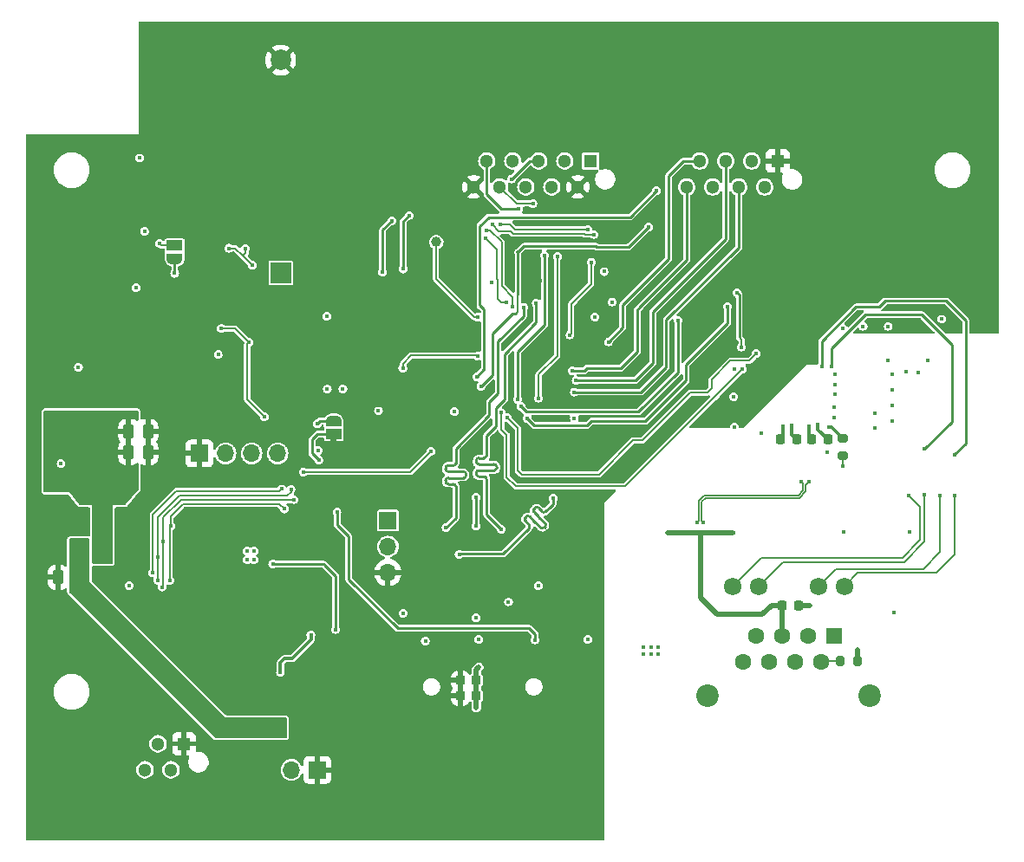
<source format=gbl>
G04 #@! TF.GenerationSoftware,KiCad,Pcbnew,8.0.9*
G04 #@! TF.CreationDate,2025-05-18T21:41:49+02:00*
G04 #@! TF.ProjectId,sensor-hub,73656e73-6f72-42d6-9875-622e6b696361,rev?*
G04 #@! TF.SameCoordinates,Original*
G04 #@! TF.FileFunction,Copper,L4,Bot*
G04 #@! TF.FilePolarity,Positive*
%FSLAX46Y46*%
G04 Gerber Fmt 4.6, Leading zero omitted, Abs format (unit mm)*
G04 Created by KiCad (PCBNEW 8.0.9) date 2025-05-18 21:41:49*
%MOMM*%
%LPD*%
G01*
G04 APERTURE LIST*
G04 Aperture macros list*
%AMRoundRect*
0 Rectangle with rounded corners*
0 $1 Rounding radius*
0 $2 $3 $4 $5 $6 $7 $8 $9 X,Y pos of 4 corners*
0 Add a 4 corners polygon primitive as box body*
4,1,4,$2,$3,$4,$5,$6,$7,$8,$9,$2,$3,0*
0 Add four circle primitives for the rounded corners*
1,1,$1+$1,$2,$3*
1,1,$1+$1,$4,$5*
1,1,$1+$1,$6,$7*
1,1,$1+$1,$8,$9*
0 Add four rect primitives between the rounded corners*
20,1,$1+$1,$2,$3,$4,$5,0*
20,1,$1+$1,$4,$5,$6,$7,0*
20,1,$1+$1,$6,$7,$8,$9,0*
20,1,$1+$1,$8,$9,$2,$3,0*%
%AMFreePoly0*
4,1,19,0.550000,-0.750000,0.000000,-0.750000,0.000000,-0.744911,-0.071157,-0.744911,-0.207708,-0.704816,-0.327430,-0.627875,-0.420627,-0.520320,-0.479746,-0.390866,-0.500000,-0.250000,-0.500000,0.250000,-0.479746,0.390866,-0.420627,0.520320,-0.327430,0.627875,-0.207708,0.704816,-0.071157,0.744911,0.000000,0.744911,0.000000,0.750000,0.550000,0.750000,0.550000,-0.750000,0.550000,-0.750000,
$1*%
%AMFreePoly1*
4,1,19,0.000000,0.744911,0.071157,0.744911,0.207708,0.704816,0.327430,0.627875,0.420627,0.520320,0.479746,0.390866,0.500000,0.250000,0.500000,-0.250000,0.479746,-0.390866,0.420627,-0.520320,0.327430,-0.627875,0.207708,-0.704816,0.071157,-0.744911,0.000000,-0.744911,0.000000,-0.750000,-0.550000,-0.750000,-0.550000,0.750000,0.000000,0.750000,0.000000,0.744911,0.000000,0.744911,
$1*%
G04 Aperture macros list end*
G04 #@! TA.AperFunction,EtchedComponent*
%ADD10C,0.000000*%
G04 #@! TD*
G04 #@! TA.AperFunction,ComponentPad*
%ADD11R,1.300000X1.300000*%
G04 #@! TD*
G04 #@! TA.AperFunction,ComponentPad*
%ADD12C,1.300000*%
G04 #@! TD*
G04 #@! TA.AperFunction,ComponentPad*
%ADD13RoundRect,0.248000X-0.552000X-0.552000X0.552000X-0.552000X0.552000X0.552000X-0.552000X0.552000X0*%
G04 #@! TD*
G04 #@! TA.AperFunction,ComponentPad*
%ADD14C,1.600000*%
G04 #@! TD*
G04 #@! TA.AperFunction,ComponentPad*
%ADD15C,1.720000*%
G04 #@! TD*
G04 #@! TA.AperFunction,ComponentPad*
%ADD16C,2.200000*%
G04 #@! TD*
G04 #@! TA.AperFunction,ComponentPad*
%ADD17R,1.700000X1.700000*%
G04 #@! TD*
G04 #@! TA.AperFunction,ComponentPad*
%ADD18O,1.700000X1.700000*%
G04 #@! TD*
G04 #@! TA.AperFunction,ComponentPad*
%ADD19R,2.000000X2.000000*%
G04 #@! TD*
G04 #@! TA.AperFunction,ComponentPad*
%ADD20C,2.000000*%
G04 #@! TD*
G04 #@! TA.AperFunction,SMDPad,CuDef*
%ADD21RoundRect,0.225000X-0.225000X-0.250000X0.225000X-0.250000X0.225000X0.250000X-0.225000X0.250000X0*%
G04 #@! TD*
G04 #@! TA.AperFunction,SMDPad,CuDef*
%ADD22RoundRect,0.225000X0.225000X0.250000X-0.225000X0.250000X-0.225000X-0.250000X0.225000X-0.250000X0*%
G04 #@! TD*
G04 #@! TA.AperFunction,SMDPad,CuDef*
%ADD23RoundRect,0.200000X-0.200000X-0.275000X0.200000X-0.275000X0.200000X0.275000X-0.200000X0.275000X0*%
G04 #@! TD*
G04 #@! TA.AperFunction,SMDPad,CuDef*
%ADD24RoundRect,0.375000X0.375000X-0.625000X0.375000X0.625000X-0.375000X0.625000X-0.375000X-0.625000X0*%
G04 #@! TD*
G04 #@! TA.AperFunction,SMDPad,CuDef*
%ADD25RoundRect,0.500000X1.400000X-0.500000X1.400000X0.500000X-1.400000X0.500000X-1.400000X-0.500000X0*%
G04 #@! TD*
G04 #@! TA.AperFunction,SMDPad,CuDef*
%ADD26RoundRect,0.250000X-0.250000X-0.475000X0.250000X-0.475000X0.250000X0.475000X-0.250000X0.475000X0*%
G04 #@! TD*
G04 #@! TA.AperFunction,SMDPad,CuDef*
%ADD27FreePoly0,270.000000*%
G04 #@! TD*
G04 #@! TA.AperFunction,SMDPad,CuDef*
%ADD28R,1.500000X1.000000*%
G04 #@! TD*
G04 #@! TA.AperFunction,SMDPad,CuDef*
%ADD29FreePoly1,270.000000*%
G04 #@! TD*
G04 #@! TA.AperFunction,SMDPad,CuDef*
%ADD30FreePoly0,90.000000*%
G04 #@! TD*
G04 #@! TA.AperFunction,SMDPad,CuDef*
%ADD31FreePoly1,90.000000*%
G04 #@! TD*
G04 #@! TA.AperFunction,SMDPad,CuDef*
%ADD32RoundRect,0.250000X0.250000X0.475000X-0.250000X0.475000X-0.250000X-0.475000X0.250000X-0.475000X0*%
G04 #@! TD*
G04 #@! TA.AperFunction,SMDPad,CuDef*
%ADD33RoundRect,0.200000X-0.275000X0.200000X-0.275000X-0.200000X0.275000X-0.200000X0.275000X0.200000X0*%
G04 #@! TD*
G04 #@! TA.AperFunction,SMDPad,CuDef*
%ADD34C,1.000000*%
G04 #@! TD*
G04 #@! TA.AperFunction,ViaPad*
%ADD35C,0.450000*%
G04 #@! TD*
G04 #@! TA.AperFunction,Conductor*
%ADD36C,0.250000*%
G04 #@! TD*
G04 #@! TA.AperFunction,Conductor*
%ADD37C,0.200000*%
G04 #@! TD*
G04 #@! TA.AperFunction,Conductor*
%ADD38C,0.300000*%
G04 #@! TD*
G04 #@! TA.AperFunction,Conductor*
%ADD39C,0.180000*%
G04 #@! TD*
G04 #@! TA.AperFunction,Conductor*
%ADD40C,0.500000*%
G04 #@! TD*
G04 APERTURE END LIST*
D10*
G04 #@! TA.AperFunction,EtchedComponent*
G36*
X75870000Y-100720000D02*
G01*
X75270000Y-100720000D01*
X75270000Y-100220000D01*
X75870000Y-100220000D01*
X75870000Y-100720000D01*
G37*
G04 #@! TD.AperFunction*
D11*
X100685000Y-73110000D03*
D12*
X99415000Y-75650000D03*
X98145000Y-73110000D03*
X96875000Y-75650000D03*
X95605000Y-73110000D03*
X94335000Y-75650000D03*
X93065000Y-73110000D03*
X91795000Y-75650000D03*
X90525000Y-73110000D03*
X89255000Y-75650000D03*
D11*
X60975000Y-130075000D03*
D12*
X59705000Y-132615000D03*
X58435000Y-130075000D03*
X57165000Y-132615000D03*
D13*
X124445000Y-119500000D03*
D14*
X123175000Y-122040000D03*
X121905000Y-119500000D03*
X120635000Y-122040000D03*
X119365000Y-119500000D03*
X118095000Y-122040000D03*
X116825000Y-119500000D03*
X115555000Y-122040000D03*
D15*
X125465000Y-114670000D03*
X122925000Y-114670000D03*
X117075000Y-114670000D03*
X114535000Y-114670000D03*
D16*
X127900000Y-125340000D03*
X112100000Y-125340000D03*
D17*
X80875000Y-108260000D03*
D18*
X80875000Y-110800000D03*
X80875000Y-113340000D03*
D19*
X70400000Y-84057455D03*
D20*
X70400000Y-63257455D03*
D17*
X73990000Y-132625000D03*
D18*
X71450000Y-132625000D03*
D11*
X118940000Y-73122500D03*
D12*
X117670000Y-75662500D03*
X116400000Y-73122500D03*
X115130000Y-75662500D03*
X113860000Y-73122500D03*
X112590000Y-75662500D03*
X111320000Y-73122500D03*
X110050000Y-75662500D03*
D17*
X62485000Y-101700000D03*
D18*
X65025000Y-101700000D03*
X67565000Y-101700000D03*
X70105000Y-101700000D03*
D21*
X119400000Y-116550000D03*
X120950000Y-116550000D03*
D22*
X89500000Y-123875000D03*
X87950000Y-123875000D03*
D23*
X125075000Y-122000000D03*
X126725000Y-122000000D03*
D21*
X122262500Y-100300000D03*
X123812500Y-100300000D03*
D24*
X55300000Y-111350000D03*
X53000000Y-111350000D03*
D25*
X53000000Y-105050000D03*
D24*
X50700000Y-111350000D03*
D26*
X55550000Y-101600000D03*
X57450000Y-101600000D03*
D27*
X60050000Y-80075000D03*
D28*
X60050000Y-81375000D03*
D29*
X60050000Y-82675000D03*
D22*
X120762500Y-100300000D03*
X119212500Y-100300000D03*
D30*
X75570000Y-101120000D03*
D28*
X75570000Y-99820000D03*
D31*
X75570000Y-98520000D03*
D26*
X55550000Y-99550000D03*
X57450000Y-99550000D03*
D32*
X50550000Y-113800000D03*
X48650000Y-113800000D03*
D22*
X89500000Y-125400000D03*
X87950000Y-125400000D03*
D33*
X125312500Y-100250000D03*
X125312500Y-101900000D03*
D34*
X85600000Y-81050000D03*
D35*
X109200000Y-88700000D03*
X59575000Y-114100000D03*
X58825000Y-114750000D03*
X58425000Y-114100000D03*
X59650000Y-108800000D03*
X58950000Y-110300000D03*
X58425000Y-111830000D03*
X57900000Y-113350000D03*
X77400000Y-104300000D03*
X65500000Y-83350000D03*
X46500000Y-83500000D03*
X114350000Y-81300000D03*
X84275000Y-106950000D03*
X54500000Y-108000000D03*
X92500000Y-60500000D03*
X57500000Y-103250000D03*
X139500000Y-69000000D03*
X106550000Y-121325000D03*
X127500000Y-60500000D03*
X106550000Y-120625000D03*
X83325000Y-91512500D03*
X67900000Y-104700000D03*
X92300000Y-80550000D03*
X126000000Y-88850000D03*
X46500000Y-128500000D03*
X109950000Y-95450000D03*
X110500000Y-90100000D03*
X139500000Y-64000000D03*
X102300000Y-76400000D03*
X112150000Y-77750000D03*
X67850000Y-86700000D03*
X124500000Y-95950000D03*
X88625000Y-90550000D03*
X105400000Y-81500000D03*
X46500000Y-93500000D03*
X57500000Y-65000000D03*
X102850000Y-91400000D03*
X112180000Y-87530000D03*
X71500000Y-138500000D03*
X111550000Y-84100000D03*
X82850000Y-101100000D03*
X84950000Y-82850000D03*
X112500000Y-60500000D03*
X93000000Y-99800000D03*
X102070000Y-104170000D03*
X74900000Y-90825000D03*
X105500000Y-94950000D03*
X46500000Y-108500000D03*
X57850000Y-85475000D03*
X107400000Y-91550000D03*
X64450000Y-98400000D03*
X102500000Y-60500000D03*
X102775000Y-85375000D03*
X57500000Y-60500000D03*
X106300000Y-82550000D03*
X110800000Y-82800000D03*
X73800000Y-120900000D03*
X118750000Y-83450000D03*
X83325000Y-93012500D03*
X99175000Y-82425000D03*
X87550000Y-119900000D03*
X96700000Y-89820000D03*
X125850000Y-85350000D03*
X73475000Y-116400000D03*
X131800000Y-89350000D03*
X112300000Y-85500000D03*
X124500000Y-93950000D03*
X105850000Y-120625000D03*
X103550000Y-79750000D03*
X71300000Y-117575000D03*
X110550000Y-94225000D03*
X132625000Y-93800000D03*
X46500000Y-123500000D03*
X104300000Y-96650000D03*
X79800000Y-79300000D03*
X73475000Y-113400000D03*
X63550000Y-113350000D03*
X64275000Y-95800000D03*
X98450000Y-85325000D03*
X120700000Y-82900000D03*
X62750000Y-90150000D03*
X101500000Y-113500000D03*
X124300000Y-88650000D03*
X62500000Y-60500000D03*
X101075000Y-89900000D03*
X97500000Y-60500000D03*
X94325000Y-80775000D03*
X96050000Y-99662500D03*
X98070000Y-105880000D03*
X75040000Y-104790000D03*
X51250000Y-108000000D03*
X67900000Y-107250000D03*
X139500000Y-79000000D03*
X122100000Y-116550000D03*
X101020000Y-102980000D03*
X110800000Y-89000000D03*
X108900000Y-82900000D03*
X46500000Y-98500000D03*
X85875000Y-95962500D03*
X124480000Y-97150000D03*
X99580000Y-104400000D03*
X106000000Y-91550000D03*
X65800000Y-91400000D03*
X87325000Y-95162500D03*
X81750000Y-104150000D03*
X46500000Y-133500000D03*
X65750000Y-98900000D03*
X67500000Y-60500000D03*
X130300000Y-117275000D03*
X102750000Y-88050000D03*
X91250000Y-110690000D03*
X106200000Y-100875000D03*
X114450000Y-90100000D03*
X88500000Y-106350000D03*
X95100000Y-79250000D03*
X87200000Y-114630000D03*
X106000000Y-96200000D03*
X101500000Y-128500000D03*
X96825000Y-77225000D03*
X76750000Y-106900000D03*
X130150000Y-98500000D03*
X46500000Y-138500000D03*
X74900000Y-93375000D03*
X92300000Y-91050000D03*
X81500000Y-138500000D03*
X115960000Y-87890000D03*
X91500000Y-138500000D03*
X46500000Y-78500000D03*
X83925000Y-88162500D03*
X72850000Y-82950000D03*
X83325000Y-89162500D03*
X74900000Y-89575000D03*
X67700000Y-80850000D03*
X122300000Y-82900000D03*
X77150000Y-101130000D03*
X122512500Y-89887500D03*
X93000000Y-103600000D03*
X114500000Y-76850000D03*
X87575000Y-93012500D03*
X52500000Y-71000000D03*
X118700000Y-88650000D03*
X46500000Y-71000000D03*
X85800000Y-77150000D03*
X55275000Y-81425000D03*
X56500000Y-138500000D03*
X120590000Y-89890000D03*
X87096446Y-89241054D03*
X107400000Y-74100000D03*
X104100000Y-77700000D03*
X63550000Y-108800000D03*
X110550000Y-93450000D03*
X101500000Y-123500000D03*
X94450000Y-101925000D03*
X84275000Y-95962500D03*
X109100000Y-76800000D03*
X68550000Y-96150000D03*
X72700000Y-108150000D03*
X61500000Y-138500000D03*
X110550000Y-91375000D03*
X86500000Y-138500000D03*
X78250000Y-82850000D03*
X61050000Y-107500000D03*
X51000000Y-96500000D03*
X100250000Y-86550000D03*
X100525000Y-96700000D03*
X63550000Y-111825000D03*
X87600000Y-100000000D03*
X87230000Y-118170000D03*
X120650000Y-93450000D03*
X130150000Y-94000000D03*
X119410000Y-99060000D03*
X87950000Y-126550000D03*
X101500000Y-138500000D03*
X92550000Y-85012500D03*
X107500000Y-60500000D03*
X80550000Y-100450000D03*
X104550000Y-99750000D03*
X57500000Y-98000000D03*
X115895405Y-90104595D03*
X81400000Y-87400000D03*
X94125000Y-122575000D03*
X58750000Y-101500000D03*
X91250000Y-106550000D03*
X74789762Y-107400000D03*
X67650000Y-95150000D03*
X93700000Y-98050000D03*
X78900000Y-111675000D03*
X86000000Y-117900000D03*
X109600000Y-97525000D03*
X64100000Y-100100000D03*
X48950000Y-102700000D03*
X106150000Y-99200000D03*
X125312500Y-102900000D03*
X84700000Y-112400000D03*
X104550000Y-88100000D03*
X51500000Y-138500000D03*
X82500000Y-60500000D03*
X87150000Y-83950000D03*
X101500000Y-108000000D03*
X121525000Y-85800000D03*
X87325000Y-94012500D03*
X58650000Y-82500000D03*
X63550000Y-110275000D03*
X139500000Y-74000000D03*
X122500000Y-60500000D03*
X100925000Y-93925000D03*
X87550000Y-122550000D03*
X97500000Y-109000000D03*
X91900000Y-100600000D03*
X66500000Y-138500000D03*
X97550000Y-98300000D03*
X76500000Y-138500000D03*
X90300000Y-77750000D03*
X46500000Y-73500000D03*
X105950000Y-88100000D03*
X100690000Y-105580000D03*
X101500000Y-118500000D03*
X110550000Y-87400000D03*
X101500000Y-133500000D03*
X122875000Y-98900000D03*
X84250000Y-117325000D03*
X86600000Y-107900000D03*
X105850000Y-121325000D03*
X89150000Y-81250000D03*
X58750000Y-99500000D03*
X136200000Y-89350000D03*
X128475000Y-86400000D03*
X98000000Y-83900000D03*
X94175000Y-119900000D03*
X139500000Y-84000000D03*
X129675000Y-87375000D03*
X81400000Y-81200000D03*
X62900000Y-91950000D03*
X124250000Y-83450000D03*
X100100000Y-95150000D03*
X115889762Y-89000000D03*
X64450000Y-81050000D03*
X103460000Y-102730000D03*
X107500000Y-88250000D03*
X94350000Y-74450000D03*
X113800000Y-86400000D03*
X78100000Y-119175000D03*
X68800000Y-99200000D03*
X117300000Y-99700000D03*
X139800000Y-89350000D03*
X88800000Y-117050000D03*
X137950000Y-89350000D03*
X100250000Y-98250000D03*
X137500000Y-60500000D03*
X101500000Y-81000000D03*
X73475000Y-115400000D03*
X87750000Y-83050000D03*
X77500000Y-60500000D03*
X110666250Y-97433750D03*
X65800000Y-88550000D03*
X79575000Y-95350000D03*
X87375000Y-90812500D03*
X88130000Y-110550000D03*
X98150000Y-88500000D03*
X57830000Y-71740000D03*
X72500000Y-60500000D03*
X130150000Y-97000000D03*
X69950000Y-97500000D03*
X89210000Y-79520000D03*
X102475000Y-96675000D03*
X92900000Y-111900000D03*
X85950000Y-112400000D03*
X125850000Y-87250000D03*
X85475000Y-88262500D03*
X92900000Y-92300000D03*
X57200000Y-73650000D03*
X72150000Y-123250000D03*
X58750000Y-83700000D03*
X52350000Y-113050000D03*
X100100000Y-92625000D03*
X88450000Y-102650000D03*
X83325000Y-94812500D03*
X72300000Y-81200000D03*
X117500000Y-60500000D03*
X130150000Y-95500000D03*
X67950000Y-93450000D03*
X96750000Y-82800000D03*
X71000000Y-96700000D03*
X73475000Y-114400000D03*
X105800000Y-98000000D03*
X132500000Y-60500000D03*
X94275000Y-91850000D03*
X90960000Y-116340000D03*
X117250000Y-85350000D03*
X83325000Y-90312500D03*
X95600000Y-84800000D03*
X61000000Y-104700000D03*
X87500000Y-60500000D03*
X46500000Y-118500000D03*
X96500000Y-138500000D03*
X97310000Y-104370000D03*
X46500000Y-113500000D03*
X71300000Y-118275000D03*
X69900000Y-79300000D03*
X90800000Y-98750000D03*
X107250000Y-121325000D03*
X71525000Y-123250000D03*
X90850000Y-109150000D03*
X71350000Y-120600000D03*
X110750000Y-96400000D03*
X124480000Y-98220000D03*
X46500000Y-88500000D03*
X119000000Y-95250000D03*
X105850000Y-102250000D03*
X115825000Y-94975000D03*
X95375000Y-82075000D03*
X109450000Y-94350000D03*
X91700000Y-74200000D03*
X57500000Y-70000000D03*
X46500000Y-103500000D03*
X107250000Y-120625000D03*
X93000000Y-115000000D03*
X55275000Y-81925000D03*
X96600000Y-80750000D03*
X50650000Y-94525000D03*
X133600000Y-92600000D03*
X92575000Y-82775000D03*
X90305000Y-119450000D03*
X95800000Y-77850000D03*
X117250000Y-87350000D03*
X116950000Y-92700000D03*
X108175000Y-109425000D03*
X114600000Y-109450000D03*
X79950000Y-97550000D03*
X82350000Y-117325000D03*
X101975000Y-83925000D03*
X76475000Y-95375000D03*
X100375000Y-119900000D03*
X89750000Y-122600000D03*
X102775000Y-86900000D03*
X114700000Y-99125000D03*
X95550000Y-114650000D03*
X84525000Y-120025000D03*
X89500000Y-126550000D03*
X134950000Y-88575000D03*
X114650000Y-96150000D03*
X92650000Y-116200000D03*
X73980000Y-98800000D03*
X67775000Y-112100000D03*
X74090000Y-101400000D03*
X55600000Y-114600000D03*
X74950000Y-95400000D03*
X89750000Y-119900000D03*
X114700000Y-93425000D03*
X67150000Y-112100000D03*
X127275000Y-89275000D03*
X125300000Y-89450000D03*
X90975000Y-85012500D03*
X99075000Y-98250000D03*
X129725000Y-89275000D03*
X74900000Y-88300000D03*
X101100000Y-88350000D03*
X87375000Y-97600000D03*
X67775000Y-111250000D03*
X67150000Y-111250000D03*
X89475000Y-117750000D03*
X89625000Y-92162500D03*
X82325000Y-93375000D03*
X131825000Y-109400000D03*
X129725000Y-92600000D03*
X120325003Y-99000000D03*
X122000000Y-99050000D03*
X128432227Y-99221257D03*
X125375000Y-109350000D03*
X124490000Y-94940000D03*
X128456408Y-97750247D03*
X126725000Y-120850000D03*
X131450000Y-93750000D03*
X123725000Y-101575000D03*
X75775000Y-118900000D03*
X69625000Y-112525000D03*
X70750000Y-107125000D03*
X71700000Y-106210000D03*
X71410000Y-105230000D03*
X70490000Y-105170000D03*
X98650000Y-90125000D03*
X81250000Y-78950000D03*
X91050000Y-79350000D03*
X80350000Y-84000000D03*
X101014563Y-80300926D03*
X100719617Y-83006010D03*
X82930000Y-78440000D03*
X91850000Y-79352462D03*
X82375000Y-83675000D03*
X100400000Y-79800000D03*
X95250000Y-119925000D03*
X75900000Y-107450000D03*
X89500000Y-106000000D03*
X89475000Y-108775000D03*
X87830000Y-111550000D03*
X97000000Y-106075000D03*
X95350000Y-87000000D03*
X91950000Y-109100000D03*
X86550000Y-108950000D03*
X94121592Y-87403813D03*
X131725000Y-105800000D03*
X134800000Y-105825000D03*
X136250000Y-101800000D03*
X123225000Y-93175000D03*
X133275000Y-101275000D03*
X124225000Y-93175000D03*
X70375000Y-123100000D03*
X70600000Y-127800000D03*
X73350000Y-119450000D03*
X70600000Y-129000000D03*
X70200000Y-128400000D03*
X91950000Y-97725000D03*
X115400000Y-91300000D03*
X85050000Y-101500000D03*
X72600000Y-103525000D03*
X115500000Y-93450000D03*
X114950000Y-85975000D03*
X93525000Y-96400000D03*
X96150000Y-82350000D03*
X95025000Y-77275000D03*
X97425000Y-82475000D03*
X95575000Y-96300000D03*
X93650000Y-77800000D03*
X92950000Y-74875000D03*
X107112500Y-76012500D03*
X89550000Y-94194272D03*
X99250000Y-94575000D03*
X102400000Y-90800000D03*
X89950000Y-95150000D03*
X106350000Y-79575000D03*
X99075000Y-95700000D03*
X98850000Y-93600000D03*
X93025000Y-87339504D03*
X90490000Y-79900000D03*
X68800000Y-98125000D03*
X67637500Y-83312500D03*
X66975000Y-81675000D03*
X64600000Y-89500000D03*
X67300000Y-90850000D03*
X65350000Y-81650000D03*
X92450834Y-86896799D03*
X90400000Y-80650000D03*
X74118212Y-102341788D03*
X58600000Y-81200000D03*
X123900000Y-99125000D03*
X89625000Y-88375000D03*
X92525000Y-98175000D03*
X116825000Y-91950000D03*
X114030000Y-87330000D03*
X94450000Y-98275000D03*
X93875000Y-97125000D03*
X136250000Y-105825000D03*
X133250000Y-105775000D03*
X121950000Y-104500000D03*
X111700000Y-108475000D03*
X111050000Y-108475000D03*
X121200000Y-104500000D03*
X52000000Y-101750000D03*
X50650000Y-93275000D03*
X54000000Y-102750000D03*
X56275000Y-85500000D03*
X60050000Y-84100000D03*
X56650000Y-72830000D03*
X54000000Y-101750000D03*
X50600000Y-102700000D03*
X52000000Y-102750000D03*
X64300000Y-92025000D03*
X53000000Y-102750000D03*
X57100000Y-80000000D03*
X53000000Y-101750000D03*
D36*
X90775000Y-97944975D02*
X87500000Y-101219975D01*
X87500000Y-101219975D02*
X87500000Y-102235830D01*
X90775000Y-96675000D02*
X90775000Y-97944975D01*
X91625000Y-90775000D02*
X91625000Y-95825000D01*
X94121592Y-87403813D02*
X94121592Y-88278408D01*
X91625000Y-95825000D02*
X90775000Y-96675000D01*
X94121592Y-88278408D02*
X91625000Y-90775000D01*
X104525000Y-78600000D02*
X107112500Y-76012500D01*
X89850000Y-79475000D02*
X90725000Y-78600000D01*
X89850000Y-87204607D02*
X89850000Y-79475000D01*
X90275000Y-87629607D02*
X89850000Y-87204607D01*
X90725000Y-78600000D02*
X104525000Y-78600000D01*
X89550000Y-94194272D02*
X90275000Y-93469272D01*
X90275000Y-93469272D02*
X90275000Y-87629607D01*
D37*
X83132500Y-92130000D02*
X82325000Y-92937500D01*
X82325000Y-92937500D02*
X82325000Y-93375000D01*
X89592500Y-92130000D02*
X83132500Y-92130000D01*
X89625000Y-92162500D02*
X89592500Y-92130000D01*
X93050000Y-87314504D02*
X93025000Y-87339504D01*
X91975000Y-85325000D02*
X93050000Y-86400000D01*
X91975000Y-81050000D02*
X91975000Y-85325000D01*
X93050000Y-86400000D02*
X93050000Y-87314504D01*
X90825000Y-79900000D02*
X91975000Y-81050000D01*
X90490000Y-79900000D02*
X90825000Y-79900000D01*
D36*
X82375000Y-78995000D02*
X82375000Y-83675000D01*
X82930000Y-78440000D02*
X82375000Y-78995000D01*
D37*
X93550000Y-86175000D02*
X93575000Y-86150000D01*
X93550000Y-87860000D02*
X93550000Y-86175000D01*
X93350000Y-88060000D02*
X93550000Y-87860000D01*
D36*
X91048306Y-90023306D02*
X91048306Y-94051694D01*
X93350000Y-88060000D02*
X93011612Y-88060000D01*
X93011612Y-88060000D02*
X91048306Y-90023306D01*
X91048306Y-94051694D02*
X89950000Y-95150000D01*
D37*
X91475000Y-81750000D02*
X90400000Y-80675000D01*
X91475000Y-84625000D02*
X91475000Y-81750000D01*
X91575000Y-84725000D02*
X91475000Y-84625000D01*
X90400000Y-80675000D02*
X90400000Y-80650000D01*
X91575000Y-86575000D02*
X91575000Y-84725000D01*
X91896799Y-86896799D02*
X91575000Y-86575000D01*
X92450834Y-86896799D02*
X91896799Y-86896799D01*
D36*
X91400000Y-97300000D02*
X91400000Y-99075000D01*
X92275000Y-96425000D02*
X91400000Y-97300000D01*
X91400000Y-99075000D02*
X90500000Y-99975000D01*
X92275000Y-92000000D02*
X92275000Y-96425000D01*
X95350000Y-88925000D02*
X92275000Y-92000000D01*
X90500000Y-99975000D02*
X90500000Y-101014538D01*
X95350000Y-87000000D02*
X95350000Y-88925000D01*
X104375000Y-81550000D02*
X106350000Y-79575000D01*
X101272182Y-81550000D02*
X104375000Y-81550000D01*
X94150000Y-81450000D02*
X101172182Y-81450000D01*
X93570634Y-82029366D02*
X94150000Y-81450000D01*
X101172182Y-81450000D02*
X101272182Y-81550000D01*
D37*
X93125000Y-80225000D02*
X92875000Y-79975000D01*
X100082537Y-80225000D02*
X93125000Y-80225000D01*
X100735323Y-80325000D02*
X100182537Y-80325000D01*
X91675000Y-79975000D02*
X91050000Y-79350000D01*
X101014563Y-80300926D02*
X100759397Y-80300926D01*
X100759397Y-80300926D02*
X100735323Y-80325000D01*
X100182537Y-80325000D02*
X100082537Y-80225000D01*
X92875000Y-79975000D02*
X91675000Y-79975000D01*
X92818148Y-79352462D02*
X91850000Y-79352462D01*
X93290686Y-79825000D02*
X92818148Y-79352462D01*
X100375000Y-79825000D02*
X93290686Y-79825000D01*
X100400000Y-79800000D02*
X100375000Y-79825000D01*
D36*
X96175000Y-82375000D02*
X96150000Y-82350000D01*
X96175000Y-84547182D02*
X96175000Y-82375000D01*
X96200000Y-85027818D02*
X96200000Y-84572182D01*
X96175000Y-89100000D02*
X96175000Y-85052818D01*
X93525000Y-91750000D02*
X96175000Y-89100000D01*
X96200000Y-84572182D02*
X96175000Y-84547182D01*
X93525000Y-96400000D02*
X93525000Y-91750000D01*
X96175000Y-85052818D02*
X96200000Y-85027818D01*
D37*
X97425000Y-84975000D02*
X97425000Y-82475000D01*
X97400000Y-85000000D02*
X97425000Y-84975000D01*
X95575000Y-96300000D02*
X95575000Y-94000000D01*
X95575000Y-94000000D02*
X97400000Y-92175000D01*
X97400000Y-92175000D02*
X97400000Y-85000000D01*
X98775000Y-90000000D02*
X98650000Y-90125000D01*
X98775000Y-87075000D02*
X98775000Y-90000000D01*
X100719617Y-85130383D02*
X98775000Y-87075000D01*
X100719617Y-83006010D02*
X100719617Y-85130383D01*
D38*
X93575000Y-82033732D02*
X93570634Y-82029366D01*
D36*
X93575000Y-86150000D02*
X93575000Y-82033732D01*
X109200000Y-93777818D02*
X109200000Y-88700000D01*
X94387500Y-97637500D02*
X105340318Y-97637500D01*
X93875000Y-97125000D02*
X94387500Y-97637500D01*
X105340318Y-97637500D02*
X109200000Y-93777818D01*
D37*
X104025000Y-104925000D02*
X115500000Y-93450000D01*
X93350000Y-104925000D02*
X104025000Y-104925000D01*
X92475000Y-104050000D02*
X93350000Y-104925000D01*
X92475000Y-99875000D02*
X92475000Y-104050000D01*
X91950000Y-99350000D02*
X92475000Y-99875000D01*
X91950000Y-97725000D02*
X91950000Y-99350000D01*
D36*
X95125000Y-98950000D02*
X94450000Y-98275000D01*
X100327818Y-98950000D02*
X95125000Y-98950000D01*
X100727818Y-98550000D02*
X100327818Y-98950000D01*
X110000000Y-94577818D02*
X106027818Y-98550000D01*
X114030000Y-88970000D02*
X110000000Y-93000000D01*
X106027818Y-98550000D02*
X100727818Y-98550000D01*
X114030000Y-87330000D02*
X114030000Y-88970000D01*
X110000000Y-93000000D02*
X110000000Y-94577818D01*
D37*
X93550000Y-103350000D02*
X93550000Y-99200000D01*
X101457107Y-103750000D02*
X93950000Y-103750000D01*
X104782107Y-100425000D02*
X101457107Y-103750000D01*
X105725000Y-100425000D02*
X104782107Y-100425000D01*
X112050000Y-95750000D02*
X110400000Y-95750000D01*
X93950000Y-103750000D02*
X93550000Y-103350000D01*
X110400000Y-95750000D02*
X105725000Y-100425000D01*
X114325000Y-92650000D02*
X112475000Y-94500000D01*
X93550000Y-99200000D02*
X92525000Y-98175000D01*
X112475000Y-95325000D02*
X112050000Y-95750000D01*
X116125000Y-92650000D02*
X114325000Y-92650000D01*
X112475000Y-94500000D02*
X112475000Y-95325000D01*
X116825000Y-91950000D02*
X116125000Y-92650000D01*
D36*
X77050000Y-109825000D02*
X75900000Y-108675000D01*
X77050000Y-114025000D02*
X77050000Y-109825000D01*
X75900000Y-108675000D02*
X75900000Y-107450000D01*
X81825000Y-118800000D02*
X77050000Y-114025000D01*
X95250000Y-119375000D02*
X94675000Y-118800000D01*
X94675000Y-118800000D02*
X81825000Y-118800000D01*
X95250000Y-119925000D02*
X95250000Y-119375000D01*
D37*
X66975000Y-82125000D02*
X66712500Y-82387500D01*
X66975000Y-81675000D02*
X66975000Y-82125000D01*
X58775000Y-81375000D02*
X60050000Y-81375000D01*
X58600000Y-81200000D02*
X58775000Y-81375000D01*
X65975000Y-81650000D02*
X66712500Y-82387500D01*
X65350000Y-81650000D02*
X65975000Y-81650000D01*
D36*
X108300000Y-74550000D02*
X109727500Y-73122500D01*
X103800000Y-89400000D02*
X103800000Y-87175000D01*
X109727500Y-73122500D02*
X111320000Y-73122500D01*
X108300000Y-82675000D02*
X108300000Y-74550000D01*
X102400000Y-90800000D02*
X103800000Y-89400000D01*
X103800000Y-87175000D02*
X108300000Y-82675000D01*
D37*
X67120000Y-96445000D02*
X68800000Y-98125000D01*
X67120000Y-91030000D02*
X67120000Y-96445000D01*
X67300000Y-90850000D02*
X67120000Y-91030000D01*
D36*
X74010000Y-99820000D02*
X75570000Y-99820000D01*
X73470000Y-100340000D02*
X74000000Y-99810000D01*
X73470000Y-101693576D02*
X73470000Y-100340000D01*
X74000000Y-99810000D02*
X74010000Y-99820000D01*
X74118212Y-102341788D02*
X73470000Y-101693576D01*
D37*
X58950000Y-107959314D02*
X58950000Y-110300000D01*
X71660000Y-106250000D02*
X60659314Y-106250000D01*
X71700000Y-106210000D02*
X71660000Y-106250000D01*
X60659314Y-106250000D02*
X58950000Y-107959314D01*
X58425000Y-107918628D02*
X58425000Y-111830000D01*
X71032537Y-105850000D02*
X60493628Y-105850000D01*
X71410000Y-105472537D02*
X71032537Y-105850000D01*
X60493628Y-105850000D02*
X58425000Y-107918628D01*
X71410000Y-105230000D02*
X71410000Y-105472537D01*
X58950000Y-114625000D02*
X58825000Y-114750000D01*
X58950000Y-110300000D02*
X58950000Y-114625000D01*
X58425000Y-111830000D02*
X58425000Y-114100000D01*
X57900000Y-107675000D02*
X57900000Y-113350000D01*
X60200000Y-105375000D02*
X57900000Y-107675000D01*
X70490000Y-105170000D02*
X70285000Y-105375000D01*
X70285000Y-105375000D02*
X60200000Y-105375000D01*
X59650000Y-108800000D02*
X59650000Y-107825000D01*
X60825000Y-106650000D02*
X70275000Y-106650000D01*
X59650000Y-107825000D02*
X60825000Y-106650000D01*
X59575000Y-108925000D02*
X59575000Y-114100000D01*
X59650000Y-108850000D02*
X59575000Y-108925000D01*
X59650000Y-108800000D02*
X59650000Y-108850000D01*
X70275000Y-106650000D02*
X70750000Y-107125000D01*
D38*
X120325003Y-99000000D02*
X120325003Y-99862503D01*
X120325003Y-99862503D02*
X120762500Y-100300000D01*
X122000000Y-100037500D02*
X122262500Y-100300000D01*
X122000000Y-99050000D02*
X122000000Y-100037500D01*
D39*
X111510000Y-108285000D02*
X111700000Y-108475000D01*
X111510000Y-106430920D02*
X111510000Y-108285000D01*
X111880920Y-106060000D02*
X111510000Y-106430920D01*
X121055920Y-106060000D02*
X111880920Y-106060000D01*
X121685000Y-105430920D02*
X121055920Y-106060000D01*
X121950000Y-104500000D02*
X121685000Y-104765000D01*
X121685000Y-104765000D02*
X121685000Y-105430920D01*
D38*
X119410000Y-100102500D02*
X119212500Y-100300000D01*
D36*
X75570000Y-101120000D02*
X77140000Y-101120000D01*
D40*
X87950000Y-123875000D02*
X87950000Y-122950000D01*
D38*
X119410000Y-99060000D02*
X119410000Y-100102500D01*
D40*
X87950000Y-126550000D02*
X87950000Y-125400000D01*
D36*
X77140000Y-101120000D02*
X77150000Y-101130000D01*
D37*
X123812500Y-100300000D02*
X123812500Y-99950065D01*
D40*
X87950000Y-125400000D02*
X87950000Y-123875000D01*
D37*
X125312500Y-101900000D02*
X125312500Y-102900000D01*
D38*
X122875000Y-98900000D02*
X122875000Y-99362500D01*
D40*
X87950000Y-122950000D02*
X87550000Y-122550000D01*
X120950000Y-116550000D02*
X122100000Y-116550000D01*
D38*
X122875000Y-99362500D02*
X123812500Y-100300000D01*
D37*
X119400000Y-119465000D02*
X119365000Y-119500000D01*
D38*
X114600000Y-109450000D02*
X114575000Y-109425000D01*
X111325000Y-109425000D02*
X111425000Y-109525000D01*
D40*
X114575000Y-109425000D02*
X111325000Y-109425000D01*
X111425000Y-109525000D02*
X111425000Y-115850000D01*
X117425000Y-117450000D02*
X118325000Y-116550000D01*
X118325000Y-116550000D02*
X119400000Y-116550000D01*
D37*
X119365000Y-116585000D02*
X119400000Y-116550000D01*
D40*
X111425000Y-115850000D02*
X113025000Y-117450000D01*
X119365000Y-119500000D02*
X119365000Y-116585000D01*
X113025000Y-117450000D02*
X117425000Y-117450000D01*
X111325000Y-109425000D02*
X108175000Y-109425000D01*
D37*
X123215000Y-122000000D02*
X123175000Y-122040000D01*
X125075000Y-122000000D02*
X123215000Y-122000000D01*
D40*
X89500000Y-126550000D02*
X89500000Y-125400000D01*
X89500000Y-123875000D02*
X89500000Y-122850000D01*
D36*
X75570000Y-98520000D02*
X74260000Y-98520000D01*
X74260000Y-98520000D02*
X73980000Y-98800000D01*
D40*
X89500000Y-122850000D02*
X89750000Y-122600000D01*
X89500000Y-125400000D02*
X89500000Y-123875000D01*
D37*
X122212500Y-100250000D02*
X122262500Y-100300000D01*
D40*
X126725000Y-122000000D02*
X126725000Y-120850000D01*
D36*
X75775000Y-118125000D02*
X75775000Y-118900000D01*
X75775000Y-113675000D02*
X74675000Y-112575000D01*
X74675000Y-112575000D02*
X74625000Y-112525000D01*
X74625000Y-112525000D02*
X69625000Y-112525000D01*
X75775000Y-118125000D02*
X75775000Y-113675000D01*
D37*
X58550000Y-129960000D02*
X58435000Y-130075000D01*
D36*
X81250000Y-78950000D02*
X80350000Y-79850000D01*
X80350000Y-79850000D02*
X80350000Y-84000000D01*
X89500000Y-108750000D02*
X89475000Y-108775000D01*
X89500000Y-106000000D02*
X89500000Y-108750000D01*
X87830000Y-111550000D02*
X87855000Y-111525000D01*
X97000000Y-106650000D02*
X97000000Y-106075000D01*
X95249202Y-108400798D02*
X95786603Y-108938199D01*
X94287536Y-107948252D02*
X94372390Y-107863399D01*
X96210866Y-108513934D02*
X95673464Y-107976532D01*
X96352290Y-107297711D02*
X96670362Y-106979638D01*
X94711802Y-107863399D02*
X95079498Y-108231095D01*
X87855000Y-111525000D02*
X92125000Y-111525000D01*
X95673464Y-107976532D02*
X95673466Y-107976534D01*
X95136066Y-107099721D02*
X95220918Y-107014870D01*
X94655232Y-108655357D02*
X94287537Y-108287662D01*
X95503761Y-107806829D02*
X95136065Y-107439133D01*
X92125000Y-111525000D02*
X94655231Y-108994769D01*
X96126014Y-108938199D02*
X96210866Y-108853346D01*
X95249204Y-108400801D02*
X95249202Y-108400798D01*
X96670362Y-106979638D02*
X97000000Y-106650000D01*
X96267438Y-107382565D02*
X96352290Y-107297711D01*
X95673466Y-107976534D02*
X95503761Y-107806829D01*
X95560330Y-107014870D02*
X95928026Y-107382566D01*
X95079498Y-108231095D02*
X95249204Y-108400801D01*
X96210866Y-108853346D02*
G75*
G03*
X96210906Y-108513894I-169666J169746D01*
G01*
X94655231Y-108994769D02*
G75*
G03*
X94655195Y-108655394I-169731J169669D01*
G01*
X95928026Y-107382566D02*
G75*
G03*
X96267406Y-107382534I169674J169666D01*
G01*
X95786603Y-108938199D02*
G75*
G03*
X96126014Y-108938200I169706J169707D01*
G01*
X95136065Y-107439133D02*
G75*
G02*
X95136038Y-107099694I169735J169733D01*
G01*
X94372390Y-107863399D02*
G75*
G02*
X94711802Y-107863399I169706J-169708D01*
G01*
X95220918Y-107014870D02*
G75*
G02*
X95560330Y-107014870I169706J-169701D01*
G01*
X94287537Y-108287662D02*
G75*
G02*
X94287579Y-107948296I169663J169662D01*
G01*
X89500000Y-103709896D02*
X89500000Y-103589896D01*
X90500000Y-102749896D02*
X90260000Y-102749896D01*
X89740000Y-102149896D02*
X90260000Y-102149896D01*
X90260000Y-103349896D02*
X90500000Y-103349896D01*
X91260000Y-102749896D02*
X90500000Y-102749896D01*
X89500000Y-102509896D02*
X89500000Y-102389896D01*
X90260000Y-102749896D02*
X89740000Y-102749896D01*
X91950000Y-109100000D02*
X90500000Y-107650000D01*
X90500000Y-101909896D02*
X90500000Y-101789896D01*
X90500000Y-101789896D02*
X90500000Y-101014538D01*
X89740000Y-103349896D02*
X90260000Y-103349896D01*
X90500000Y-103349896D02*
X91260000Y-103349896D01*
X90500000Y-107650000D02*
X90500000Y-104189896D01*
X91500000Y-103109896D02*
X91500000Y-102989896D01*
X90260000Y-103949896D02*
X89740000Y-103949896D01*
X89500000Y-103589896D02*
G75*
G02*
X89740000Y-103349900I240000J-4D01*
G01*
X90500000Y-104189896D02*
G75*
G03*
X90260000Y-103949900I-240000J-4D01*
G01*
X89500000Y-102389896D02*
G75*
G02*
X89740000Y-102149900I240000J-4D01*
G01*
X91260000Y-103349896D02*
G75*
G03*
X91499996Y-103109896I0J239996D01*
G01*
X91500000Y-102989896D02*
G75*
G03*
X91260000Y-102749900I-240000J-4D01*
G01*
X89740000Y-102749896D02*
G75*
G02*
X89500004Y-102509896I0J239996D01*
G01*
X89740000Y-103949896D02*
G75*
G02*
X89500004Y-103709896I0J239996D01*
G01*
X90260000Y-102149896D02*
G75*
G03*
X90499996Y-101909896I0J239996D01*
G01*
X87500000Y-108000000D02*
X87500000Y-104922671D01*
X87500000Y-103482671D02*
X87260000Y-103482671D01*
X86740000Y-104082671D02*
X87260000Y-104082671D01*
X87260000Y-104682671D02*
X86740000Y-104682671D01*
X86500000Y-104442671D02*
X86500000Y-104322671D01*
X86500000Y-103242671D02*
X86500000Y-103122671D01*
X87500000Y-102642671D02*
X87500000Y-102522671D01*
X87260000Y-104082671D02*
X87500000Y-104082671D01*
X88260000Y-103482671D02*
X87500000Y-103482671D01*
X86550000Y-108950000D02*
X87500000Y-108000000D01*
X87500000Y-102522671D02*
X87500000Y-102235830D01*
X88500000Y-103842671D02*
X88500000Y-103722671D01*
X87260000Y-103482671D02*
X86740000Y-103482671D01*
X87500000Y-104082671D02*
X88260000Y-104082671D01*
X86740000Y-102882671D02*
X87260000Y-102882671D01*
X86500000Y-104322671D02*
G75*
G02*
X86740000Y-104082700I240000J-29D01*
G01*
X88500000Y-103722671D02*
G75*
G03*
X88260000Y-103482700I-240000J-29D01*
G01*
X88260000Y-104082671D02*
G75*
G03*
X88499971Y-103842671I0J239971D01*
G01*
X87260000Y-102882671D02*
G75*
G03*
X87499971Y-102642671I0J239971D01*
G01*
X86740000Y-103482671D02*
G75*
G02*
X86500029Y-103242671I0J239971D01*
G01*
X86500000Y-103122671D02*
G75*
G02*
X86740000Y-102882700I240000J-29D01*
G01*
X87500000Y-104922671D02*
G75*
G03*
X87260000Y-104682700I-240000J-29D01*
G01*
X86740000Y-104682671D02*
G75*
G02*
X86500029Y-104442671I0J239971D01*
G01*
D37*
X132850000Y-110159314D02*
X132850000Y-108350000D01*
X131109314Y-111900000D02*
X132667157Y-110342157D01*
X132667157Y-110342157D02*
X132850000Y-110159314D01*
X132850000Y-106925000D02*
X131725000Y-105800000D01*
X132850000Y-108350000D02*
X132850000Y-106925000D01*
X117305000Y-111900000D02*
X122100000Y-111900000D01*
X122100000Y-111900000D02*
X131109314Y-111900000D01*
X114535000Y-114670000D02*
X117305000Y-111900000D01*
X124620000Y-112975000D02*
X131200000Y-112975000D01*
X122925000Y-114670000D02*
X124620000Y-112975000D01*
X134775000Y-105850000D02*
X134800000Y-105825000D01*
X133125000Y-112975000D02*
X134775000Y-111325000D01*
X131200000Y-112975000D02*
X133125000Y-112975000D01*
X134775000Y-111325000D02*
X134775000Y-105850000D01*
D36*
X128850000Y-87375000D02*
X126575000Y-87375000D01*
X123225000Y-90725000D02*
X123225000Y-93175000D01*
X136250000Y-101750000D02*
X137300000Y-100700000D01*
X137300000Y-88700000D02*
X135400000Y-86800000D01*
X126575000Y-87375000D02*
X123225000Y-90725000D01*
X135400000Y-86800000D02*
X129425000Y-86800000D01*
X137300000Y-100700000D02*
X137300000Y-88700000D01*
X129425000Y-86800000D02*
X128850000Y-87375000D01*
X136250000Y-101800000D02*
X136250000Y-101750000D01*
X124225000Y-91450000D02*
X124225000Y-93175000D01*
X135937500Y-98612500D02*
X135937500Y-91062500D01*
X135937500Y-91062500D02*
X133025000Y-88150000D01*
X133275000Y-101275000D02*
X135937500Y-98612500D01*
X127525000Y-88150000D02*
X124225000Y-91450000D01*
X133025000Y-88150000D02*
X127525000Y-88150000D01*
D38*
X73350000Y-119450000D02*
X73350000Y-119900000D01*
X70800000Y-121725000D02*
X70375000Y-122150000D01*
X71525000Y-121725000D02*
X70800000Y-121725000D01*
X73350000Y-119900000D02*
X71525000Y-121725000D01*
X70375000Y-122150000D02*
X70375000Y-123100000D01*
D37*
X115175000Y-90350000D02*
X115400000Y-90575000D01*
X83050000Y-103525000D02*
X72600000Y-103525000D01*
X85050000Y-101500000D02*
X85050000Y-101525000D01*
X115400000Y-90575000D02*
X115400000Y-91300000D01*
D36*
X114950000Y-85975000D02*
X115175000Y-86200000D01*
X115175000Y-86200000D02*
X115175000Y-90350000D01*
D37*
X85050000Y-101525000D02*
X83050000Y-103525000D01*
X93420000Y-77275000D02*
X91795000Y-75650000D01*
X95025000Y-77275000D02*
X93420000Y-77275000D01*
D36*
X90525000Y-76350000D02*
X90525000Y-73110000D01*
X93650000Y-77800000D02*
X91925000Y-77800000D01*
X91925000Y-77800000D02*
X91275000Y-77150000D01*
X91275000Y-77100000D02*
X90525000Y-76350000D01*
X91275000Y-77150000D02*
X91275000Y-77100000D01*
X94715000Y-73110000D02*
X92950000Y-74875000D01*
X95605000Y-73110000D02*
X94715000Y-73110000D01*
X106750000Y-87850000D02*
X113860000Y-80740000D01*
X99250000Y-94575000D02*
X105025000Y-94575000D01*
X106750000Y-92850000D02*
X106750000Y-87850000D01*
X105025000Y-94575000D02*
X106750000Y-92850000D01*
X113860000Y-80740000D02*
X113860000Y-73122500D01*
X99075000Y-95700000D02*
X105600000Y-95700000D01*
X115130000Y-81570000D02*
X115130000Y-75662500D01*
X105600000Y-95700000D02*
X108050000Y-93250000D01*
X108050000Y-88650000D02*
X115130000Y-81570000D01*
X108050000Y-93250000D02*
X108050000Y-88650000D01*
X110050000Y-82800000D02*
X110050000Y-75662500D01*
X103575000Y-93375000D02*
X105225000Y-91725000D01*
X98850000Y-93600000D02*
X100075000Y-93600000D01*
X105225000Y-91725000D02*
X105225000Y-87675000D01*
X100300000Y-93375000D02*
X103575000Y-93375000D01*
X105225000Y-87675000D02*
X105500000Y-87400000D01*
X105500000Y-87400000D02*
X105500000Y-87350000D01*
X100075000Y-93600000D02*
X100300000Y-93375000D01*
X105500000Y-87350000D02*
X110050000Y-82800000D01*
D37*
X64600000Y-89500000D02*
X65950000Y-89500000D01*
X66712500Y-82387500D02*
X67637500Y-83312500D01*
X65950000Y-89500000D02*
X67300000Y-90850000D01*
D38*
X124187500Y-99125000D02*
X123900000Y-99125000D01*
X125312500Y-100250000D02*
X124187500Y-99125000D01*
D37*
X89625000Y-88375000D02*
X89300000Y-88375000D01*
X89300000Y-88375000D02*
X85550000Y-84625000D01*
X85550000Y-84625000D02*
X85550000Y-81100000D01*
X85550000Y-81100000D02*
X85600000Y-81050000D01*
X134475000Y-113375000D02*
X136250000Y-111600000D01*
X126760000Y-113375000D02*
X134475000Y-113375000D01*
X136250000Y-111600000D02*
X136250000Y-105825000D01*
X125465000Y-114670000D02*
X126760000Y-113375000D01*
X117075000Y-114670000D02*
X119445000Y-112300000D01*
X131275000Y-112300000D02*
X133250000Y-110325000D01*
X133250000Y-110325000D02*
X133250000Y-105775000D01*
X119445000Y-112300000D02*
X131275000Y-112300000D01*
D39*
X121415000Y-104665000D02*
X121250000Y-104500000D01*
X111050000Y-108475000D02*
X111240000Y-108285000D01*
X111769080Y-105790000D02*
X120944080Y-105790000D01*
X121415000Y-105319080D02*
X121415000Y-104665000D01*
X120944080Y-105790000D02*
X121415000Y-105319080D01*
X111240000Y-106319080D02*
X111769080Y-105790000D01*
X111240000Y-108285000D02*
X111240000Y-106319080D01*
D36*
X60050000Y-82675000D02*
X60050000Y-84100000D01*
G04 #@! TA.AperFunction,Conductor*
G36*
X51693039Y-110019685D02*
G01*
X51738794Y-110072489D01*
X51750000Y-110124000D01*
X51750000Y-114250000D01*
X55000000Y-117500000D01*
X65000000Y-127500000D01*
X70876000Y-127500000D01*
X70943039Y-127519685D01*
X70988794Y-127572489D01*
X71000000Y-127624000D01*
X71000000Y-129376000D01*
X70980315Y-129443039D01*
X70927511Y-129488794D01*
X70876000Y-129500000D01*
X69000000Y-129500000D01*
X64051362Y-129500000D01*
X63984323Y-129480315D01*
X63963681Y-129463681D01*
X49786319Y-115286319D01*
X49752834Y-115224996D01*
X49750000Y-115198638D01*
X49750000Y-110124000D01*
X49769685Y-110056961D01*
X49822489Y-110011206D01*
X49874000Y-110000000D01*
X51626000Y-110000000D01*
X51693039Y-110019685D01*
G37*
G04 #@! TD.AperFunction*
G04 #@! TA.AperFunction,Conductor*
G36*
X140442539Y-59520185D02*
G01*
X140488294Y-59572989D01*
X140499500Y-59624500D01*
X140499500Y-89876000D01*
X140479815Y-89943039D01*
X140427011Y-89988794D01*
X140375500Y-90000000D01*
X137749500Y-90000000D01*
X137682461Y-89980315D01*
X137636706Y-89927511D01*
X137625500Y-89876000D01*
X137625500Y-88752855D01*
X137625501Y-88752842D01*
X137625501Y-88657148D01*
X137614524Y-88616183D01*
X137603318Y-88574361D01*
X137581891Y-88537250D01*
X137574451Y-88524364D01*
X137560467Y-88500141D01*
X137560466Y-88500140D01*
X137560465Y-88500138D01*
X137499862Y-88439535D01*
X137499861Y-88439534D01*
X137495531Y-88435204D01*
X137495520Y-88435194D01*
X135599864Y-86539537D01*
X135599863Y-86539536D01*
X135599862Y-86539535D01*
X135562750Y-86518108D01*
X135525640Y-86496682D01*
X135484246Y-86485591D01*
X135442853Y-86474500D01*
X129467853Y-86474500D01*
X129382147Y-86474500D01*
X129299359Y-86496682D01*
X129274297Y-86511153D01*
X129225138Y-86539535D01*
X129225135Y-86539537D01*
X128751492Y-87013181D01*
X128690169Y-87046666D01*
X128663811Y-87049500D01*
X126532147Y-87049500D01*
X126449362Y-87071682D01*
X126449359Y-87071683D01*
X126399456Y-87100495D01*
X126375141Y-87114533D01*
X126375135Y-87114537D01*
X122964537Y-90525135D01*
X122964533Y-90525141D01*
X122921681Y-90599361D01*
X122921682Y-90599362D01*
X122899500Y-90682147D01*
X122899500Y-92849794D01*
X122879815Y-92916833D01*
X122876588Y-92921552D01*
X122876472Y-92921780D01*
X122871113Y-92932296D01*
X122823140Y-92983091D01*
X122760630Y-93000000D01*
X121749999Y-93000000D01*
X115536319Y-99213681D01*
X115474996Y-99247166D01*
X115448638Y-99250000D01*
X115254804Y-99250000D01*
X115187765Y-99230315D01*
X115142010Y-99177511D01*
X115132671Y-99134585D01*
X115132331Y-99134639D01*
X115131387Y-99128683D01*
X115130804Y-99126000D01*
X115130804Y-99124997D01*
X115109720Y-98991878D01*
X115109719Y-98991876D01*
X115109719Y-98991874D01*
X115048528Y-98871780D01*
X115048526Y-98871778D01*
X115048523Y-98871774D01*
X114953225Y-98776476D01*
X114953221Y-98776473D01*
X114953220Y-98776472D01*
X114833126Y-98715281D01*
X114833124Y-98715280D01*
X114833121Y-98715279D01*
X114700002Y-98694196D01*
X114699998Y-98694196D01*
X114566878Y-98715279D01*
X114566874Y-98715280D01*
X114566874Y-98715281D01*
X114522015Y-98738138D01*
X114446778Y-98776473D01*
X114446774Y-98776476D01*
X114351476Y-98871774D01*
X114351473Y-98871778D01*
X114351472Y-98871780D01*
X114291083Y-98990301D01*
X114290279Y-98991878D01*
X114269196Y-99124997D01*
X114269196Y-99126000D01*
X114268851Y-99127173D01*
X114267669Y-99134639D01*
X114266704Y-99134486D01*
X114249511Y-99193039D01*
X114196707Y-99238794D01*
X114145196Y-99250000D01*
X110424332Y-99250000D01*
X110357293Y-99230315D01*
X110311538Y-99177511D01*
X110301594Y-99108353D01*
X110330619Y-99044797D01*
X110336651Y-99038319D01*
X112899835Y-96475135D01*
X113224973Y-96149997D01*
X114219196Y-96149997D01*
X114219196Y-96150002D01*
X114240279Y-96283121D01*
X114240280Y-96283124D01*
X114240281Y-96283126D01*
X114301472Y-96403220D01*
X114301473Y-96403221D01*
X114301476Y-96403225D01*
X114396774Y-96498523D01*
X114396778Y-96498526D01*
X114396780Y-96498528D01*
X114516874Y-96559719D01*
X114516876Y-96559719D01*
X114516878Y-96559720D01*
X114649998Y-96580804D01*
X114650000Y-96580804D01*
X114650002Y-96580804D01*
X114783121Y-96559720D01*
X114783121Y-96559719D01*
X114783126Y-96559719D01*
X114903220Y-96498528D01*
X114998528Y-96403220D01*
X115059719Y-96283126D01*
X115061930Y-96269167D01*
X115080804Y-96150002D01*
X115080804Y-96149997D01*
X115059720Y-96016878D01*
X115059719Y-96016876D01*
X115059719Y-96016874D01*
X114998528Y-95896780D01*
X114998526Y-95896778D01*
X114998523Y-95896774D01*
X114903225Y-95801476D01*
X114903221Y-95801473D01*
X114903220Y-95801472D01*
X114783126Y-95740281D01*
X114783124Y-95740280D01*
X114783121Y-95740279D01*
X114650002Y-95719196D01*
X114649998Y-95719196D01*
X114516878Y-95740279D01*
X114396778Y-95801473D01*
X114396774Y-95801476D01*
X114301476Y-95896774D01*
X114301473Y-95896778D01*
X114240279Y-96016878D01*
X114219196Y-96149997D01*
X113224973Y-96149997D01*
X115464580Y-93910389D01*
X115525901Y-93876906D01*
X115532821Y-93875605D01*
X115633126Y-93859719D01*
X115753220Y-93798528D01*
X115848528Y-93703220D01*
X115909719Y-93583126D01*
X115913679Y-93558126D01*
X115930804Y-93450002D01*
X115930804Y-93449997D01*
X115909720Y-93316878D01*
X115909719Y-93316876D01*
X115909719Y-93316874D01*
X115848528Y-93196780D01*
X115848526Y-93196778D01*
X115848523Y-93196774D01*
X115813930Y-93162181D01*
X115780445Y-93100858D01*
X115785429Y-93031166D01*
X115827301Y-92975233D01*
X115892765Y-92950816D01*
X115901611Y-92950500D01*
X116164560Y-92950500D01*
X116164562Y-92950500D01*
X116240989Y-92930021D01*
X116309511Y-92890460D01*
X116365460Y-92834511D01*
X116789580Y-92410389D01*
X116850901Y-92376906D01*
X116857821Y-92375605D01*
X116958126Y-92359719D01*
X117078220Y-92298528D01*
X117173528Y-92203220D01*
X117234719Y-92083126D01*
X117255007Y-91955035D01*
X117255804Y-91950002D01*
X117255804Y-91949997D01*
X117234720Y-91816878D01*
X117234719Y-91816876D01*
X117234719Y-91816874D01*
X117173528Y-91696780D01*
X117173526Y-91696778D01*
X117173523Y-91696774D01*
X117078225Y-91601476D01*
X117078221Y-91601473D01*
X117078220Y-91601472D01*
X116958126Y-91540281D01*
X116958124Y-91540280D01*
X116958121Y-91540279D01*
X116825002Y-91519196D01*
X116824998Y-91519196D01*
X116691878Y-91540279D01*
X116571778Y-91601473D01*
X116571774Y-91601476D01*
X116476476Y-91696774D01*
X116476473Y-91696778D01*
X116476472Y-91696780D01*
X116440260Y-91767851D01*
X116415279Y-91816878D01*
X116399400Y-91917136D01*
X116369471Y-91980271D01*
X116364609Y-91985419D01*
X116036846Y-92313182D01*
X115975525Y-92346666D01*
X115949167Y-92349500D01*
X114285438Y-92349500D01*
X114248081Y-92359510D01*
X114209009Y-92369979D01*
X114209008Y-92369980D01*
X114151886Y-92402960D01*
X114151884Y-92402961D01*
X114140492Y-92409537D01*
X114140487Y-92409541D01*
X112234541Y-94315487D01*
X112234535Y-94315495D01*
X112194982Y-94384004D01*
X112194979Y-94384009D01*
X112181326Y-94434962D01*
X112174975Y-94458668D01*
X112174500Y-94460439D01*
X112174500Y-95149167D01*
X112154815Y-95216206D01*
X112138181Y-95236848D01*
X111961848Y-95413181D01*
X111900525Y-95446666D01*
X111874167Y-95449500D01*
X110360438Y-95449500D01*
X110309486Y-95463152D01*
X110284010Y-95469979D01*
X110217936Y-95508127D01*
X110215487Y-95509540D01*
X110215486Y-95509541D01*
X105636848Y-100088181D01*
X105575525Y-100121666D01*
X105549167Y-100124500D01*
X104742545Y-100124500D01*
X104705520Y-100134421D01*
X104666116Y-100144979D01*
X104666115Y-100144980D01*
X104617951Y-100172788D01*
X104597599Y-100184538D01*
X104597593Y-100184542D01*
X101368955Y-103413181D01*
X101307632Y-103446666D01*
X101281274Y-103449500D01*
X94125833Y-103449500D01*
X94058794Y-103429815D01*
X94038152Y-103413181D01*
X93886819Y-103261848D01*
X93853334Y-103200525D01*
X93850500Y-103174167D01*
X93850500Y-99160439D01*
X93850158Y-99159163D01*
X93830021Y-99084011D01*
X93821934Y-99070004D01*
X93790464Y-99015495D01*
X93790458Y-99015487D01*
X92985391Y-98210420D01*
X92951906Y-98149097D01*
X92950599Y-98142136D01*
X92934720Y-98041878D01*
X92934719Y-98041876D01*
X92934719Y-98041874D01*
X92873528Y-97921780D01*
X92873526Y-97921778D01*
X92873523Y-97921774D01*
X92778225Y-97826476D01*
X92778221Y-97826473D01*
X92778220Y-97826472D01*
X92658126Y-97765281D01*
X92658124Y-97765280D01*
X92658121Y-97765279D01*
X92525002Y-97744196D01*
X92525000Y-97744196D01*
X92509769Y-97746608D01*
X92440476Y-97737651D01*
X92387025Y-97692654D01*
X92367901Y-97643533D01*
X92359719Y-97591874D01*
X92298528Y-97471780D01*
X92298526Y-97471778D01*
X92298523Y-97471774D01*
X92203225Y-97376476D01*
X92203222Y-97376474D01*
X92203220Y-97376472D01*
X92083126Y-97315281D01*
X92083124Y-97315280D01*
X92077475Y-97312402D01*
X92026679Y-97264427D01*
X92009884Y-97196606D01*
X92032422Y-97130471D01*
X92046082Y-97114244D01*
X92535465Y-96624862D01*
X92578318Y-96550639D01*
X92600500Y-96467853D01*
X92600500Y-96382147D01*
X92600500Y-92186187D01*
X92620185Y-92119148D01*
X92636814Y-92098511D01*
X92987820Y-91747504D01*
X93049142Y-91714021D01*
X93118834Y-91719005D01*
X93174767Y-91760877D01*
X93199184Y-91826341D01*
X93199500Y-91835187D01*
X93199500Y-96074794D01*
X93179815Y-96141833D01*
X93176588Y-96146552D01*
X93115279Y-96266878D01*
X93094196Y-96399997D01*
X93094196Y-96400002D01*
X93115279Y-96533121D01*
X93115280Y-96533124D01*
X93115281Y-96533126D01*
X93176472Y-96653220D01*
X93176473Y-96653221D01*
X93176476Y-96653225D01*
X93271774Y-96748523D01*
X93271778Y-96748526D01*
X93271780Y-96748528D01*
X93391874Y-96809719D01*
X93391877Y-96809719D01*
X93396408Y-96811192D01*
X93454082Y-96850632D01*
X93481278Y-96914991D01*
X93469361Y-96983837D01*
X93468573Y-96985412D01*
X93465280Y-96991874D01*
X93465280Y-96991875D01*
X93444196Y-97124997D01*
X93444196Y-97125002D01*
X93465279Y-97258121D01*
X93465280Y-97258124D01*
X93465281Y-97258126D01*
X93526472Y-97378220D01*
X93526473Y-97378221D01*
X93526476Y-97378225D01*
X93621774Y-97473523D01*
X93621778Y-97473526D01*
X93621780Y-97473528D01*
X93741874Y-97534719D01*
X93800128Y-97543945D01*
X93863260Y-97573873D01*
X93868410Y-97578737D01*
X94118781Y-97829108D01*
X94152266Y-97890431D01*
X94147282Y-97960123D01*
X94118781Y-98004470D01*
X94101476Y-98021774D01*
X94101473Y-98021778D01*
X94040279Y-98141878D01*
X94019196Y-98274997D01*
X94019196Y-98275002D01*
X94040279Y-98408121D01*
X94040280Y-98408124D01*
X94040281Y-98408126D01*
X94101472Y-98528220D01*
X94101473Y-98528221D01*
X94101476Y-98528225D01*
X94196774Y-98623523D01*
X94196778Y-98623526D01*
X94196780Y-98623528D01*
X94316874Y-98684719D01*
X94375128Y-98693945D01*
X94438260Y-98723873D01*
X94443410Y-98728737D01*
X94925138Y-99210465D01*
X94974205Y-99238794D01*
X94992486Y-99249349D01*
X94999361Y-99253318D01*
X95082147Y-99275500D01*
X95082149Y-99275500D01*
X100370669Y-99275500D01*
X100370671Y-99275500D01*
X100453457Y-99253318D01*
X100527680Y-99210465D01*
X100826326Y-98911819D01*
X100887649Y-98878334D01*
X100914007Y-98875500D01*
X106070669Y-98875500D01*
X106070671Y-98875500D01*
X106153457Y-98853318D01*
X106227680Y-98810465D01*
X110189652Y-94848490D01*
X110189657Y-94848487D01*
X110199860Y-94838283D01*
X110199862Y-94838283D01*
X110260465Y-94777680D01*
X110303318Y-94703456D01*
X110308394Y-94684511D01*
X110325501Y-94620671D01*
X110325501Y-94534965D01*
X110325501Y-94527370D01*
X110325500Y-94527352D01*
X110325500Y-93186187D01*
X110345185Y-93119148D01*
X110361814Y-93098511D01*
X114219652Y-89240672D01*
X114219657Y-89240669D01*
X114229860Y-89230465D01*
X114229862Y-89230465D01*
X114290465Y-89169862D01*
X114333318Y-89095638D01*
X114340403Y-89069196D01*
X114355501Y-89012853D01*
X114355501Y-88927147D01*
X114355501Y-88919552D01*
X114355500Y-88919534D01*
X114355500Y-87655205D01*
X114375185Y-87588166D01*
X114378412Y-87583444D01*
X114378524Y-87583223D01*
X114378528Y-87583220D01*
X114439719Y-87463126D01*
X114449009Y-87404471D01*
X114460804Y-87330002D01*
X114460804Y-87329997D01*
X114439720Y-87196878D01*
X114439719Y-87196876D01*
X114439719Y-87196874D01*
X114378528Y-87076780D01*
X114378526Y-87076778D01*
X114378523Y-87076774D01*
X114283225Y-86981476D01*
X114283221Y-86981473D01*
X114283220Y-86981472D01*
X114163126Y-86920281D01*
X114163124Y-86920280D01*
X114163121Y-86920279D01*
X114030002Y-86899196D01*
X114029998Y-86899196D01*
X113896878Y-86920279D01*
X113896874Y-86920280D01*
X113896874Y-86920281D01*
X113820876Y-86959004D01*
X113776778Y-86981473D01*
X113776774Y-86981476D01*
X113681476Y-87076774D01*
X113681473Y-87076778D01*
X113620279Y-87196878D01*
X113599196Y-87329997D01*
X113599196Y-87330002D01*
X113620279Y-87463121D01*
X113620280Y-87463124D01*
X113620281Y-87463126D01*
X113681472Y-87583220D01*
X113681473Y-87583221D01*
X113685903Y-87591915D01*
X113684497Y-87592631D01*
X113704298Y-87648128D01*
X113704500Y-87655205D01*
X113704500Y-88783811D01*
X113684815Y-88850850D01*
X113668181Y-88871492D01*
X109737181Y-92802492D01*
X109675858Y-92835977D01*
X109606166Y-92830993D01*
X109550233Y-92789121D01*
X109525816Y-92723657D01*
X109525500Y-92714811D01*
X109525500Y-89025205D01*
X109545185Y-88958166D01*
X109548412Y-88953444D01*
X109548524Y-88953223D01*
X109548528Y-88953220D01*
X109609719Y-88833126D01*
X109614039Y-88805850D01*
X109630804Y-88700002D01*
X109630804Y-88699997D01*
X109609720Y-88566878D01*
X109609719Y-88566876D01*
X109609719Y-88566874D01*
X109548528Y-88446780D01*
X109548526Y-88446778D01*
X109548523Y-88446774D01*
X109453225Y-88351476D01*
X109453221Y-88351473D01*
X109453220Y-88351472D01*
X109333126Y-88290281D01*
X109333124Y-88290280D01*
X109333121Y-88290279D01*
X109200002Y-88269196D01*
X109190493Y-88269196D01*
X109123454Y-88249511D01*
X109077699Y-88196707D01*
X109067755Y-88127549D01*
X109096780Y-88063993D01*
X109102812Y-88057515D01*
X111185330Y-85974997D01*
X114519196Y-85974997D01*
X114519196Y-85975002D01*
X114540279Y-86108121D01*
X114540280Y-86108124D01*
X114540281Y-86108126D01*
X114583452Y-86192853D01*
X114601473Y-86228221D01*
X114601476Y-86228225D01*
X114696774Y-86323523D01*
X114696777Y-86323525D01*
X114696780Y-86323528D01*
X114781795Y-86366845D01*
X114832590Y-86414818D01*
X114849500Y-86477329D01*
X114849500Y-90392853D01*
X114871116Y-90473523D01*
X114871682Y-90475637D01*
X114871685Y-90475644D01*
X114914530Y-90549855D01*
X114914534Y-90549860D01*
X114914535Y-90549862D01*
X114975138Y-90610465D01*
X115037500Y-90646470D01*
X115085715Y-90697035D01*
X115099500Y-90753856D01*
X115099500Y-90947389D01*
X115079815Y-91014428D01*
X115063181Y-91035070D01*
X115051476Y-91046774D01*
X115051473Y-91046778D01*
X114990279Y-91166878D01*
X114969196Y-91299997D01*
X114969196Y-91300002D01*
X114990279Y-91433121D01*
X114990280Y-91433124D01*
X114990281Y-91433126D01*
X115049902Y-91550138D01*
X115051473Y-91553221D01*
X115051476Y-91553225D01*
X115146774Y-91648523D01*
X115146778Y-91648526D01*
X115146780Y-91648528D01*
X115266874Y-91709719D01*
X115266876Y-91709719D01*
X115266878Y-91709720D01*
X115399998Y-91730804D01*
X115400000Y-91730804D01*
X115400002Y-91730804D01*
X115533121Y-91709720D01*
X115533121Y-91709719D01*
X115533126Y-91709719D01*
X115653220Y-91648528D01*
X115748528Y-91553220D01*
X115809719Y-91433126D01*
X115824130Y-91342139D01*
X115830804Y-91300002D01*
X115830804Y-91299997D01*
X115809720Y-91166878D01*
X115809719Y-91166876D01*
X115809719Y-91166874D01*
X115748528Y-91046780D01*
X115748526Y-91046778D01*
X115748523Y-91046774D01*
X115736819Y-91035070D01*
X115703334Y-90973747D01*
X115700500Y-90947389D01*
X115700500Y-90535439D01*
X115700500Y-90535438D01*
X115680021Y-90459011D01*
X115680020Y-90459009D01*
X115680016Y-90459001D01*
X115640464Y-90390495D01*
X115640458Y-90390487D01*
X115536819Y-90286848D01*
X115503334Y-90225525D01*
X115500500Y-90199167D01*
X115500500Y-86157149D01*
X115500499Y-86157145D01*
X115490541Y-86119979D01*
X115478318Y-86074361D01*
X115435465Y-86000138D01*
X115403737Y-85968410D01*
X115370252Y-85907087D01*
X115368950Y-85900158D01*
X115359719Y-85841874D01*
X115298528Y-85721780D01*
X115298526Y-85721778D01*
X115298523Y-85721774D01*
X115203225Y-85626476D01*
X115203221Y-85626473D01*
X115203220Y-85626472D01*
X115083126Y-85565281D01*
X115083124Y-85565280D01*
X115083121Y-85565279D01*
X114950002Y-85544196D01*
X114949998Y-85544196D01*
X114816878Y-85565279D01*
X114696778Y-85626473D01*
X114696774Y-85626476D01*
X114601476Y-85721774D01*
X114601473Y-85721778D01*
X114540279Y-85841878D01*
X114519196Y-85974997D01*
X111185330Y-85974997D01*
X112238029Y-84922298D01*
X115390465Y-81769862D01*
X115433318Y-81695639D01*
X115455500Y-81612853D01*
X115455500Y-81527147D01*
X115455500Y-76529093D01*
X115475185Y-76462054D01*
X115527989Y-76416299D01*
X115529007Y-76415838D01*
X115557593Y-76403112D01*
X115702230Y-76298026D01*
X115821859Y-76165165D01*
X115911250Y-76010335D01*
X115966497Y-75840303D01*
X115985185Y-75662500D01*
X116814815Y-75662500D01*
X116833503Y-75840305D01*
X116833504Y-75840307D01*
X116888747Y-76010329D01*
X116888750Y-76010335D01*
X116978141Y-76165165D01*
X117000820Y-76190352D01*
X117097764Y-76298021D01*
X117097767Y-76298023D01*
X117097770Y-76298026D01*
X117242407Y-76403112D01*
X117405733Y-76475829D01*
X117580609Y-76513000D01*
X117580610Y-76513000D01*
X117759389Y-76513000D01*
X117759391Y-76513000D01*
X117934267Y-76475829D01*
X118097593Y-76403112D01*
X118242230Y-76298026D01*
X118361859Y-76165165D01*
X118451250Y-76010335D01*
X118506497Y-75840303D01*
X118525185Y-75662500D01*
X118506497Y-75484697D01*
X118473752Y-75383920D01*
X118451252Y-75314670D01*
X118451249Y-75314664D01*
X118444033Y-75302165D01*
X118361859Y-75159835D01*
X118285230Y-75074730D01*
X118242235Y-75026978D01*
X118242232Y-75026976D01*
X118242231Y-75026975D01*
X118242230Y-75026974D01*
X118097593Y-74921888D01*
X117934267Y-74849171D01*
X117934265Y-74849170D01*
X117806594Y-74822033D01*
X117759391Y-74812000D01*
X117580609Y-74812000D01*
X117549954Y-74818515D01*
X117405733Y-74849170D01*
X117405728Y-74849172D01*
X117242408Y-74921887D01*
X117097768Y-75026975D01*
X116978140Y-75159836D01*
X116888750Y-75314664D01*
X116888747Y-75314670D01*
X116833504Y-75484692D01*
X116833503Y-75484694D01*
X116814815Y-75662500D01*
X115985185Y-75662500D01*
X115966497Y-75484697D01*
X115933752Y-75383920D01*
X115911252Y-75314670D01*
X115911249Y-75314664D01*
X115904033Y-75302165D01*
X115821859Y-75159835D01*
X115745230Y-75074730D01*
X115702235Y-75026978D01*
X115702232Y-75026976D01*
X115702231Y-75026975D01*
X115702230Y-75026974D01*
X115557593Y-74921888D01*
X115394267Y-74849171D01*
X115394265Y-74849170D01*
X115266594Y-74822033D01*
X115219391Y-74812000D01*
X115040609Y-74812000D01*
X115009954Y-74818515D01*
X114865733Y-74849170D01*
X114865728Y-74849172D01*
X114702408Y-74921887D01*
X114557768Y-75026975D01*
X114438139Y-75159836D01*
X114416887Y-75196647D01*
X114366320Y-75244863D01*
X114297712Y-75258085D01*
X114232848Y-75232117D01*
X114192320Y-75175203D01*
X114185500Y-75134647D01*
X114185500Y-73989093D01*
X114205185Y-73922054D01*
X114257989Y-73876299D01*
X114259007Y-73875838D01*
X114287593Y-73863112D01*
X114432230Y-73758026D01*
X114551859Y-73625165D01*
X114641250Y-73470335D01*
X114696497Y-73300303D01*
X114715185Y-73122500D01*
X115544815Y-73122500D01*
X115563503Y-73300305D01*
X115563504Y-73300307D01*
X115618747Y-73470329D01*
X115618750Y-73470335D01*
X115708141Y-73625165D01*
X115737489Y-73657759D01*
X115827764Y-73758021D01*
X115827767Y-73758023D01*
X115827770Y-73758026D01*
X115972407Y-73863112D01*
X116135733Y-73935829D01*
X116310609Y-73973000D01*
X116310610Y-73973000D01*
X116489389Y-73973000D01*
X116489391Y-73973000D01*
X116664267Y-73935829D01*
X116827593Y-73863112D01*
X116972230Y-73758026D01*
X117091859Y-73625165D01*
X117181250Y-73470335D01*
X117236497Y-73300303D01*
X117255185Y-73122500D01*
X117236497Y-72944697D01*
X117208873Y-72859681D01*
X117181252Y-72774670D01*
X117181249Y-72774664D01*
X117174033Y-72762165D01*
X117091859Y-72619835D01*
X117045003Y-72567796D01*
X116972235Y-72486978D01*
X116972232Y-72486976D01*
X116972231Y-72486975D01*
X116972230Y-72486974D01*
X116886456Y-72424655D01*
X117790000Y-72424655D01*
X117790000Y-72872500D01*
X118624314Y-72872500D01*
X118619920Y-72876894D01*
X118567259Y-72968106D01*
X118540000Y-73069839D01*
X118540000Y-73175161D01*
X118567259Y-73276894D01*
X118619920Y-73368106D01*
X118624314Y-73372500D01*
X117790000Y-73372500D01*
X117790000Y-73820344D01*
X117796401Y-73879872D01*
X117796403Y-73879879D01*
X117846645Y-74014586D01*
X117846649Y-74014593D01*
X117932809Y-74129687D01*
X117932812Y-74129690D01*
X118047906Y-74215850D01*
X118047913Y-74215854D01*
X118182620Y-74266096D01*
X118182627Y-74266098D01*
X118242155Y-74272499D01*
X118242172Y-74272500D01*
X118690000Y-74272500D01*
X118690000Y-73438186D01*
X118694394Y-73442580D01*
X118785606Y-73495241D01*
X118887339Y-73522500D01*
X118992661Y-73522500D01*
X119094394Y-73495241D01*
X119185606Y-73442580D01*
X119190000Y-73438186D01*
X119190000Y-74272500D01*
X119340726Y-74272500D01*
X119407765Y-74292185D01*
X119453520Y-74344989D01*
X119463464Y-74414147D01*
X119455287Y-74443952D01*
X119377950Y-74630660D01*
X119377947Y-74630670D01*
X119339500Y-74823956D01*
X119339500Y-74823959D01*
X119339500Y-75021041D01*
X119339500Y-75021043D01*
X119339499Y-75021043D01*
X119377947Y-75214329D01*
X119377950Y-75214339D01*
X119453364Y-75396407D01*
X119453371Y-75396420D01*
X119562860Y-75560281D01*
X119562863Y-75560285D01*
X119702214Y-75699636D01*
X119702218Y-75699639D01*
X119866079Y-75809128D01*
X119866092Y-75809135D01*
X120035671Y-75879376D01*
X120048165Y-75884551D01*
X120048169Y-75884551D01*
X120048170Y-75884552D01*
X120241456Y-75923000D01*
X120241459Y-75923000D01*
X120438543Y-75923000D01*
X120576258Y-75895606D01*
X120631835Y-75884551D01*
X120813914Y-75809132D01*
X120977782Y-75699639D01*
X121117139Y-75560282D01*
X121226632Y-75396414D01*
X121302051Y-75214335D01*
X121320389Y-75122147D01*
X121340500Y-75021043D01*
X121340500Y-74823956D01*
X121302052Y-74630670D01*
X121302051Y-74630669D01*
X121302051Y-74630665D01*
X121298368Y-74621774D01*
X121226635Y-74448592D01*
X121226628Y-74448579D01*
X121117139Y-74284718D01*
X121117136Y-74284714D01*
X120977785Y-74145363D01*
X120977781Y-74145360D01*
X120813920Y-74035871D01*
X120813907Y-74035864D01*
X120631839Y-73960450D01*
X120631829Y-73960447D01*
X120438543Y-73922000D01*
X120438541Y-73922000D01*
X120241459Y-73922000D01*
X120241458Y-73922000D01*
X120238184Y-73922651D01*
X120236436Y-73922494D01*
X120235396Y-73922597D01*
X120235376Y-73922399D01*
X120168593Y-73916419D01*
X120128484Y-73885258D01*
X134249500Y-73885258D01*
X134249500Y-74114741D01*
X134270271Y-74272500D01*
X134279452Y-74342238D01*
X134309949Y-74456054D01*
X134338842Y-74563887D01*
X134426650Y-74775876D01*
X134426657Y-74775890D01*
X134541392Y-74974617D01*
X134681081Y-75156661D01*
X134681089Y-75156670D01*
X134843330Y-75318911D01*
X134843338Y-75318918D01*
X135025382Y-75458607D01*
X135025385Y-75458608D01*
X135025388Y-75458611D01*
X135224112Y-75573344D01*
X135224117Y-75573346D01*
X135224123Y-75573349D01*
X135295174Y-75602779D01*
X135436113Y-75661158D01*
X135657762Y-75720548D01*
X135885266Y-75750500D01*
X135885273Y-75750500D01*
X136114727Y-75750500D01*
X136114734Y-75750500D01*
X136342238Y-75720548D01*
X136563887Y-75661158D01*
X136775888Y-75573344D01*
X136974612Y-75458611D01*
X137156661Y-75318919D01*
X137156665Y-75318914D01*
X137156670Y-75318911D01*
X137318911Y-75156670D01*
X137318914Y-75156665D01*
X137318919Y-75156661D01*
X137458611Y-74974612D01*
X137573344Y-74775888D01*
X137661158Y-74563887D01*
X137720548Y-74342238D01*
X137750500Y-74114734D01*
X137750500Y-73885266D01*
X137720548Y-73657762D01*
X137661158Y-73436113D01*
X137604904Y-73300305D01*
X137573349Y-73224123D01*
X137573346Y-73224117D01*
X137573344Y-73224112D01*
X137458611Y-73025388D01*
X137458608Y-73025385D01*
X137458607Y-73025382D01*
X137341295Y-72872500D01*
X137318919Y-72843339D01*
X137318918Y-72843338D01*
X137318911Y-72843330D01*
X137156670Y-72681089D01*
X137156661Y-72681081D01*
X136974617Y-72541392D01*
X136775890Y-72426657D01*
X136775876Y-72426650D01*
X136563887Y-72338842D01*
X136476578Y-72315448D01*
X136342238Y-72279452D01*
X136304215Y-72274446D01*
X136114741Y-72249500D01*
X136114734Y-72249500D01*
X135885266Y-72249500D01*
X135885258Y-72249500D01*
X135668715Y-72278009D01*
X135657762Y-72279452D01*
X135564076Y-72304554D01*
X135436112Y-72338842D01*
X135224123Y-72426650D01*
X135224109Y-72426657D01*
X135025382Y-72541392D01*
X134843338Y-72681081D01*
X134681081Y-72843338D01*
X134541392Y-73025382D01*
X134426657Y-73224109D01*
X134426650Y-73224123D01*
X134338842Y-73436112D01*
X134279453Y-73657759D01*
X134279451Y-73657770D01*
X134249500Y-73885258D01*
X120128484Y-73885258D01*
X120113418Y-73873553D01*
X120090177Y-73807662D01*
X120090000Y-73801032D01*
X120090000Y-73372500D01*
X119255686Y-73372500D01*
X119260080Y-73368106D01*
X119312741Y-73276894D01*
X119340000Y-73175161D01*
X119340000Y-73069839D01*
X119312741Y-72968106D01*
X119260080Y-72876894D01*
X119255686Y-72872500D01*
X120090000Y-72872500D01*
X120090000Y-72424672D01*
X120089999Y-72424655D01*
X120083598Y-72365127D01*
X120083596Y-72365120D01*
X120033354Y-72230413D01*
X120033350Y-72230406D01*
X119947190Y-72115312D01*
X119947187Y-72115309D01*
X119832093Y-72029149D01*
X119832086Y-72029145D01*
X119697379Y-71978903D01*
X119697372Y-71978901D01*
X119637844Y-71972500D01*
X119190000Y-71972500D01*
X119190000Y-72806814D01*
X119185606Y-72802420D01*
X119094394Y-72749759D01*
X118992661Y-72722500D01*
X118887339Y-72722500D01*
X118785606Y-72749759D01*
X118694394Y-72802420D01*
X118690000Y-72806814D01*
X118690000Y-71972500D01*
X118242155Y-71972500D01*
X118182627Y-71978901D01*
X118182620Y-71978903D01*
X118047913Y-72029145D01*
X118047906Y-72029149D01*
X117932812Y-72115309D01*
X117932809Y-72115312D01*
X117846649Y-72230406D01*
X117846645Y-72230413D01*
X117796403Y-72365120D01*
X117796401Y-72365127D01*
X117790000Y-72424655D01*
X116886456Y-72424655D01*
X116827593Y-72381888D01*
X116664267Y-72309171D01*
X116664265Y-72309170D01*
X116536594Y-72282033D01*
X116489391Y-72272000D01*
X116310609Y-72272000D01*
X116279954Y-72278515D01*
X116135733Y-72309170D01*
X116135728Y-72309172D01*
X115972408Y-72381887D01*
X115827768Y-72486975D01*
X115708140Y-72619836D01*
X115618750Y-72774664D01*
X115618747Y-72774670D01*
X115563504Y-72944692D01*
X115563503Y-72944694D01*
X115544815Y-73122500D01*
X114715185Y-73122500D01*
X114696497Y-72944697D01*
X114668873Y-72859681D01*
X114641252Y-72774670D01*
X114641249Y-72774664D01*
X114634033Y-72762165D01*
X114551859Y-72619835D01*
X114505003Y-72567796D01*
X114432235Y-72486978D01*
X114432232Y-72486976D01*
X114432231Y-72486975D01*
X114432230Y-72486974D01*
X114287593Y-72381888D01*
X114124267Y-72309171D01*
X114124265Y-72309170D01*
X113996594Y-72282033D01*
X113949391Y-72272000D01*
X113770609Y-72272000D01*
X113739954Y-72278515D01*
X113595733Y-72309170D01*
X113595728Y-72309172D01*
X113432408Y-72381887D01*
X113287768Y-72486975D01*
X113168140Y-72619836D01*
X113078750Y-72774664D01*
X113078747Y-72774670D01*
X113023504Y-72944692D01*
X113023503Y-72944694D01*
X113004815Y-73122500D01*
X113023503Y-73300305D01*
X113023504Y-73300307D01*
X113078747Y-73470329D01*
X113078750Y-73470335D01*
X113168141Y-73625165D01*
X113197489Y-73657759D01*
X113287764Y-73758021D01*
X113287767Y-73758023D01*
X113287770Y-73758026D01*
X113432407Y-73863112D01*
X113460933Y-73875812D01*
X113514171Y-73921061D01*
X113534494Y-73987910D01*
X113534500Y-73989093D01*
X113534500Y-75134647D01*
X113514815Y-75201686D01*
X113462011Y-75247441D01*
X113392853Y-75257385D01*
X113329297Y-75228360D01*
X113303113Y-75196647D01*
X113281860Y-75159836D01*
X113162235Y-75026978D01*
X113162232Y-75026976D01*
X113162231Y-75026975D01*
X113162230Y-75026974D01*
X113017593Y-74921888D01*
X112854267Y-74849171D01*
X112854265Y-74849170D01*
X112726594Y-74822033D01*
X112679391Y-74812000D01*
X112500609Y-74812000D01*
X112469954Y-74818515D01*
X112325733Y-74849170D01*
X112325728Y-74849172D01*
X112162408Y-74921887D01*
X112017768Y-75026975D01*
X111898140Y-75159836D01*
X111808750Y-75314664D01*
X111808747Y-75314670D01*
X111753504Y-75484692D01*
X111753503Y-75484694D01*
X111734815Y-75662500D01*
X111753503Y-75840305D01*
X111753504Y-75840307D01*
X111808747Y-76010329D01*
X111808750Y-76010335D01*
X111898141Y-76165165D01*
X111920820Y-76190352D01*
X112017764Y-76298021D01*
X112017767Y-76298023D01*
X112017770Y-76298026D01*
X112162407Y-76403112D01*
X112325733Y-76475829D01*
X112500609Y-76513000D01*
X112500610Y-76513000D01*
X112679389Y-76513000D01*
X112679391Y-76513000D01*
X112854267Y-76475829D01*
X113017593Y-76403112D01*
X113162230Y-76298026D01*
X113191112Y-76265950D01*
X113259180Y-76190352D01*
X113281859Y-76165165D01*
X113303112Y-76128352D01*
X113353679Y-76080137D01*
X113422286Y-76066913D01*
X113487151Y-76092881D01*
X113527680Y-76149795D01*
X113534500Y-76190352D01*
X113534500Y-80553811D01*
X113514815Y-80620850D01*
X113498181Y-80641492D01*
X106489537Y-87650135D01*
X106489535Y-87650138D01*
X106446682Y-87724359D01*
X106446681Y-87724362D01*
X106439184Y-87752339D01*
X106439185Y-87752340D01*
X106424500Y-87807145D01*
X106424500Y-92663811D01*
X106404815Y-92730850D01*
X106388181Y-92751492D01*
X104926492Y-94213181D01*
X104865169Y-94246666D01*
X104838811Y-94249500D01*
X99575205Y-94249500D01*
X99508166Y-94229815D01*
X99503444Y-94226587D01*
X99503221Y-94226473D01*
X99503220Y-94226472D01*
X99383126Y-94165281D01*
X99383123Y-94165280D01*
X99374430Y-94160851D01*
X99375899Y-94157966D01*
X99332064Y-94127991D01*
X99304868Y-94063631D01*
X99316784Y-93994785D01*
X99364030Y-93943311D01*
X99428060Y-93925500D01*
X100117851Y-93925500D01*
X100117853Y-93925500D01*
X100200639Y-93903318D01*
X100274862Y-93860465D01*
X100398508Y-93736819D01*
X100459831Y-93703334D01*
X100486189Y-93700500D01*
X103617851Y-93700500D01*
X103617853Y-93700500D01*
X103700639Y-93678318D01*
X103774862Y-93635465D01*
X105485465Y-91924862D01*
X105494461Y-91909280D01*
X105528318Y-91850638D01*
X105550500Y-91767853D01*
X105550500Y-87861188D01*
X105570185Y-87794149D01*
X105586813Y-87773512D01*
X105699860Y-87660466D01*
X105699862Y-87660465D01*
X105760465Y-87599862D01*
X105786387Y-87554964D01*
X105803318Y-87525639D01*
X105803318Y-87525636D01*
X105803320Y-87525634D01*
X105806429Y-87518130D01*
X105809087Y-87519231D01*
X105833630Y-87476695D01*
X110239652Y-83070672D01*
X110239657Y-83070669D01*
X110249860Y-83060465D01*
X110249862Y-83060465D01*
X110310465Y-82999862D01*
X110331891Y-82962750D01*
X110353318Y-82925639D01*
X110375501Y-82842853D01*
X110375501Y-82757147D01*
X110375501Y-82749552D01*
X110375500Y-82749534D01*
X110375500Y-76529093D01*
X110395185Y-76462054D01*
X110447989Y-76416299D01*
X110449007Y-76415838D01*
X110477593Y-76403112D01*
X110622230Y-76298026D01*
X110741859Y-76165165D01*
X110831250Y-76010335D01*
X110886497Y-75840303D01*
X110905185Y-75662500D01*
X110886497Y-75484697D01*
X110853752Y-75383920D01*
X110831252Y-75314670D01*
X110831249Y-75314664D01*
X110824033Y-75302165D01*
X110741859Y-75159835D01*
X110665230Y-75074730D01*
X110622235Y-75026978D01*
X110622232Y-75026976D01*
X110622231Y-75026975D01*
X110622230Y-75026974D01*
X110477593Y-74921888D01*
X110314267Y-74849171D01*
X110314265Y-74849170D01*
X110186594Y-74822033D01*
X110139391Y-74812000D01*
X109960609Y-74812000D01*
X109929954Y-74818515D01*
X109785733Y-74849170D01*
X109785728Y-74849172D01*
X109622408Y-74921887D01*
X109477768Y-75026975D01*
X109358140Y-75159836D01*
X109268750Y-75314664D01*
X109268747Y-75314670D01*
X109213504Y-75484692D01*
X109213503Y-75484694D01*
X109194815Y-75662500D01*
X109213503Y-75840305D01*
X109213504Y-75840307D01*
X109268747Y-76010329D01*
X109268750Y-76010335D01*
X109358141Y-76165165D01*
X109380820Y-76190352D01*
X109477764Y-76298021D01*
X109477767Y-76298023D01*
X109477770Y-76298026D01*
X109622407Y-76403112D01*
X109650933Y-76415812D01*
X109704171Y-76461061D01*
X109724494Y-76527910D01*
X109724500Y-76529093D01*
X109724500Y-82613811D01*
X109704815Y-82680850D01*
X109688181Y-82701492D01*
X105239537Y-87150135D01*
X105239535Y-87150138D01*
X105196682Y-87224360D01*
X105193573Y-87231868D01*
X105190935Y-87230775D01*
X105166370Y-87273302D01*
X104964534Y-87475139D01*
X104964533Y-87475141D01*
X104921681Y-87549362D01*
X104921680Y-87549363D01*
X104912610Y-87583218D01*
X104899500Y-87632145D01*
X104899500Y-91538811D01*
X104879815Y-91605850D01*
X104863181Y-91626492D01*
X103476492Y-93013181D01*
X103415169Y-93046666D01*
X103388811Y-93049500D01*
X100257147Y-93049500D01*
X100174359Y-93071682D01*
X100100138Y-93114535D01*
X100100135Y-93114537D01*
X99976492Y-93238181D01*
X99915169Y-93271666D01*
X99888811Y-93274500D01*
X99175205Y-93274500D01*
X99108166Y-93254815D01*
X99103444Y-93251587D01*
X99103221Y-93251473D01*
X99103220Y-93251472D01*
X98983126Y-93190281D01*
X98983124Y-93190280D01*
X98983121Y-93190279D01*
X98850002Y-93169196D01*
X98849998Y-93169196D01*
X98716878Y-93190279D01*
X98596778Y-93251473D01*
X98596774Y-93251476D01*
X98501476Y-93346774D01*
X98501473Y-93346778D01*
X98440279Y-93466878D01*
X98419196Y-93599997D01*
X98419196Y-93600002D01*
X98440279Y-93733121D01*
X98440280Y-93733124D01*
X98440281Y-93733126D01*
X98500645Y-93851596D01*
X98501473Y-93853221D01*
X98501476Y-93853225D01*
X98596774Y-93948523D01*
X98596778Y-93948526D01*
X98596780Y-93948528D01*
X98716874Y-94009719D01*
X98716876Y-94009719D01*
X98716878Y-94009720D01*
X98849998Y-94030804D01*
X98850000Y-94030804D01*
X98879958Y-94026059D01*
X98949250Y-94035013D01*
X99002703Y-94080009D01*
X99023343Y-94146760D01*
X99004619Y-94214074D01*
X98987038Y-94236213D01*
X98901473Y-94321778D01*
X98840279Y-94441878D01*
X98819196Y-94574997D01*
X98819196Y-94575002D01*
X98840279Y-94708121D01*
X98840280Y-94708124D01*
X98840281Y-94708126D01*
X98901472Y-94828220D01*
X98901473Y-94828221D01*
X98901476Y-94828225D01*
X98996774Y-94923523D01*
X98996778Y-94923526D01*
X98996780Y-94923528D01*
X99116874Y-94984719D01*
X99116876Y-94984719D01*
X99116878Y-94984720D01*
X99249998Y-95005804D01*
X99250000Y-95005804D01*
X99250002Y-95005804D01*
X99383121Y-94984720D01*
X99383121Y-94984719D01*
X99383126Y-94984719D01*
X99503220Y-94923528D01*
X99503221Y-94923526D01*
X99511915Y-94919097D01*
X99512631Y-94920502D01*
X99568128Y-94900702D01*
X99575205Y-94900500D01*
X105067851Y-94900500D01*
X105067853Y-94900500D01*
X105150639Y-94878318D01*
X105224862Y-94835465D01*
X107010465Y-93049862D01*
X107036082Y-93005492D01*
X107053318Y-92975638D01*
X107075500Y-92892853D01*
X107075500Y-88036189D01*
X107095185Y-87969150D01*
X107111819Y-87948508D01*
X110613783Y-84446544D01*
X114120465Y-80939862D01*
X114122739Y-80935922D01*
X114154375Y-80881129D01*
X114154375Y-80881128D01*
X114154377Y-80881125D01*
X114163318Y-80865638D01*
X114185500Y-80782853D01*
X114185500Y-76190352D01*
X114205185Y-76123313D01*
X114257989Y-76077558D01*
X114327147Y-76067614D01*
X114390703Y-76096639D01*
X114416888Y-76128353D01*
X114438141Y-76165165D01*
X114557764Y-76298021D01*
X114557767Y-76298023D01*
X114557770Y-76298026D01*
X114702407Y-76403112D01*
X114730933Y-76415812D01*
X114784171Y-76461061D01*
X114804494Y-76527910D01*
X114804500Y-76529093D01*
X114804500Y-81383811D01*
X114784815Y-81450850D01*
X114768181Y-81471492D01*
X107789537Y-88450135D01*
X107789533Y-88450141D01*
X107746681Y-88524362D01*
X107746680Y-88524364D01*
X107737264Y-88559509D01*
X107737264Y-88559511D01*
X107724500Y-88607147D01*
X107724500Y-93063811D01*
X107704815Y-93130850D01*
X107688181Y-93151492D01*
X105501492Y-95338181D01*
X105440169Y-95371666D01*
X105413811Y-95374500D01*
X99400205Y-95374500D01*
X99333166Y-95354815D01*
X99328444Y-95351587D01*
X99328221Y-95351473D01*
X99328220Y-95351472D01*
X99208126Y-95290281D01*
X99208124Y-95290280D01*
X99208121Y-95290279D01*
X99075002Y-95269196D01*
X99074998Y-95269196D01*
X98941878Y-95290279D01*
X98821778Y-95351473D01*
X98821774Y-95351476D01*
X98726476Y-95446774D01*
X98726473Y-95446778D01*
X98726472Y-95446780D01*
X98682477Y-95533126D01*
X98665279Y-95566878D01*
X98644196Y-95699997D01*
X98644196Y-95700002D01*
X98665279Y-95833121D01*
X98665280Y-95833124D01*
X98665281Y-95833126D01*
X98726472Y-95953220D01*
X98726473Y-95953221D01*
X98726476Y-95953225D01*
X98821774Y-96048523D01*
X98821778Y-96048526D01*
X98821780Y-96048528D01*
X98941874Y-96109719D01*
X98941876Y-96109719D01*
X98941878Y-96109720D01*
X99074998Y-96130804D01*
X99075000Y-96130804D01*
X99075002Y-96130804D01*
X99208121Y-96109720D01*
X99208121Y-96109719D01*
X99208126Y-96109719D01*
X99328220Y-96048528D01*
X99328221Y-96048526D01*
X99336915Y-96044097D01*
X99337631Y-96045502D01*
X99393128Y-96025702D01*
X99400205Y-96025500D01*
X105642851Y-96025500D01*
X105642853Y-96025500D01*
X105725639Y-96003318D01*
X105799862Y-95960465D01*
X108310465Y-93449862D01*
X108353318Y-93375639D01*
X108375500Y-93292853D01*
X108375500Y-93207147D01*
X108375500Y-88836189D01*
X108395185Y-88769150D01*
X108411819Y-88748508D01*
X108557515Y-88602812D01*
X108618838Y-88569327D01*
X108688530Y-88574311D01*
X108744463Y-88616183D01*
X108768880Y-88681647D01*
X108769196Y-88690493D01*
X108769196Y-88700002D01*
X108790279Y-88833121D01*
X108790280Y-88833124D01*
X108790281Y-88833126D01*
X108851472Y-88953220D01*
X108851473Y-88953221D01*
X108855903Y-88961915D01*
X108854497Y-88962631D01*
X108874298Y-89018128D01*
X108874500Y-89025205D01*
X108874500Y-93591629D01*
X108854815Y-93658668D01*
X108838181Y-93679310D01*
X105241810Y-97275681D01*
X105180487Y-97309166D01*
X105154129Y-97312000D01*
X94573689Y-97312000D01*
X94506650Y-97292315D01*
X94486008Y-97275681D01*
X94328737Y-97118410D01*
X94295252Y-97057087D01*
X94293950Y-97050158D01*
X94284719Y-96991874D01*
X94223528Y-96871780D01*
X94223526Y-96871778D01*
X94223523Y-96871774D01*
X94128225Y-96776476D01*
X94128221Y-96776473D01*
X94128220Y-96776472D01*
X94008126Y-96715281D01*
X94008122Y-96715280D01*
X94008118Y-96715278D01*
X94003586Y-96713805D01*
X93945913Y-96674363D01*
X93918720Y-96610002D01*
X93930640Y-96541157D01*
X93931346Y-96539745D01*
X93934719Y-96533126D01*
X93943903Y-96475141D01*
X93955804Y-96400002D01*
X93955804Y-96399997D01*
X93939966Y-96299997D01*
X95144196Y-96299997D01*
X95144196Y-96300002D01*
X95165279Y-96433121D01*
X95165280Y-96433124D01*
X95165281Y-96433126D01*
X95226472Y-96553220D01*
X95226473Y-96553221D01*
X95226476Y-96553225D01*
X95321774Y-96648523D01*
X95321778Y-96648526D01*
X95321780Y-96648528D01*
X95441874Y-96709719D01*
X95441876Y-96709719D01*
X95441878Y-96709720D01*
X95574998Y-96730804D01*
X95575000Y-96730804D01*
X95575002Y-96730804D01*
X95708121Y-96709720D01*
X95708121Y-96709719D01*
X95708126Y-96709719D01*
X95828220Y-96648528D01*
X95923528Y-96553220D01*
X95984719Y-96433126D01*
X95989455Y-96403225D01*
X96005804Y-96300002D01*
X96005804Y-96299997D01*
X95984720Y-96166878D01*
X95984719Y-96166876D01*
X95984719Y-96166874D01*
X95923528Y-96046780D01*
X95923526Y-96046778D01*
X95923523Y-96046774D01*
X95911819Y-96035070D01*
X95878334Y-95973747D01*
X95875500Y-95947389D01*
X95875500Y-94175833D01*
X95895185Y-94108794D01*
X95911819Y-94088152D01*
X96761790Y-93238181D01*
X97640460Y-92359511D01*
X97680022Y-92290988D01*
X97700500Y-92214562D01*
X97700500Y-92135438D01*
X97700500Y-90799997D01*
X101969196Y-90799997D01*
X101969196Y-90800002D01*
X101990279Y-90933121D01*
X101990280Y-90933124D01*
X101990281Y-90933126D01*
X102048188Y-91046774D01*
X102051473Y-91053221D01*
X102051476Y-91053225D01*
X102146774Y-91148523D01*
X102146778Y-91148526D01*
X102146780Y-91148528D01*
X102266874Y-91209719D01*
X102266876Y-91209719D01*
X102266878Y-91209720D01*
X102399998Y-91230804D01*
X102400000Y-91230804D01*
X102400002Y-91230804D01*
X102533121Y-91209720D01*
X102533121Y-91209719D01*
X102533126Y-91209719D01*
X102653220Y-91148528D01*
X102748528Y-91053220D01*
X102809719Y-90933126D01*
X102818945Y-90874869D01*
X102848873Y-90811738D01*
X102853719Y-90806606D01*
X104060465Y-89599862D01*
X104103318Y-89525639D01*
X104125500Y-89442853D01*
X104125500Y-89357147D01*
X104125500Y-87361189D01*
X104145185Y-87294150D01*
X104161819Y-87273508D01*
X106358124Y-85077203D01*
X108560465Y-82874862D01*
X108603318Y-82800639D01*
X108625500Y-82717853D01*
X108625500Y-82632147D01*
X108625500Y-74736189D01*
X108645185Y-74669150D01*
X108661819Y-74648508D01*
X109826008Y-73484319D01*
X109887331Y-73450834D01*
X109913689Y-73448000D01*
X110454263Y-73448000D01*
X110521302Y-73467685D01*
X110561650Y-73510000D01*
X110628140Y-73625163D01*
X110628139Y-73625163D01*
X110747764Y-73758021D01*
X110747767Y-73758023D01*
X110747770Y-73758026D01*
X110892407Y-73863112D01*
X111055733Y-73935829D01*
X111230609Y-73973000D01*
X111230610Y-73973000D01*
X111409389Y-73973000D01*
X111409391Y-73973000D01*
X111584267Y-73935829D01*
X111747593Y-73863112D01*
X111892230Y-73758026D01*
X112011859Y-73625165D01*
X112101250Y-73470335D01*
X112156497Y-73300303D01*
X112175185Y-73122500D01*
X112156497Y-72944697D01*
X112128873Y-72859681D01*
X112101252Y-72774670D01*
X112101249Y-72774664D01*
X112094033Y-72762165D01*
X112011859Y-72619835D01*
X111965003Y-72567796D01*
X111892235Y-72486978D01*
X111892232Y-72486976D01*
X111892231Y-72486975D01*
X111892230Y-72486974D01*
X111747593Y-72381888D01*
X111584267Y-72309171D01*
X111584265Y-72309170D01*
X111456594Y-72282033D01*
X111409391Y-72272000D01*
X111230609Y-72272000D01*
X111199954Y-72278515D01*
X111055733Y-72309170D01*
X111055728Y-72309172D01*
X110892408Y-72381887D01*
X110747768Y-72486975D01*
X110628139Y-72619836D01*
X110561650Y-72735000D01*
X110511083Y-72783216D01*
X110454263Y-72797000D01*
X109684647Y-72797000D01*
X109601859Y-72819182D01*
X109527638Y-72862035D01*
X109527635Y-72862037D01*
X108039537Y-74350135D01*
X108039535Y-74350138D01*
X107996682Y-74424359D01*
X107993542Y-74436079D01*
X107990191Y-74448586D01*
X107990191Y-74448587D01*
X107990190Y-74448586D01*
X107974500Y-74507145D01*
X107974500Y-82488811D01*
X107954815Y-82555850D01*
X107938181Y-82576492D01*
X103539537Y-86975135D01*
X103539533Y-86975141D01*
X103496681Y-87049362D01*
X103496680Y-87049363D01*
X103486789Y-87086282D01*
X103474500Y-87132145D01*
X103474500Y-89213810D01*
X103454815Y-89280849D01*
X103438181Y-89301491D01*
X102393409Y-90346262D01*
X102332086Y-90379747D01*
X102325128Y-90381054D01*
X102266873Y-90390281D01*
X102210125Y-90419196D01*
X102146780Y-90451472D01*
X102146779Y-90451473D01*
X102146774Y-90451476D01*
X102051476Y-90546774D01*
X102051473Y-90546778D01*
X101990279Y-90666878D01*
X101969196Y-90799997D01*
X97700500Y-90799997D01*
X97700500Y-90124997D01*
X98219196Y-90124997D01*
X98219196Y-90125002D01*
X98240279Y-90258121D01*
X98240280Y-90258124D01*
X98240281Y-90258126D01*
X98301472Y-90378220D01*
X98301473Y-90378221D01*
X98301476Y-90378225D01*
X98396774Y-90473523D01*
X98396778Y-90473526D01*
X98396780Y-90473528D01*
X98516874Y-90534719D01*
X98516876Y-90534719D01*
X98516878Y-90534720D01*
X98649998Y-90555804D01*
X98650000Y-90555804D01*
X98650002Y-90555804D01*
X98783121Y-90534720D01*
X98783121Y-90534719D01*
X98783126Y-90534719D01*
X98903220Y-90473528D01*
X98998528Y-90378220D01*
X99059719Y-90258126D01*
X99060922Y-90250529D01*
X99080804Y-90125002D01*
X99080804Y-90124998D01*
X99074452Y-90084897D01*
X99076396Y-90047881D01*
X99074439Y-90047624D01*
X99075500Y-90039565D01*
X99075500Y-88349997D01*
X100669196Y-88349997D01*
X100669196Y-88350002D01*
X100690279Y-88483121D01*
X100690280Y-88483124D01*
X100690281Y-88483126D01*
X100751472Y-88603220D01*
X100751473Y-88603221D01*
X100751476Y-88603225D01*
X100846774Y-88698523D01*
X100846778Y-88698526D01*
X100846780Y-88698528D01*
X100966874Y-88759719D01*
X100966876Y-88759719D01*
X100966878Y-88759720D01*
X101099998Y-88780804D01*
X101100000Y-88780804D01*
X101100002Y-88780804D01*
X101233121Y-88759720D01*
X101233121Y-88759719D01*
X101233126Y-88759719D01*
X101353220Y-88698528D01*
X101448528Y-88603220D01*
X101509719Y-88483126D01*
X101510927Y-88475500D01*
X101530804Y-88350002D01*
X101530804Y-88349997D01*
X101509720Y-88216878D01*
X101509719Y-88216876D01*
X101509719Y-88216874D01*
X101448528Y-88096780D01*
X101448526Y-88096778D01*
X101448523Y-88096774D01*
X101353225Y-88001476D01*
X101353221Y-88001473D01*
X101353220Y-88001472D01*
X101233126Y-87940281D01*
X101233124Y-87940280D01*
X101233121Y-87940279D01*
X101100002Y-87919196D01*
X101099998Y-87919196D01*
X100966878Y-87940279D01*
X100966874Y-87940280D01*
X100966874Y-87940281D01*
X100944903Y-87951476D01*
X100846778Y-88001473D01*
X100846774Y-88001476D01*
X100751476Y-88096774D01*
X100751473Y-88096778D01*
X100690279Y-88216878D01*
X100669196Y-88349997D01*
X99075500Y-88349997D01*
X99075500Y-87250833D01*
X99095185Y-87183794D01*
X99111819Y-87163152D01*
X99374974Y-86899997D01*
X102344196Y-86899997D01*
X102344196Y-86900002D01*
X102365279Y-87033121D01*
X102365280Y-87033124D01*
X102365281Y-87033126D01*
X102426472Y-87153220D01*
X102426473Y-87153221D01*
X102426476Y-87153225D01*
X102521774Y-87248523D01*
X102521778Y-87248526D01*
X102521780Y-87248528D01*
X102641874Y-87309719D01*
X102641876Y-87309719D01*
X102641878Y-87309720D01*
X102774998Y-87330804D01*
X102775000Y-87330804D01*
X102775002Y-87330804D01*
X102908121Y-87309720D01*
X102908121Y-87309719D01*
X102908126Y-87309719D01*
X103028220Y-87248528D01*
X103123528Y-87153220D01*
X103184719Y-87033126D01*
X103187878Y-87013181D01*
X103205804Y-86900002D01*
X103205804Y-86899997D01*
X103184720Y-86766878D01*
X103184719Y-86766876D01*
X103184719Y-86766874D01*
X103123528Y-86646780D01*
X103123526Y-86646778D01*
X103123523Y-86646774D01*
X103028225Y-86551476D01*
X103028221Y-86551473D01*
X103028220Y-86551472D01*
X102908126Y-86490281D01*
X102908124Y-86490280D01*
X102908121Y-86490279D01*
X102775002Y-86469196D01*
X102774998Y-86469196D01*
X102641878Y-86490279D01*
X102521778Y-86551473D01*
X102521774Y-86551476D01*
X102426476Y-86646774D01*
X102426473Y-86646778D01*
X102365279Y-86766878D01*
X102344196Y-86899997D01*
X99374974Y-86899997D01*
X100013901Y-86261070D01*
X100960077Y-85314894D01*
X100999639Y-85246371D01*
X101020117Y-85169945D01*
X101020117Y-85090821D01*
X101020117Y-83924997D01*
X101544196Y-83924997D01*
X101544196Y-83925002D01*
X101565279Y-84058121D01*
X101565280Y-84058124D01*
X101565281Y-84058126D01*
X101626472Y-84178220D01*
X101626473Y-84178221D01*
X101626476Y-84178225D01*
X101721774Y-84273523D01*
X101721778Y-84273526D01*
X101721780Y-84273528D01*
X101841874Y-84334719D01*
X101841876Y-84334719D01*
X101841878Y-84334720D01*
X101974998Y-84355804D01*
X101975000Y-84355804D01*
X101975002Y-84355804D01*
X102108121Y-84334720D01*
X102108121Y-84334719D01*
X102108126Y-84334719D01*
X102228220Y-84273528D01*
X102323528Y-84178220D01*
X102384719Y-84058126D01*
X102399172Y-83966874D01*
X102405804Y-83925002D01*
X102405804Y-83924997D01*
X102384720Y-83791878D01*
X102384719Y-83791876D01*
X102384719Y-83791874D01*
X102323528Y-83671780D01*
X102323526Y-83671778D01*
X102323523Y-83671774D01*
X102228225Y-83576476D01*
X102228221Y-83576473D01*
X102228220Y-83576472D01*
X102108126Y-83515281D01*
X102108124Y-83515280D01*
X102108121Y-83515279D01*
X101975002Y-83494196D01*
X101974998Y-83494196D01*
X101841878Y-83515279D01*
X101841874Y-83515280D01*
X101841874Y-83515281D01*
X101761811Y-83556075D01*
X101721778Y-83576473D01*
X101721774Y-83576476D01*
X101626476Y-83671774D01*
X101626473Y-83671778D01*
X101565279Y-83791878D01*
X101544196Y-83924997D01*
X101020117Y-83924997D01*
X101020117Y-83358620D01*
X101039802Y-83291581D01*
X101056433Y-83270941D01*
X101068145Y-83259230D01*
X101129336Y-83139136D01*
X101150421Y-83006010D01*
X101149447Y-82999862D01*
X101129337Y-82872888D01*
X101129336Y-82872886D01*
X101129336Y-82872884D01*
X101068145Y-82752790D01*
X101068143Y-82752788D01*
X101068140Y-82752784D01*
X100972842Y-82657486D01*
X100972838Y-82657483D01*
X100972837Y-82657482D01*
X100852743Y-82596291D01*
X100852741Y-82596290D01*
X100852738Y-82596289D01*
X100719619Y-82575206D01*
X100719615Y-82575206D01*
X100586495Y-82596289D01*
X100466395Y-82657483D01*
X100466391Y-82657486D01*
X100371093Y-82752784D01*
X100371090Y-82752788D01*
X100309896Y-82872888D01*
X100288813Y-83006007D01*
X100288813Y-83006012D01*
X100309896Y-83139131D01*
X100309897Y-83139134D01*
X100309898Y-83139136D01*
X100371089Y-83259230D01*
X100382797Y-83270938D01*
X100416283Y-83332259D01*
X100419117Y-83358620D01*
X100419117Y-84954550D01*
X100399432Y-85021589D01*
X100382798Y-85042231D01*
X98534541Y-86890487D01*
X98534535Y-86890495D01*
X98494982Y-86959004D01*
X98494979Y-86959009D01*
X98474500Y-87035439D01*
X98474500Y-89660884D01*
X98454815Y-89727923D01*
X98406796Y-89771368D01*
X98396778Y-89776472D01*
X98301476Y-89871774D01*
X98301473Y-89871778D01*
X98240279Y-89991878D01*
X98219196Y-90124997D01*
X97700500Y-90124997D01*
X97700500Y-85124186D01*
X97704725Y-85092092D01*
X97705066Y-85090821D01*
X97725500Y-85014562D01*
X97725500Y-82827610D01*
X97745185Y-82760571D01*
X97761816Y-82739931D01*
X97773528Y-82728220D01*
X97834719Y-82608126D01*
X97836109Y-82599349D01*
X97855804Y-82475002D01*
X97855804Y-82474997D01*
X97834720Y-82341878D01*
X97834719Y-82341876D01*
X97834719Y-82341874D01*
X97773528Y-82221780D01*
X97773526Y-82221778D01*
X97773523Y-82221774D01*
X97678225Y-82126476D01*
X97678221Y-82126473D01*
X97678220Y-82126472D01*
X97558126Y-82065281D01*
X97558124Y-82065280D01*
X97558121Y-82065279D01*
X97425002Y-82044196D01*
X97424998Y-82044196D01*
X97291878Y-82065279D01*
X97291874Y-82065280D01*
X97291874Y-82065281D01*
X97271795Y-82075512D01*
X97171778Y-82126473D01*
X97171774Y-82126476D01*
X97076476Y-82221774D01*
X97076473Y-82221778D01*
X97015279Y-82341878D01*
X96994196Y-82474997D01*
X96994196Y-82475002D01*
X97015279Y-82608121D01*
X97015280Y-82608124D01*
X97015281Y-82608126D01*
X97076472Y-82728220D01*
X97088180Y-82739928D01*
X97121666Y-82801249D01*
X97124500Y-82827610D01*
X97124500Y-84850814D01*
X97120275Y-84882908D01*
X97099500Y-84960439D01*
X97099500Y-91999167D01*
X97079815Y-92066206D01*
X97063181Y-92086848D01*
X95334541Y-93815487D01*
X95334535Y-93815495D01*
X95294982Y-93884004D01*
X95294979Y-93884009D01*
X95286175Y-93916867D01*
X95276444Y-93953185D01*
X95274500Y-93960439D01*
X95274500Y-95947389D01*
X95254815Y-96014428D01*
X95238181Y-96035070D01*
X95226476Y-96046774D01*
X95226473Y-96046778D01*
X95165279Y-96166878D01*
X95144196Y-96299997D01*
X93939966Y-96299997D01*
X93934720Y-96266878D01*
X93934719Y-96266876D01*
X93934719Y-96266874D01*
X93873528Y-96146780D01*
X93873526Y-96146778D01*
X93869097Y-96138085D01*
X93870501Y-96137369D01*
X93850702Y-96081863D01*
X93850500Y-96074794D01*
X93850500Y-91936189D01*
X93870185Y-91869150D01*
X93886819Y-91848508D01*
X95138553Y-90596774D01*
X96435465Y-89299862D01*
X96478318Y-89225639D01*
X96500500Y-89142853D01*
X96500500Y-89057147D01*
X96500500Y-85180298D01*
X96504725Y-85148205D01*
X96508079Y-85135686D01*
X96525500Y-85070671D01*
X96525500Y-84529329D01*
X96504724Y-84451794D01*
X96500500Y-84419703D01*
X96500500Y-82629119D01*
X96514015Y-82572824D01*
X96559719Y-82483126D01*
X96559719Y-82483124D01*
X96559720Y-82483123D01*
X96580804Y-82350002D01*
X96580804Y-82349997D01*
X96559720Y-82216878D01*
X96559719Y-82216876D01*
X96559719Y-82216874D01*
X96498528Y-82096780D01*
X96498526Y-82096778D01*
X96498523Y-82096774D01*
X96403223Y-82001474D01*
X96400946Y-81999820D01*
X96398846Y-81997097D01*
X96396320Y-81994571D01*
X96396646Y-81994244D01*
X96358279Y-81944491D01*
X96352298Y-81874878D01*
X96384902Y-81813082D01*
X96445740Y-81778723D01*
X96473829Y-81775500D01*
X100985993Y-81775500D01*
X101053032Y-81795185D01*
X101065867Y-81805528D01*
X101065875Y-81805519D01*
X101072317Y-81810462D01*
X101072320Y-81810465D01*
X101072323Y-81810466D01*
X101072326Y-81810469D01*
X101137314Y-81847989D01*
X101146544Y-81853318D01*
X101229329Y-81875500D01*
X101229331Y-81875500D01*
X104417851Y-81875500D01*
X104417853Y-81875500D01*
X104500639Y-81853318D01*
X104574862Y-81810465D01*
X106356589Y-80028735D01*
X106417910Y-79995252D01*
X106424835Y-79993951D01*
X106483126Y-79984719D01*
X106603220Y-79923528D01*
X106698528Y-79828220D01*
X106759719Y-79708126D01*
X106765045Y-79674500D01*
X106780804Y-79575002D01*
X106780804Y-79574997D01*
X106759720Y-79441878D01*
X106759719Y-79441876D01*
X106759719Y-79441874D01*
X106698528Y-79321780D01*
X106698526Y-79321778D01*
X106698523Y-79321774D01*
X106603225Y-79226476D01*
X106603221Y-79226473D01*
X106603220Y-79226472D01*
X106483126Y-79165281D01*
X106483124Y-79165280D01*
X106483121Y-79165279D01*
X106350002Y-79144196D01*
X106349998Y-79144196D01*
X106216878Y-79165279D01*
X106096778Y-79226473D01*
X106096774Y-79226476D01*
X106001476Y-79321774D01*
X106001473Y-79321779D01*
X105940279Y-79441876D01*
X105931053Y-79500129D01*
X105901123Y-79563264D01*
X105896261Y-79568411D01*
X104276492Y-81188181D01*
X104215169Y-81221666D01*
X104188811Y-81224500D01*
X101458371Y-81224500D01*
X101391332Y-81204815D01*
X101378497Y-81194472D01*
X101378490Y-81194482D01*
X101372046Y-81189537D01*
X101372044Y-81189535D01*
X101334932Y-81168108D01*
X101297822Y-81146682D01*
X101256428Y-81135591D01*
X101215035Y-81124500D01*
X94192853Y-81124500D01*
X94107147Y-81124500D01*
X94024359Y-81146682D01*
X93950138Y-81189535D01*
X93950135Y-81189537D01*
X93450615Y-81689056D01*
X93424935Y-81708762D01*
X93355423Y-81748895D01*
X93355420Y-81748897D01*
X93290165Y-81814152D01*
X93290161Y-81814157D01*
X93244019Y-81894079D01*
X93244018Y-81894080D01*
X93220135Y-81983216D01*
X93220135Y-82075512D01*
X93221553Y-82080804D01*
X93243995Y-82164562D01*
X93245275Y-82169336D01*
X93249500Y-82201429D01*
X93249500Y-85875167D01*
X93229815Y-85942206D01*
X93177011Y-85987961D01*
X93107853Y-85997905D01*
X93044297Y-85968880D01*
X93037819Y-85962848D01*
X92311819Y-85236848D01*
X92278334Y-85175525D01*
X92275500Y-85149167D01*
X92275500Y-81010440D01*
X92275499Y-81010436D01*
X92268419Y-80984011D01*
X92255022Y-80934012D01*
X92215460Y-80865489D01*
X91837152Y-80487181D01*
X91803667Y-80425858D01*
X91808651Y-80356166D01*
X91850523Y-80300233D01*
X91915987Y-80275816D01*
X91924833Y-80275500D01*
X92699167Y-80275500D01*
X92766206Y-80295185D01*
X92786848Y-80311819D01*
X92884540Y-80409511D01*
X92940489Y-80465460D01*
X92940491Y-80465461D01*
X92940495Y-80465464D01*
X92978111Y-80487181D01*
X93009011Y-80505021D01*
X93085438Y-80525500D01*
X99906704Y-80525500D01*
X99973743Y-80545185D01*
X99994385Y-80561819D01*
X99998026Y-80565460D01*
X99998028Y-80565461D01*
X99998032Y-80565464D01*
X100066541Y-80605017D01*
X100066548Y-80605021D01*
X100142975Y-80625500D01*
X100222099Y-80625500D01*
X100688083Y-80625500D01*
X100755122Y-80645185D01*
X100760964Y-80649179D01*
X100761338Y-80649450D01*
X100761340Y-80649451D01*
X100761343Y-80649454D01*
X100881437Y-80710645D01*
X100881439Y-80710645D01*
X100881441Y-80710646D01*
X101014561Y-80731730D01*
X101014563Y-80731730D01*
X101014565Y-80731730D01*
X101147684Y-80710646D01*
X101147684Y-80710645D01*
X101147689Y-80710645D01*
X101267783Y-80649454D01*
X101363091Y-80554146D01*
X101424282Y-80434052D01*
X101424283Y-80434047D01*
X101445367Y-80300928D01*
X101445367Y-80300923D01*
X101424283Y-80167804D01*
X101424282Y-80167802D01*
X101424282Y-80167800D01*
X101363091Y-80047706D01*
X101363089Y-80047704D01*
X101363086Y-80047700D01*
X101267788Y-79952402D01*
X101267784Y-79952399D01*
X101267783Y-79952398D01*
X101147689Y-79891207D01*
X101147687Y-79891206D01*
X101147684Y-79891205D01*
X101014565Y-79870122D01*
X101014563Y-79870122D01*
X100968605Y-79877400D01*
X100899312Y-79868443D01*
X100845861Y-79823446D01*
X100826737Y-79774328D01*
X100809719Y-79666874D01*
X100748528Y-79546780D01*
X100748526Y-79546778D01*
X100748523Y-79546774D01*
X100653225Y-79451476D01*
X100653221Y-79451473D01*
X100653220Y-79451472D01*
X100533126Y-79390281D01*
X100533124Y-79390280D01*
X100533121Y-79390279D01*
X100400002Y-79369196D01*
X100399998Y-79369196D01*
X100266878Y-79390279D01*
X100146778Y-79451473D01*
X100146775Y-79451475D01*
X100110072Y-79488180D01*
X100048749Y-79521666D01*
X100022390Y-79524500D01*
X93466519Y-79524500D01*
X93399480Y-79504815D01*
X93378838Y-79488181D01*
X93027838Y-79137181D01*
X92994353Y-79075858D01*
X92999337Y-79006166D01*
X93041209Y-78950233D01*
X93106673Y-78925816D01*
X93115519Y-78925500D01*
X104567851Y-78925500D01*
X104567853Y-78925500D01*
X104650639Y-78903318D01*
X104724862Y-78860465D01*
X107119089Y-76466235D01*
X107180410Y-76432752D01*
X107187335Y-76431451D01*
X107245626Y-76422219D01*
X107365720Y-76361028D01*
X107461028Y-76265720D01*
X107522219Y-76145626D01*
X107530573Y-76092881D01*
X107543304Y-76012502D01*
X107543304Y-76012497D01*
X107522220Y-75879378D01*
X107522219Y-75879376D01*
X107522219Y-75879374D01*
X107461028Y-75759280D01*
X107461026Y-75759278D01*
X107461023Y-75759274D01*
X107365725Y-75663976D01*
X107365721Y-75663973D01*
X107365720Y-75663972D01*
X107245626Y-75602781D01*
X107245624Y-75602780D01*
X107245621Y-75602779D01*
X107112502Y-75581696D01*
X107112498Y-75581696D01*
X106979378Y-75602779D01*
X106859278Y-75663973D01*
X106859274Y-75663976D01*
X106763976Y-75759274D01*
X106763973Y-75759279D01*
X106702779Y-75879376D01*
X106693553Y-75937629D01*
X106663623Y-76000764D01*
X106658761Y-76005911D01*
X104426492Y-78238181D01*
X104365169Y-78271666D01*
X104338811Y-78274500D01*
X94076611Y-78274500D01*
X94009572Y-78254815D01*
X93963817Y-78202011D01*
X93953873Y-78132853D01*
X93982898Y-78069297D01*
X93988930Y-78062819D01*
X93998523Y-78053225D01*
X93998528Y-78053220D01*
X94059719Y-77933126D01*
X94080804Y-77800000D01*
X94067959Y-77718898D01*
X94076914Y-77649604D01*
X94121910Y-77596153D01*
X94188661Y-77575513D01*
X94190432Y-77575500D01*
X94672389Y-77575500D01*
X94739428Y-77595185D01*
X94760070Y-77611819D01*
X94771774Y-77623523D01*
X94771778Y-77623526D01*
X94771780Y-77623528D01*
X94891874Y-77684719D01*
X94891876Y-77684719D01*
X94891878Y-77684720D01*
X95024998Y-77705804D01*
X95025000Y-77705804D01*
X95025002Y-77705804D01*
X95158121Y-77684720D01*
X95158121Y-77684719D01*
X95158126Y-77684719D01*
X95278220Y-77623528D01*
X95373528Y-77528220D01*
X95434719Y-77408126D01*
X95455804Y-77275000D01*
X95451874Y-77250190D01*
X95434720Y-77141878D01*
X95434719Y-77141876D01*
X95434719Y-77141874D01*
X95373528Y-77021780D01*
X95373526Y-77021778D01*
X95373523Y-77021774D01*
X95278225Y-76926476D01*
X95278221Y-76926473D01*
X95278220Y-76926472D01*
X95158126Y-76865281D01*
X95158124Y-76865280D01*
X95158121Y-76865279D01*
X95025002Y-76844196D01*
X95024998Y-76844196D01*
X94891878Y-76865279D01*
X94771778Y-76926473D01*
X94771774Y-76926476D01*
X94760070Y-76938181D01*
X94698747Y-76971666D01*
X94672389Y-76974500D01*
X93595833Y-76974500D01*
X93528794Y-76954815D01*
X93508152Y-76938181D01*
X92627910Y-76057939D01*
X92594425Y-75996616D01*
X92597659Y-75931942D01*
X92631497Y-75827803D01*
X92650185Y-75650000D01*
X93479815Y-75650000D01*
X93498503Y-75827805D01*
X93498504Y-75827807D01*
X93553747Y-75997829D01*
X93553750Y-75997835D01*
X93643141Y-76152665D01*
X93677075Y-76190352D01*
X93762764Y-76285521D01*
X93762767Y-76285523D01*
X93762770Y-76285526D01*
X93907407Y-76390612D01*
X94070733Y-76463329D01*
X94245609Y-76500500D01*
X94245610Y-76500500D01*
X94424389Y-76500500D01*
X94424391Y-76500500D01*
X94599267Y-76463329D01*
X94762593Y-76390612D01*
X94907230Y-76285526D01*
X94924857Y-76265950D01*
X94970576Y-76215173D01*
X95026859Y-76152665D01*
X95116250Y-75997835D01*
X95171497Y-75827803D01*
X95190185Y-75650000D01*
X96019815Y-75650000D01*
X96038503Y-75827805D01*
X96038504Y-75827807D01*
X96093747Y-75997829D01*
X96093750Y-75997835D01*
X96183141Y-76152665D01*
X96217075Y-76190352D01*
X96302764Y-76285521D01*
X96302767Y-76285523D01*
X96302770Y-76285526D01*
X96447407Y-76390612D01*
X96610733Y-76463329D01*
X96785609Y-76500500D01*
X96785610Y-76500500D01*
X96964389Y-76500500D01*
X96964391Y-76500500D01*
X97139267Y-76463329D01*
X97302593Y-76390612D01*
X97447230Y-76285526D01*
X97464857Y-76265950D01*
X97510576Y-76215173D01*
X97566859Y-76152665D01*
X97656250Y-75997835D01*
X97711497Y-75827803D01*
X97730185Y-75650000D01*
X97730185Y-75649999D01*
X98260073Y-75649999D01*
X98260073Y-75650000D01*
X98279737Y-75862216D01*
X98279738Y-75862219D01*
X98338058Y-76067196D01*
X98338066Y-76067216D01*
X98433060Y-76257990D01*
X98441834Y-76269609D01*
X98441835Y-76269609D01*
X99015000Y-75696445D01*
X99015000Y-75702661D01*
X99042259Y-75804394D01*
X99094920Y-75895606D01*
X99169394Y-75970080D01*
X99260606Y-76022741D01*
X99362339Y-76050000D01*
X99368553Y-76050000D01*
X98797991Y-76620559D01*
X98900204Y-76683847D01*
X98900208Y-76683849D01*
X99098936Y-76760836D01*
X99098941Y-76760837D01*
X99308439Y-76800000D01*
X99521561Y-76800000D01*
X99731058Y-76760837D01*
X99731063Y-76760836D01*
X99929791Y-76683849D01*
X99929798Y-76683846D01*
X100032006Y-76620560D01*
X100032006Y-76620559D01*
X99461448Y-76050000D01*
X99467661Y-76050000D01*
X99569394Y-76022741D01*
X99660606Y-75970080D01*
X99735080Y-75895606D01*
X99787741Y-75804394D01*
X99815000Y-75702661D01*
X99815000Y-75696447D01*
X100388163Y-76269610D01*
X100396935Y-76257996D01*
X100396938Y-76257991D01*
X100491935Y-76067211D01*
X100491941Y-76067196D01*
X100550261Y-75862219D01*
X100550262Y-75862216D01*
X100569927Y-75650000D01*
X100569927Y-75649999D01*
X100550262Y-75437783D01*
X100550261Y-75437780D01*
X100491941Y-75232803D01*
X100491933Y-75232783D01*
X100396940Y-75042010D01*
X100388163Y-75030388D01*
X99815000Y-75603551D01*
X99815000Y-75597339D01*
X99787741Y-75495606D01*
X99735080Y-75404394D01*
X99660606Y-75329920D01*
X99569394Y-75277259D01*
X99467661Y-75250000D01*
X99461447Y-75250000D01*
X100032007Y-74679439D01*
X99929793Y-74616151D01*
X99929789Y-74616149D01*
X99731063Y-74539163D01*
X99731058Y-74539162D01*
X99521561Y-74500000D01*
X99308439Y-74500000D01*
X99098941Y-74539162D01*
X99098936Y-74539163D01*
X98900210Y-74616149D01*
X98900201Y-74616154D01*
X98797992Y-74679438D01*
X98797991Y-74679439D01*
X99368554Y-75250000D01*
X99362339Y-75250000D01*
X99260606Y-75277259D01*
X99169394Y-75329920D01*
X99094920Y-75404394D01*
X99042259Y-75495606D01*
X99015000Y-75597339D01*
X99015000Y-75603554D01*
X98441835Y-75030389D01*
X98433056Y-75042015D01*
X98338066Y-75232783D01*
X98338058Y-75232803D01*
X98279738Y-75437780D01*
X98279737Y-75437783D01*
X98260073Y-75649999D01*
X97730185Y-75649999D01*
X97711497Y-75472197D01*
X97661694Y-75318919D01*
X97656252Y-75302170D01*
X97656249Y-75302164D01*
X97652948Y-75296446D01*
X97566859Y-75147335D01*
X97501485Y-75074730D01*
X97447235Y-75014478D01*
X97447232Y-75014476D01*
X97447231Y-75014475D01*
X97447230Y-75014474D01*
X97302593Y-74909388D01*
X97139267Y-74836671D01*
X97139265Y-74836670D01*
X97011594Y-74809533D01*
X96964391Y-74799500D01*
X96785609Y-74799500D01*
X96754954Y-74806015D01*
X96610733Y-74836670D01*
X96610728Y-74836672D01*
X96447408Y-74909387D01*
X96302768Y-75014475D01*
X96183140Y-75147336D01*
X96093750Y-75302164D01*
X96093747Y-75302170D01*
X96038504Y-75472192D01*
X96038503Y-75472194D01*
X96019815Y-75650000D01*
X95190185Y-75650000D01*
X95171497Y-75472197D01*
X95121694Y-75318919D01*
X95116252Y-75302170D01*
X95116249Y-75302164D01*
X95112948Y-75296446D01*
X95026859Y-75147335D01*
X94961485Y-75074730D01*
X94907235Y-75014478D01*
X94907232Y-75014476D01*
X94907231Y-75014475D01*
X94907230Y-75014474D01*
X94762593Y-74909388D01*
X94599267Y-74836671D01*
X94599265Y-74836670D01*
X94471594Y-74809533D01*
X94424391Y-74799500D01*
X94245609Y-74799500D01*
X94214954Y-74806015D01*
X94070733Y-74836670D01*
X94070728Y-74836672D01*
X93907408Y-74909387D01*
X93762768Y-75014475D01*
X93643140Y-75147336D01*
X93553750Y-75302164D01*
X93553747Y-75302170D01*
X93498504Y-75472192D01*
X93498503Y-75472194D01*
X93479815Y-75650000D01*
X92650185Y-75650000D01*
X92631497Y-75472197D01*
X92614223Y-75419036D01*
X92612229Y-75349198D01*
X92648308Y-75289365D01*
X92711009Y-75258536D01*
X92780423Y-75266500D01*
X92788434Y-75270228D01*
X92816874Y-75284719D01*
X92816875Y-75284719D01*
X92816877Y-75284720D01*
X92949998Y-75305804D01*
X92950000Y-75305804D01*
X92950002Y-75305804D01*
X93083121Y-75284720D01*
X93083121Y-75284719D01*
X93083126Y-75284719D01*
X93203220Y-75223528D01*
X93298528Y-75128220D01*
X93359719Y-75008126D01*
X93368945Y-74949869D01*
X93398873Y-74886738D01*
X93403719Y-74881606D01*
X94710852Y-73574473D01*
X94772173Y-73540990D01*
X94841865Y-73545974D01*
X94897798Y-73587846D01*
X94905917Y-73600153D01*
X94913141Y-73612665D01*
X95032764Y-73745521D01*
X95032767Y-73745523D01*
X95032770Y-73745526D01*
X95177407Y-73850612D01*
X95340733Y-73923329D01*
X95515609Y-73960500D01*
X95515610Y-73960500D01*
X95694389Y-73960500D01*
X95694391Y-73960500D01*
X95869267Y-73923329D01*
X96032593Y-73850612D01*
X96177230Y-73745526D01*
X96296859Y-73612665D01*
X96386250Y-73457835D01*
X96441497Y-73287803D01*
X96460185Y-73110000D01*
X97289815Y-73110000D01*
X97308503Y-73287805D01*
X97308504Y-73287807D01*
X97363747Y-73457829D01*
X97363750Y-73457835D01*
X97453141Y-73612665D01*
X97493744Y-73657759D01*
X97572764Y-73745521D01*
X97572767Y-73745523D01*
X97572770Y-73745526D01*
X97717407Y-73850612D01*
X97880733Y-73923329D01*
X98055609Y-73960500D01*
X98055610Y-73960500D01*
X98234389Y-73960500D01*
X98234391Y-73960500D01*
X98409267Y-73923329D01*
X98572593Y-73850612D01*
X98717230Y-73745526D01*
X98836859Y-73612665D01*
X98926250Y-73457835D01*
X98981497Y-73287803D01*
X99000185Y-73110000D01*
X98981497Y-72932197D01*
X98930312Y-72774665D01*
X98926252Y-72762170D01*
X98926249Y-72762164D01*
X98903349Y-72722500D01*
X98836859Y-72607335D01*
X98790003Y-72555296D01*
X98717235Y-72474478D01*
X98717232Y-72474476D01*
X98717231Y-72474475D01*
X98717230Y-72474474D01*
X98670121Y-72440247D01*
X99834500Y-72440247D01*
X99834500Y-73779752D01*
X99846131Y-73838229D01*
X99846132Y-73838230D01*
X99890447Y-73904552D01*
X99956769Y-73948867D01*
X99956770Y-73948868D01*
X100015247Y-73960499D01*
X100015250Y-73960500D01*
X101320216Y-73960500D01*
X101387255Y-73980185D01*
X101433010Y-74032989D01*
X101442954Y-74102147D01*
X101413929Y-74165703D01*
X101407897Y-74172181D01*
X101307863Y-74272214D01*
X101307860Y-74272218D01*
X101198371Y-74436079D01*
X101198364Y-74436092D01*
X101122950Y-74618160D01*
X101122947Y-74618170D01*
X101084500Y-74811456D01*
X101084500Y-74811459D01*
X101084500Y-75008541D01*
X101084500Y-75008543D01*
X101084499Y-75008543D01*
X101122947Y-75201829D01*
X101122950Y-75201839D01*
X101198364Y-75383907D01*
X101198371Y-75383920D01*
X101307860Y-75547781D01*
X101307863Y-75547785D01*
X101447214Y-75687136D01*
X101447218Y-75687139D01*
X101611079Y-75796628D01*
X101611092Y-75796635D01*
X101769421Y-75862216D01*
X101793165Y-75872051D01*
X101793169Y-75872051D01*
X101793170Y-75872052D01*
X101986456Y-75910500D01*
X101986459Y-75910500D01*
X102183543Y-75910500D01*
X102340020Y-75879374D01*
X102376835Y-75872051D01*
X102558914Y-75796632D01*
X102722782Y-75687139D01*
X102862139Y-75547782D01*
X102971632Y-75383914D01*
X103047051Y-75201835D01*
X103081154Y-75030389D01*
X103085500Y-75008543D01*
X103085500Y-74811456D01*
X103047052Y-74618170D01*
X103047051Y-74618169D01*
X103047051Y-74618165D01*
X103046216Y-74616149D01*
X102971635Y-74436092D01*
X102971628Y-74436079D01*
X102862139Y-74272218D01*
X102862136Y-74272214D01*
X102722785Y-74132863D01*
X102722781Y-74132860D01*
X102558920Y-74023371D01*
X102558907Y-74023364D01*
X102376839Y-73947950D01*
X102376829Y-73947947D01*
X102183543Y-73909500D01*
X102183541Y-73909500D01*
X101986459Y-73909500D01*
X101986457Y-73909500D01*
X101793170Y-73947947D01*
X101793169Y-73947948D01*
X101793168Y-73947948D01*
X101793165Y-73947949D01*
X101726868Y-73975410D01*
X101689809Y-73990760D01*
X101620339Y-73998228D01*
X101557860Y-73966952D01*
X101522208Y-73906863D01*
X101524212Y-73850752D01*
X101521485Y-73850210D01*
X101535499Y-73779752D01*
X101535500Y-73779750D01*
X101535500Y-72440249D01*
X101535499Y-72440247D01*
X101523868Y-72381770D01*
X101523867Y-72381769D01*
X101479552Y-72315447D01*
X101413230Y-72271132D01*
X101413229Y-72271131D01*
X101354752Y-72259500D01*
X101354748Y-72259500D01*
X100015252Y-72259500D01*
X100015247Y-72259500D01*
X99956770Y-72271131D01*
X99956769Y-72271132D01*
X99890447Y-72315447D01*
X99846132Y-72381769D01*
X99846131Y-72381770D01*
X99834500Y-72440247D01*
X98670121Y-72440247D01*
X98572593Y-72369388D01*
X98409267Y-72296671D01*
X98409265Y-72296670D01*
X98281594Y-72269533D01*
X98234391Y-72259500D01*
X98055609Y-72259500D01*
X98024954Y-72266015D01*
X97880733Y-72296670D01*
X97880728Y-72296672D01*
X97717408Y-72369387D01*
X97572768Y-72474475D01*
X97453140Y-72607336D01*
X97363750Y-72762164D01*
X97363747Y-72762170D01*
X97308504Y-72932192D01*
X97308503Y-72932194D01*
X97289815Y-73110000D01*
X96460185Y-73110000D01*
X96441497Y-72932197D01*
X96390312Y-72774665D01*
X96386252Y-72762170D01*
X96386249Y-72762164D01*
X96363349Y-72722500D01*
X96296859Y-72607335D01*
X96250003Y-72555296D01*
X96177235Y-72474478D01*
X96177232Y-72474476D01*
X96177231Y-72474475D01*
X96177230Y-72474474D01*
X96032593Y-72369388D01*
X95869267Y-72296671D01*
X95869265Y-72296670D01*
X95741594Y-72269533D01*
X95694391Y-72259500D01*
X95515609Y-72259500D01*
X95484954Y-72266015D01*
X95340733Y-72296670D01*
X95340728Y-72296672D01*
X95177408Y-72369387D01*
X95032768Y-72474475D01*
X94913139Y-72607336D01*
X94846650Y-72722500D01*
X94796083Y-72770716D01*
X94739263Y-72784500D01*
X94672147Y-72784500D01*
X94589359Y-72806682D01*
X94515138Y-72849535D01*
X94515135Y-72849537D01*
X94128503Y-73236168D01*
X94067180Y-73269653D01*
X93997488Y-73264669D01*
X93941555Y-73222797D01*
X93917138Y-73157333D01*
X93917501Y-73135527D01*
X93920185Y-73110000D01*
X93901497Y-72932197D01*
X93850312Y-72774665D01*
X93846252Y-72762170D01*
X93846249Y-72762164D01*
X93823349Y-72722500D01*
X93756859Y-72607335D01*
X93710003Y-72555296D01*
X93637235Y-72474478D01*
X93637232Y-72474476D01*
X93637231Y-72474475D01*
X93637230Y-72474474D01*
X93492593Y-72369388D01*
X93329267Y-72296671D01*
X93329265Y-72296670D01*
X93201594Y-72269533D01*
X93154391Y-72259500D01*
X92975609Y-72259500D01*
X92944954Y-72266015D01*
X92800733Y-72296670D01*
X92800728Y-72296672D01*
X92637408Y-72369387D01*
X92492768Y-72474475D01*
X92373140Y-72607336D01*
X92283750Y-72762164D01*
X92283747Y-72762170D01*
X92228504Y-72932192D01*
X92228503Y-72932194D01*
X92209815Y-73110000D01*
X92228503Y-73287805D01*
X92228504Y-73287807D01*
X92283747Y-73457829D01*
X92283750Y-73457835D01*
X92373141Y-73612665D01*
X92413744Y-73657759D01*
X92492764Y-73745521D01*
X92492767Y-73745523D01*
X92492770Y-73745526D01*
X92637407Y-73850612D01*
X92800733Y-73923329D01*
X92975609Y-73960500D01*
X92975610Y-73960500D01*
X93104810Y-73960500D01*
X93171849Y-73980185D01*
X93217604Y-74032989D01*
X93227548Y-74102147D01*
X93198523Y-74165703D01*
X93192491Y-74172181D01*
X92943409Y-74421262D01*
X92882086Y-74454747D01*
X92875128Y-74456054D01*
X92816873Y-74465281D01*
X92755682Y-74496459D01*
X92696780Y-74526472D01*
X92696779Y-74526473D01*
X92696774Y-74526476D01*
X92601476Y-74621774D01*
X92601473Y-74621778D01*
X92540279Y-74741878D01*
X92519196Y-74874997D01*
X92519196Y-74881519D01*
X92499511Y-74948558D01*
X92446707Y-74994313D01*
X92377549Y-75004257D01*
X92322311Y-74981837D01*
X92222597Y-74909390D01*
X92222593Y-74909388D01*
X92059267Y-74836671D01*
X92059265Y-74836670D01*
X91931594Y-74809533D01*
X91884391Y-74799500D01*
X91705609Y-74799500D01*
X91674954Y-74806015D01*
X91530733Y-74836670D01*
X91530728Y-74836672D01*
X91367408Y-74909387D01*
X91222768Y-75014475D01*
X91103139Y-75147336D01*
X91081887Y-75184147D01*
X91031320Y-75232363D01*
X90962712Y-75245585D01*
X90897848Y-75219617D01*
X90857320Y-75162703D01*
X90850500Y-75122147D01*
X90850500Y-73976593D01*
X90870185Y-73909554D01*
X90922989Y-73863799D01*
X90924007Y-73863338D01*
X90952593Y-73850612D01*
X91097230Y-73745526D01*
X91216859Y-73612665D01*
X91306250Y-73457835D01*
X91361497Y-73287803D01*
X91380185Y-73110000D01*
X91361497Y-72932197D01*
X91310312Y-72774665D01*
X91306252Y-72762170D01*
X91306249Y-72762164D01*
X91283349Y-72722500D01*
X91216859Y-72607335D01*
X91170003Y-72555296D01*
X91097235Y-72474478D01*
X91097232Y-72474476D01*
X91097231Y-72474475D01*
X91097230Y-72474474D01*
X90952593Y-72369388D01*
X90789267Y-72296671D01*
X90789265Y-72296670D01*
X90661594Y-72269533D01*
X90614391Y-72259500D01*
X90435609Y-72259500D01*
X90404954Y-72266015D01*
X90260733Y-72296670D01*
X90260728Y-72296672D01*
X90097408Y-72369387D01*
X89952768Y-72474475D01*
X89833140Y-72607336D01*
X89743750Y-72762164D01*
X89743747Y-72762170D01*
X89688504Y-72932192D01*
X89688503Y-72932194D01*
X89669815Y-73110000D01*
X89688503Y-73287805D01*
X89688504Y-73287807D01*
X89743747Y-73457829D01*
X89743750Y-73457835D01*
X89833141Y-73612665D01*
X89873744Y-73657759D01*
X89952764Y-73745521D01*
X89952767Y-73745523D01*
X89952770Y-73745526D01*
X90097407Y-73850612D01*
X90125933Y-73863312D01*
X90179171Y-73908561D01*
X90199494Y-73975410D01*
X90199500Y-73976593D01*
X90199500Y-75007691D01*
X90179815Y-75074730D01*
X90163181Y-75095372D01*
X89655000Y-75603553D01*
X89655000Y-75597339D01*
X89627741Y-75495606D01*
X89575080Y-75404394D01*
X89500606Y-75329920D01*
X89409394Y-75277259D01*
X89307661Y-75250000D01*
X89301447Y-75250000D01*
X89872007Y-74679439D01*
X89769793Y-74616151D01*
X89769789Y-74616149D01*
X89571063Y-74539163D01*
X89571058Y-74539162D01*
X89361561Y-74500000D01*
X89148439Y-74500000D01*
X88938941Y-74539162D01*
X88938936Y-74539163D01*
X88740210Y-74616149D01*
X88740201Y-74616154D01*
X88637992Y-74679438D01*
X88637991Y-74679439D01*
X89208554Y-75250000D01*
X89202339Y-75250000D01*
X89100606Y-75277259D01*
X89009394Y-75329920D01*
X88934920Y-75404394D01*
X88882259Y-75495606D01*
X88855000Y-75597339D01*
X88855000Y-75603554D01*
X88281835Y-75030389D01*
X88273056Y-75042015D01*
X88178066Y-75232783D01*
X88178058Y-75232803D01*
X88119738Y-75437780D01*
X88119737Y-75437783D01*
X88100073Y-75649999D01*
X88100073Y-75650000D01*
X88119737Y-75862216D01*
X88119738Y-75862219D01*
X88178058Y-76067196D01*
X88178066Y-76067216D01*
X88273060Y-76257990D01*
X88281834Y-76269609D01*
X88281835Y-76269609D01*
X88855000Y-75696445D01*
X88855000Y-75702661D01*
X88882259Y-75804394D01*
X88934920Y-75895606D01*
X89009394Y-75970080D01*
X89100606Y-76022741D01*
X89202339Y-76050000D01*
X89208553Y-76050000D01*
X88637991Y-76620559D01*
X88740204Y-76683847D01*
X88740208Y-76683849D01*
X88938936Y-76760836D01*
X88938941Y-76760837D01*
X89148439Y-76800000D01*
X89361561Y-76800000D01*
X89571058Y-76760837D01*
X89571063Y-76760836D01*
X89769791Y-76683849D01*
X89769798Y-76683846D01*
X89872006Y-76620560D01*
X89872006Y-76620559D01*
X89301448Y-76050000D01*
X89307661Y-76050000D01*
X89409394Y-76022741D01*
X89500606Y-75970080D01*
X89575080Y-75895606D01*
X89627741Y-75804394D01*
X89655000Y-75702661D01*
X89655000Y-75696446D01*
X90163181Y-76204627D01*
X90196666Y-76265950D01*
X90199500Y-76292308D01*
X90199500Y-76307147D01*
X90199500Y-76392853D01*
X90208140Y-76425100D01*
X90221682Y-76475640D01*
X90243108Y-76512750D01*
X90264535Y-76549862D01*
X90264537Y-76549864D01*
X90941368Y-77226695D01*
X90965936Y-77269227D01*
X90968574Y-77268135D01*
X90971681Y-77275638D01*
X90971682Y-77275639D01*
X91014535Y-77349862D01*
X91014536Y-77349863D01*
X91014537Y-77349864D01*
X91660194Y-77995520D01*
X91660204Y-77995531D01*
X91664534Y-77999861D01*
X91664535Y-77999862D01*
X91725138Y-78060465D01*
X91725140Y-78060466D01*
X91727492Y-78062818D01*
X91760977Y-78124141D01*
X91755993Y-78193833D01*
X91714122Y-78249767D01*
X91648658Y-78274184D01*
X91639811Y-78274500D01*
X90682147Y-78274500D01*
X90599359Y-78296682D01*
X90525138Y-78339535D01*
X90525135Y-78339537D01*
X89589537Y-79275135D01*
X89589533Y-79275141D01*
X89546681Y-79349362D01*
X89546680Y-79349363D01*
X89535718Y-79390279D01*
X89524500Y-79432145D01*
X89524500Y-79432147D01*
X89524500Y-87161754D01*
X89524500Y-87247460D01*
X89532214Y-87276248D01*
X89546682Y-87330247D01*
X89552027Y-87339504D01*
X89589535Y-87404469D01*
X89768510Y-87583444D01*
X89913181Y-87728114D01*
X89946666Y-87789437D01*
X89949500Y-87815795D01*
X89949500Y-87860441D01*
X89929815Y-87927480D01*
X89877011Y-87973235D01*
X89807853Y-87983179D01*
X89769209Y-87970928D01*
X89758122Y-87965279D01*
X89625002Y-87944196D01*
X89624998Y-87944196D01*
X89491877Y-87965279D01*
X89455136Y-87983999D01*
X89386467Y-87996893D01*
X89321727Y-87970614D01*
X89311164Y-87961193D01*
X85886819Y-84536848D01*
X85853334Y-84475525D01*
X85850500Y-84449167D01*
X85850500Y-81784605D01*
X85870185Y-81717566D01*
X85916873Y-81674809D01*
X86000852Y-81630734D01*
X86128183Y-81517929D01*
X86224818Y-81377930D01*
X86285140Y-81218872D01*
X86305645Y-81050000D01*
X86285140Y-80881128D01*
X86279265Y-80865638D01*
X86242690Y-80769196D01*
X86224818Y-80722070D01*
X86128183Y-80582071D01*
X86000852Y-80469266D01*
X86000849Y-80469263D01*
X85850226Y-80390210D01*
X85685056Y-80349500D01*
X85514944Y-80349500D01*
X85349773Y-80390210D01*
X85199150Y-80469263D01*
X85071816Y-80582072D01*
X84975182Y-80722068D01*
X84914860Y-80881125D01*
X84914860Y-80881128D01*
X84894355Y-81050000D01*
X84914859Y-81218869D01*
X84914860Y-81218874D01*
X84975182Y-81377931D01*
X85014694Y-81435173D01*
X85071817Y-81517929D01*
X85199148Y-81630734D01*
X85199149Y-81630734D01*
X85204762Y-81635707D01*
X85203194Y-81637475D01*
X85239924Y-81682786D01*
X85249500Y-81730569D01*
X85249500Y-84664562D01*
X85267559Y-84731960D01*
X85269980Y-84740993D01*
X85269981Y-84740994D01*
X85280538Y-84759278D01*
X85287908Y-84772043D01*
X85309540Y-84809511D01*
X89059540Y-88559511D01*
X89115489Y-88615460D01*
X89115491Y-88615461D01*
X89115495Y-88615464D01*
X89172756Y-88648523D01*
X89184011Y-88655021D01*
X89260438Y-88675500D01*
X89272389Y-88675500D01*
X89339428Y-88695185D01*
X89360070Y-88711819D01*
X89371774Y-88723523D01*
X89371778Y-88723526D01*
X89371780Y-88723528D01*
X89491874Y-88784719D01*
X89491876Y-88784719D01*
X89491878Y-88784720D01*
X89624998Y-88805804D01*
X89625000Y-88805804D01*
X89625002Y-88805804D01*
X89758121Y-88784720D01*
X89758121Y-88784719D01*
X89758126Y-88784719D01*
X89769207Y-88779072D01*
X89837874Y-88766177D01*
X89902614Y-88792453D01*
X89942872Y-88849559D01*
X89949500Y-88889558D01*
X89949500Y-91647941D01*
X89929815Y-91714980D01*
X89877011Y-91760735D01*
X89807853Y-91770679D01*
X89769209Y-91758428D01*
X89758122Y-91752779D01*
X89625002Y-91731696D01*
X89624998Y-91731696D01*
X89491878Y-91752779D01*
X89491874Y-91752780D01*
X89491874Y-91752781D01*
X89371780Y-91813972D01*
X89371778Y-91813973D01*
X89367831Y-91815985D01*
X89311536Y-91829500D01*
X83092938Y-91829500D01*
X83054724Y-91839739D01*
X83016509Y-91849979D01*
X83016504Y-91849982D01*
X82947995Y-91889535D01*
X82947987Y-91889541D01*
X82084541Y-92752987D01*
X82084535Y-92752995D01*
X82044982Y-92821504D01*
X82044979Y-92821509D01*
X82024500Y-92897939D01*
X82024500Y-93022389D01*
X82004815Y-93089428D01*
X81988181Y-93110070D01*
X81976476Y-93121774D01*
X81976473Y-93121778D01*
X81915279Y-93241878D01*
X81894196Y-93374997D01*
X81894196Y-93375002D01*
X81915279Y-93508121D01*
X81915280Y-93508124D01*
X81915281Y-93508126D01*
X81976472Y-93628220D01*
X81976473Y-93628221D01*
X81976476Y-93628225D01*
X82071774Y-93723523D01*
X82071778Y-93723526D01*
X82071780Y-93723528D01*
X82191874Y-93784719D01*
X82191876Y-93784719D01*
X82191878Y-93784720D01*
X82324998Y-93805804D01*
X82325000Y-93805804D01*
X82325002Y-93805804D01*
X82458121Y-93784720D01*
X82458121Y-93784719D01*
X82458126Y-93784719D01*
X82578220Y-93723528D01*
X82673528Y-93628220D01*
X82734719Y-93508126D01*
X82747885Y-93425000D01*
X82755804Y-93375002D01*
X82755804Y-93374997D01*
X82734720Y-93241878D01*
X82734719Y-93241876D01*
X82734719Y-93241874D01*
X82678027Y-93130610D01*
X82665132Y-93061945D01*
X82691408Y-92997204D01*
X82700823Y-92986647D01*
X83220652Y-92466819D01*
X83281975Y-92433334D01*
X83308333Y-92430500D01*
X89239890Y-92430500D01*
X89306929Y-92450185D01*
X89327572Y-92466820D01*
X89371775Y-92511024D01*
X89371778Y-92511026D01*
X89371780Y-92511028D01*
X89491874Y-92572219D01*
X89491876Y-92572219D01*
X89491878Y-92572220D01*
X89624998Y-92593304D01*
X89625000Y-92593304D01*
X89625002Y-92593304D01*
X89758121Y-92572220D01*
X89758121Y-92572219D01*
X89758126Y-92572219D01*
X89769207Y-92566572D01*
X89837874Y-92553677D01*
X89902614Y-92579953D01*
X89942872Y-92637059D01*
X89949500Y-92677058D01*
X89949500Y-93283082D01*
X89929815Y-93350121D01*
X89913181Y-93370763D01*
X89543410Y-93740534D01*
X89482087Y-93774019D01*
X89475129Y-93775325D01*
X89416874Y-93784553D01*
X89296780Y-93845744D01*
X89296779Y-93845745D01*
X89296774Y-93845748D01*
X89201476Y-93941046D01*
X89201473Y-93941050D01*
X89140279Y-94061150D01*
X89119196Y-94194269D01*
X89119196Y-94194274D01*
X89140279Y-94327393D01*
X89140280Y-94327396D01*
X89140281Y-94327398D01*
X89198612Y-94441878D01*
X89201473Y-94447493D01*
X89201476Y-94447497D01*
X89296774Y-94542795D01*
X89296778Y-94542798D01*
X89296780Y-94542800D01*
X89416874Y-94603991D01*
X89416876Y-94603991D01*
X89416878Y-94603992D01*
X89549998Y-94625076D01*
X89549999Y-94625076D01*
X89549999Y-94625075D01*
X89550000Y-94625076D01*
X89557057Y-94623958D01*
X89626351Y-94632912D01*
X89679803Y-94677907D01*
X89700444Y-94744658D01*
X89681720Y-94811972D01*
X89664139Y-94834112D01*
X89601473Y-94896777D01*
X89601473Y-94896778D01*
X89540279Y-95016878D01*
X89519196Y-95149997D01*
X89519196Y-95150002D01*
X89540279Y-95283121D01*
X89540280Y-95283124D01*
X89540281Y-95283126D01*
X89601472Y-95403220D01*
X89601473Y-95403221D01*
X89601476Y-95403225D01*
X89696774Y-95498523D01*
X89696778Y-95498526D01*
X89696780Y-95498528D01*
X89816874Y-95559719D01*
X89816876Y-95559719D01*
X89816878Y-95559720D01*
X89949998Y-95580804D01*
X89950000Y-95580804D01*
X89950002Y-95580804D01*
X90083121Y-95559720D01*
X90083121Y-95559719D01*
X90083126Y-95559719D01*
X90203220Y-95498528D01*
X90298528Y-95403220D01*
X90359719Y-95283126D01*
X90368945Y-95224869D01*
X90398873Y-95161738D01*
X90403719Y-95156606D01*
X91087820Y-94472506D01*
X91149142Y-94439022D01*
X91218834Y-94444006D01*
X91274767Y-94485878D01*
X91299184Y-94551342D01*
X91299500Y-94560188D01*
X91299500Y-95638811D01*
X91279815Y-95705850D01*
X91263181Y-95726492D01*
X90514537Y-96475135D01*
X90514533Y-96475141D01*
X90471681Y-96549362D01*
X90471680Y-96549364D01*
X90463467Y-96580019D01*
X90463467Y-96580021D01*
X90449500Y-96632147D01*
X90449500Y-97758786D01*
X90429815Y-97825825D01*
X90413181Y-97846467D01*
X87239537Y-101020110D01*
X87239535Y-101020113D01*
X87196680Y-101094337D01*
X87177674Y-101165277D01*
X87177673Y-101165282D01*
X87174500Y-101177122D01*
X87174500Y-102433171D01*
X87154815Y-102500210D01*
X87102011Y-102545965D01*
X87050500Y-102557171D01*
X86689225Y-102557171D01*
X86688783Y-102557200D01*
X86676288Y-102557200D01*
X86552059Y-102585552D01*
X86552057Y-102585552D01*
X86552056Y-102585553D01*
X86437256Y-102640833D01*
X86437254Y-102640834D01*
X86437253Y-102640835D01*
X86404045Y-102667315D01*
X86337626Y-102720276D01*
X86337621Y-102720280D01*
X86258173Y-102819890D01*
X86202874Y-102934696D01*
X86174506Y-103058921D01*
X86174504Y-103073011D01*
X86174500Y-103073103D01*
X86174500Y-103122632D01*
X86174493Y-103184127D01*
X86174500Y-103184214D01*
X86174500Y-103293449D01*
X86174523Y-103293803D01*
X86174521Y-103306347D01*
X86174522Y-103306351D01*
X86202865Y-103430593D01*
X86258147Y-103545412D01*
X86337596Y-103645053D01*
X86337598Y-103645055D01*
X86388608Y-103685738D01*
X86428745Y-103742928D01*
X86431592Y-103812740D01*
X86396243Y-103873008D01*
X86388597Y-103879632D01*
X86337631Y-103920271D01*
X86337621Y-103920280D01*
X86258173Y-104019890D01*
X86202874Y-104134696D01*
X86174506Y-104258921D01*
X86174504Y-104273011D01*
X86174500Y-104273103D01*
X86174500Y-104322632D01*
X86174493Y-104384127D01*
X86174500Y-104384214D01*
X86174500Y-104493449D01*
X86174523Y-104493803D01*
X86174521Y-104506347D01*
X86174522Y-104506351D01*
X86202865Y-104630593D01*
X86258147Y-104745412D01*
X86258148Y-104745413D01*
X86258149Y-104745415D01*
X86270001Y-104760279D01*
X86337596Y-104845053D01*
X86337598Y-104845055D01*
X86427529Y-104916780D01*
X86437227Y-104924514D01*
X86552041Y-104979811D01*
X86676282Y-105008170D01*
X86687145Y-105008170D01*
X86687157Y-105008171D01*
X86697147Y-105008171D01*
X86740000Y-105008171D01*
X86791554Y-105008171D01*
X87050500Y-105008171D01*
X87117539Y-105027856D01*
X87163294Y-105080660D01*
X87174500Y-105132171D01*
X87174500Y-107813810D01*
X87154815Y-107880849D01*
X87138181Y-107901491D01*
X86543410Y-108496262D01*
X86482087Y-108529747D01*
X86475129Y-108531053D01*
X86416874Y-108540281D01*
X86296780Y-108601472D01*
X86296779Y-108601473D01*
X86296774Y-108601476D01*
X86201476Y-108696774D01*
X86201473Y-108696778D01*
X86140279Y-108816878D01*
X86119196Y-108949997D01*
X86119196Y-108950002D01*
X86140279Y-109083121D01*
X86140280Y-109083124D01*
X86140281Y-109083126D01*
X86199152Y-109198666D01*
X86201473Y-109203221D01*
X86201476Y-109203225D01*
X86296774Y-109298523D01*
X86296778Y-109298526D01*
X86296780Y-109298528D01*
X86416874Y-109359719D01*
X86416876Y-109359719D01*
X86416878Y-109359720D01*
X86549998Y-109380804D01*
X86550000Y-109380804D01*
X86550002Y-109380804D01*
X86683121Y-109359720D01*
X86683121Y-109359719D01*
X86683126Y-109359719D01*
X86803220Y-109298528D01*
X86898528Y-109203220D01*
X86959719Y-109083126D01*
X86968945Y-109024869D01*
X86998873Y-108961738D01*
X87003719Y-108956606D01*
X87185328Y-108774997D01*
X89044196Y-108774997D01*
X89044196Y-108775002D01*
X89065279Y-108908121D01*
X89065280Y-108908124D01*
X89065281Y-108908126D01*
X89124767Y-109024873D01*
X89126473Y-109028221D01*
X89126476Y-109028225D01*
X89221774Y-109123523D01*
X89221778Y-109123526D01*
X89221780Y-109123528D01*
X89341874Y-109184719D01*
X89341876Y-109184719D01*
X89341878Y-109184720D01*
X89474998Y-109205804D01*
X89475000Y-109205804D01*
X89475002Y-109205804D01*
X89608121Y-109184720D01*
X89608121Y-109184719D01*
X89608126Y-109184719D01*
X89728220Y-109123528D01*
X89823528Y-109028220D01*
X89884719Y-108908126D01*
X89885087Y-108905804D01*
X89905804Y-108775002D01*
X89905804Y-108774997D01*
X89884720Y-108641876D01*
X89839015Y-108552174D01*
X89825500Y-108495880D01*
X89825500Y-106325205D01*
X89845185Y-106258166D01*
X89848412Y-106253444D01*
X89848524Y-106253223D01*
X89848528Y-106253220D01*
X89909719Y-106133126D01*
X89909720Y-106133121D01*
X89928027Y-106017536D01*
X89934840Y-106003163D01*
X89931523Y-105998001D01*
X89928027Y-105982464D01*
X89909720Y-105866878D01*
X89909719Y-105866876D01*
X89909719Y-105866874D01*
X89848528Y-105746780D01*
X89848526Y-105746778D01*
X89848523Y-105746774D01*
X89753225Y-105651476D01*
X89753221Y-105651473D01*
X89753220Y-105651472D01*
X89633126Y-105590281D01*
X89633124Y-105590280D01*
X89633121Y-105590279D01*
X89500002Y-105569196D01*
X89499998Y-105569196D01*
X89366878Y-105590279D01*
X89246778Y-105651473D01*
X89246774Y-105651476D01*
X89151476Y-105746774D01*
X89151473Y-105746778D01*
X89090279Y-105866878D01*
X89069196Y-105999997D01*
X89069196Y-106000002D01*
X89090279Y-106133121D01*
X89090280Y-106133124D01*
X89090281Y-106133126D01*
X89151472Y-106253220D01*
X89151473Y-106253221D01*
X89155903Y-106261915D01*
X89154497Y-106262631D01*
X89174298Y-106318128D01*
X89174500Y-106325205D01*
X89174500Y-108422389D01*
X89154815Y-108489428D01*
X89138181Y-108510070D01*
X89126476Y-108521774D01*
X89126473Y-108521778D01*
X89126472Y-108521780D01*
X89082477Y-108608126D01*
X89065279Y-108641878D01*
X89044196Y-108774997D01*
X87185328Y-108774997D01*
X87760465Y-108199862D01*
X87803318Y-108125639D01*
X87825500Y-108042853D01*
X87825500Y-107957147D01*
X87825500Y-104984214D01*
X87825506Y-104984127D01*
X87825505Y-104974188D01*
X87825506Y-104974186D01*
X87825505Y-104974032D01*
X87825534Y-104973933D01*
X87825528Y-104922632D01*
X87825529Y-104922632D01*
X87825521Y-104858917D01*
X87797153Y-104734685D01*
X87741853Y-104619879D01*
X87741852Y-104619878D01*
X87741852Y-104619877D01*
X87741851Y-104619876D01*
X87733567Y-104609489D01*
X87707155Y-104544804D01*
X87719908Y-104476108D01*
X87767775Y-104425211D01*
X87830510Y-104408171D01*
X88208446Y-104408171D01*
X88208609Y-104408171D01*
X88208711Y-104408200D01*
X88260000Y-104408199D01*
X88260000Y-104408200D01*
X88323721Y-104408199D01*
X88447968Y-104379838D01*
X88562789Y-104324539D01*
X88662423Y-104245075D01*
X88741876Y-104145430D01*
X88797161Y-104030604D01*
X88825507Y-103906353D01*
X88825500Y-103842632D01*
X88825500Y-103840835D01*
X88825500Y-103784214D01*
X88825506Y-103784127D01*
X88825505Y-103774188D01*
X88825506Y-103774186D01*
X88825505Y-103774032D01*
X88825534Y-103773933D01*
X88825528Y-103722632D01*
X88825529Y-103722632D01*
X88825521Y-103658917D01*
X88797153Y-103534685D01*
X88741853Y-103419879D01*
X88741852Y-103419878D01*
X88741852Y-103419877D01*
X88741851Y-103419875D01*
X88662398Y-103320259D01*
X88662396Y-103320257D01*
X88662395Y-103320256D01*
X88562762Y-103240810D01*
X88562758Y-103240808D01*
X88447952Y-103185525D01*
X88447948Y-103185524D01*
X88323722Y-103157172D01*
X88323717Y-103157171D01*
X88323715Y-103157171D01*
X88323712Y-103157171D01*
X87830508Y-103157171D01*
X87763469Y-103137486D01*
X87717714Y-103084682D01*
X87707770Y-103015524D01*
X87733554Y-102955866D01*
X87741876Y-102945430D01*
X87797161Y-102830604D01*
X87825507Y-102706353D01*
X87825500Y-102642632D01*
X87825500Y-102640835D01*
X87825500Y-102479818D01*
X87825500Y-102192977D01*
X87825500Y-101406164D01*
X87845185Y-101339125D01*
X87861819Y-101318483D01*
X90862819Y-98317483D01*
X90924142Y-98283998D01*
X90993834Y-98288982D01*
X91049767Y-98330854D01*
X91074184Y-98396318D01*
X91074500Y-98405164D01*
X91074500Y-98888811D01*
X91054815Y-98955850D01*
X91038181Y-98976492D01*
X90239537Y-99775135D01*
X90239533Y-99775141D01*
X90196682Y-99849360D01*
X90193068Y-99862851D01*
X90193067Y-99862853D01*
X90174500Y-99932147D01*
X90174500Y-101700396D01*
X90154815Y-101767435D01*
X90102011Y-101813190D01*
X90050500Y-101824396D01*
X89689088Y-101824396D01*
X89689026Y-101824400D01*
X89676278Y-101824400D01*
X89552046Y-101852755D01*
X89437239Y-101908043D01*
X89437235Y-101908046D01*
X89414452Y-101926215D01*
X89337603Y-101987499D01*
X89337600Y-101987501D01*
X89258148Y-102087130D01*
X89202860Y-102201934D01*
X89202859Y-102201937D01*
X89202859Y-102201938D01*
X89198947Y-102219073D01*
X89174500Y-102326177D01*
X89174500Y-102560328D01*
X89174503Y-102560377D01*
X89174503Y-102573604D01*
X89174504Y-102573614D01*
X89202856Y-102697842D01*
X89202858Y-102697846D01*
X89258148Y-102812660D01*
X89337601Y-102912293D01*
X89337603Y-102912294D01*
X89337604Y-102912296D01*
X89388583Y-102952950D01*
X89428723Y-103010138D01*
X89431573Y-103079950D01*
X89396228Y-103140220D01*
X89388583Y-103146844D01*
X89337604Y-103187497D01*
X89337600Y-103187501D01*
X89258148Y-103287130D01*
X89202860Y-103401934D01*
X89174500Y-103526177D01*
X89174500Y-103760328D01*
X89174503Y-103760377D01*
X89174503Y-103773604D01*
X89174504Y-103773614D01*
X89202856Y-103897842D01*
X89202858Y-103897846D01*
X89258148Y-104012660D01*
X89337601Y-104112293D01*
X89337603Y-104112294D01*
X89337604Y-104112296D01*
X89365693Y-104134696D01*
X89437232Y-104191747D01*
X89552045Y-104247039D01*
X89676283Y-104275396D01*
X89697147Y-104275396D01*
X90050500Y-104275396D01*
X90117539Y-104295081D01*
X90163294Y-104347885D01*
X90174500Y-104399396D01*
X90174500Y-105963066D01*
X90163884Y-105999216D01*
X90173477Y-106021040D01*
X90174500Y-106036933D01*
X90174500Y-107607147D01*
X90174500Y-107692853D01*
X90183448Y-107726248D01*
X90196682Y-107775640D01*
X90200338Y-107781972D01*
X90239535Y-107849862D01*
X90879101Y-108489428D01*
X91496261Y-109106587D01*
X91529746Y-109167910D01*
X91531053Y-109174869D01*
X91540280Y-109233123D01*
X91540279Y-109233123D01*
X91540281Y-109233126D01*
X91601472Y-109353220D01*
X91601474Y-109353222D01*
X91601476Y-109353225D01*
X91696774Y-109448523D01*
X91696778Y-109448526D01*
X91696780Y-109448528D01*
X91816874Y-109509719D01*
X91816876Y-109509719D01*
X91816878Y-109509720D01*
X91949998Y-109530804D01*
X91950000Y-109530804D01*
X91950002Y-109530804D01*
X92083121Y-109509720D01*
X92083121Y-109509719D01*
X92083126Y-109509719D01*
X92203220Y-109448528D01*
X92298528Y-109353220D01*
X92359719Y-109233126D01*
X92359720Y-109233121D01*
X92380804Y-109100002D01*
X92380804Y-109099997D01*
X92359720Y-108966878D01*
X92359719Y-108966876D01*
X92359719Y-108966874D01*
X92298528Y-108846780D01*
X92298526Y-108846778D01*
X92298523Y-108846774D01*
X92203225Y-108751476D01*
X92203222Y-108751474D01*
X92203220Y-108751472D01*
X92083126Y-108690281D01*
X92083124Y-108690280D01*
X92083123Y-108690280D01*
X92024869Y-108681053D01*
X91961735Y-108651123D01*
X91956587Y-108646261D01*
X90861819Y-107551492D01*
X90828334Y-107490169D01*
X90825500Y-107463811D01*
X90825500Y-104241257D01*
X90825504Y-104241239D01*
X90825503Y-104165991D01*
X90825503Y-104126174D01*
X90797145Y-104001937D01*
X90741852Y-103887125D01*
X90741850Y-103887123D01*
X90741847Y-103887117D01*
X90733546Y-103876708D01*
X90707137Y-103812021D01*
X90719894Y-103743326D01*
X90767765Y-103692433D01*
X90830493Y-103675396D01*
X91208446Y-103675396D01*
X91208634Y-103675396D01*
X91208648Y-103675400D01*
X91260000Y-103675400D01*
X91323717Y-103675400D01*
X91447956Y-103647043D01*
X91562771Y-103591750D01*
X91662402Y-103512296D01*
X91741855Y-103412663D01*
X91797146Y-103297848D01*
X91825501Y-103173608D01*
X91825500Y-103109891D01*
X91825500Y-103085646D01*
X91825500Y-103041257D01*
X91825504Y-103041239D01*
X91825503Y-102926179D01*
X91825503Y-102926174D01*
X91797145Y-102801937D01*
X91764919Y-102735023D01*
X91741854Y-102687129D01*
X91741850Y-102687121D01*
X91662402Y-102587500D01*
X91662401Y-102587499D01*
X91662398Y-102587495D01*
X91562767Y-102508043D01*
X91447954Y-102452752D01*
X91447952Y-102452751D01*
X91323722Y-102424396D01*
X91323716Y-102424396D01*
X91302853Y-102424396D01*
X90830492Y-102424396D01*
X90763453Y-102404711D01*
X90717698Y-102351907D01*
X90707754Y-102282749D01*
X90733546Y-102223082D01*
X90741853Y-102212665D01*
X90741855Y-102212663D01*
X90797146Y-102097848D01*
X90825501Y-101973608D01*
X90825500Y-101909891D01*
X90825500Y-101885646D01*
X90825500Y-101747043D01*
X90825500Y-100971685D01*
X90825500Y-100161189D01*
X90845185Y-100094150D01*
X90861819Y-100073508D01*
X91160192Y-99775135D01*
X91482272Y-99453054D01*
X91543593Y-99419571D01*
X91613284Y-99424555D01*
X91669218Y-99466426D01*
X91677337Y-99478735D01*
X91693473Y-99506682D01*
X91707220Y-99530492D01*
X91709540Y-99534511D01*
X91709542Y-99534514D01*
X92138181Y-99963152D01*
X92171666Y-100024475D01*
X92174500Y-100050833D01*
X92174500Y-104089562D01*
X92184311Y-104126175D01*
X92194979Y-104165990D01*
X92194980Y-104165991D01*
X92220597Y-104210361D01*
X92234540Y-104234511D01*
X93109540Y-105109511D01*
X93165489Y-105165460D01*
X93165491Y-105165461D01*
X93165495Y-105165464D01*
X93223149Y-105198750D01*
X93234011Y-105205021D01*
X93310438Y-105225500D01*
X93310440Y-105225500D01*
X103011760Y-105225500D01*
X103078799Y-105245185D01*
X103124554Y-105297989D01*
X103134498Y-105367147D01*
X103105473Y-105430703D01*
X103097943Y-105438655D01*
X102000000Y-106500000D01*
X102000000Y-139375500D01*
X101980315Y-139442539D01*
X101927511Y-139488294D01*
X101876000Y-139499500D01*
X45624500Y-139499500D01*
X45557461Y-139479815D01*
X45511706Y-139427011D01*
X45500500Y-139375500D01*
X45500500Y-132615000D01*
X56309815Y-132615000D01*
X56328503Y-132792805D01*
X56328504Y-132792807D01*
X56383747Y-132962829D01*
X56383750Y-132962835D01*
X56473141Y-133117665D01*
X56514812Y-133163946D01*
X56592764Y-133250521D01*
X56592767Y-133250523D01*
X56592770Y-133250526D01*
X56737407Y-133355612D01*
X56900733Y-133428329D01*
X57075609Y-133465500D01*
X57075610Y-133465500D01*
X57254389Y-133465500D01*
X57254391Y-133465500D01*
X57429267Y-133428329D01*
X57592593Y-133355612D01*
X57737230Y-133250526D01*
X57856859Y-133117665D01*
X57946250Y-132962835D01*
X58001497Y-132792803D01*
X58020185Y-132615000D01*
X58849815Y-132615000D01*
X58868503Y-132792805D01*
X58868504Y-132792807D01*
X58923747Y-132962829D01*
X58923750Y-132962835D01*
X59013141Y-133117665D01*
X59054812Y-133163946D01*
X59132764Y-133250521D01*
X59132767Y-133250523D01*
X59132770Y-133250526D01*
X59277407Y-133355612D01*
X59440733Y-133428329D01*
X59615609Y-133465500D01*
X59615610Y-133465500D01*
X59794389Y-133465500D01*
X59794391Y-133465500D01*
X59969267Y-133428329D01*
X60132593Y-133355612D01*
X60277230Y-133250526D01*
X60396859Y-133117665D01*
X60486250Y-132962835D01*
X60541497Y-132792803D01*
X60560185Y-132615000D01*
X60541497Y-132437197D01*
X60486250Y-132267165D01*
X60396859Y-132112335D01*
X60350003Y-132060296D01*
X60277235Y-131979478D01*
X60277232Y-131979476D01*
X60277231Y-131979475D01*
X60277230Y-131979474D01*
X60132593Y-131874388D01*
X59969267Y-131801671D01*
X59969265Y-131801670D01*
X59841594Y-131774533D01*
X59794391Y-131764500D01*
X59615609Y-131764500D01*
X59584954Y-131771015D01*
X59440733Y-131801670D01*
X59440728Y-131801672D01*
X59277408Y-131874387D01*
X59132768Y-131979475D01*
X59013140Y-132112336D01*
X58923750Y-132267164D01*
X58923747Y-132267170D01*
X58868504Y-132437192D01*
X58868503Y-132437194D01*
X58849815Y-132615000D01*
X58020185Y-132615000D01*
X58001497Y-132437197D01*
X57946250Y-132267165D01*
X57856859Y-132112335D01*
X57810003Y-132060296D01*
X57737235Y-131979478D01*
X57737232Y-131979476D01*
X57737231Y-131979475D01*
X57737230Y-131979474D01*
X57592593Y-131874388D01*
X57429267Y-131801671D01*
X57429265Y-131801670D01*
X57301594Y-131774533D01*
X57254391Y-131764500D01*
X57075609Y-131764500D01*
X57044954Y-131771015D01*
X56900733Y-131801670D01*
X56900728Y-131801672D01*
X56737408Y-131874387D01*
X56592768Y-131979475D01*
X56473140Y-132112336D01*
X56383750Y-132267164D01*
X56383747Y-132267170D01*
X56328504Y-132437192D01*
X56328503Y-132437194D01*
X56309815Y-132615000D01*
X45500500Y-132615000D01*
X45500500Y-130075000D01*
X57579815Y-130075000D01*
X57598503Y-130252805D01*
X57598504Y-130252807D01*
X57653747Y-130422829D01*
X57653750Y-130422835D01*
X57743141Y-130577665D01*
X57784812Y-130623946D01*
X57862764Y-130710521D01*
X57862767Y-130710523D01*
X57862770Y-130710526D01*
X58007407Y-130815612D01*
X58170733Y-130888329D01*
X58345609Y-130925500D01*
X58345610Y-130925500D01*
X58524389Y-130925500D01*
X58524391Y-130925500D01*
X58699267Y-130888329D01*
X58862593Y-130815612D01*
X59007230Y-130710526D01*
X59126859Y-130577665D01*
X59216250Y-130422835D01*
X59271497Y-130252803D01*
X59290185Y-130075000D01*
X59271497Y-129897197D01*
X59216250Y-129727165D01*
X59126859Y-129572335D01*
X59080003Y-129520296D01*
X59007235Y-129439478D01*
X59007232Y-129439476D01*
X59007231Y-129439475D01*
X59007230Y-129439474D01*
X58921456Y-129377155D01*
X59825000Y-129377155D01*
X59825000Y-129825000D01*
X60659314Y-129825000D01*
X60654920Y-129829394D01*
X60602259Y-129920606D01*
X60575000Y-130022339D01*
X60575000Y-130127661D01*
X60602259Y-130229394D01*
X60654920Y-130320606D01*
X60659314Y-130325000D01*
X59825000Y-130325000D01*
X59825000Y-130772844D01*
X59831401Y-130832372D01*
X59831403Y-130832379D01*
X59881645Y-130967086D01*
X59881649Y-130967093D01*
X59967809Y-131082187D01*
X59967812Y-131082190D01*
X60082906Y-131168350D01*
X60082913Y-131168354D01*
X60217620Y-131218596D01*
X60217627Y-131218598D01*
X60277155Y-131224999D01*
X60277172Y-131225000D01*
X60725000Y-131225000D01*
X60725000Y-130390686D01*
X60729394Y-130395080D01*
X60820606Y-130447741D01*
X60922339Y-130475000D01*
X61027661Y-130475000D01*
X61129394Y-130447741D01*
X61220606Y-130395080D01*
X61225000Y-130390686D01*
X61225000Y-131225000D01*
X61375726Y-131225000D01*
X61442765Y-131244685D01*
X61488520Y-131297489D01*
X61498464Y-131366647D01*
X61490287Y-131396452D01*
X61412950Y-131583160D01*
X61412947Y-131583170D01*
X61374500Y-131776456D01*
X61374500Y-131776459D01*
X61374500Y-131973541D01*
X61374500Y-131973543D01*
X61374499Y-131973543D01*
X61412947Y-132166829D01*
X61412950Y-132166839D01*
X61488364Y-132348907D01*
X61488371Y-132348920D01*
X61597860Y-132512781D01*
X61597863Y-132512785D01*
X61737214Y-132652136D01*
X61737218Y-132652139D01*
X61901079Y-132761628D01*
X61901092Y-132761635D01*
X62068392Y-132830932D01*
X62083165Y-132837051D01*
X62083169Y-132837051D01*
X62083170Y-132837052D01*
X62276456Y-132875500D01*
X62276459Y-132875500D01*
X62473543Y-132875500D01*
X62603582Y-132849632D01*
X62666835Y-132837051D01*
X62848914Y-132761632D01*
X63012782Y-132652139D01*
X63039921Y-132625000D01*
X70394417Y-132625000D01*
X70414699Y-132830932D01*
X70428067Y-132875000D01*
X70474768Y-133028954D01*
X70572315Y-133211450D01*
X70572317Y-133211452D01*
X70703589Y-133371410D01*
X70772946Y-133428329D01*
X70863550Y-133502685D01*
X71046046Y-133600232D01*
X71244066Y-133660300D01*
X71244065Y-133660300D01*
X71262529Y-133662118D01*
X71450000Y-133680583D01*
X71655934Y-133660300D01*
X71853954Y-133600232D01*
X72036450Y-133502685D01*
X72196410Y-133371410D01*
X72327685Y-133211450D01*
X72406643Y-133063730D01*
X72455605Y-133013888D01*
X72523742Y-132998428D01*
X72589422Y-133022260D01*
X72631791Y-133077818D01*
X72640000Y-133122186D01*
X72640000Y-133522844D01*
X72646401Y-133582372D01*
X72646403Y-133582379D01*
X72696645Y-133717086D01*
X72696649Y-133717093D01*
X72782809Y-133832187D01*
X72782812Y-133832190D01*
X72897906Y-133918350D01*
X72897913Y-133918354D01*
X73032620Y-133968596D01*
X73032627Y-133968598D01*
X73092155Y-133974999D01*
X73092172Y-133975000D01*
X73740000Y-133975000D01*
X73740000Y-133058012D01*
X73797007Y-133090925D01*
X73924174Y-133125000D01*
X74055826Y-133125000D01*
X74182993Y-133090925D01*
X74240000Y-133058012D01*
X74240000Y-133975000D01*
X74887828Y-133975000D01*
X74887844Y-133974999D01*
X74947372Y-133968598D01*
X74947379Y-133968596D01*
X75082086Y-133918354D01*
X75082093Y-133918350D01*
X75197187Y-133832190D01*
X75197190Y-133832187D01*
X75283350Y-133717093D01*
X75283354Y-133717086D01*
X75333596Y-133582379D01*
X75333598Y-133582372D01*
X75339999Y-133522844D01*
X75340000Y-133522827D01*
X75340000Y-132875000D01*
X74423012Y-132875000D01*
X74455925Y-132817993D01*
X74490000Y-132690826D01*
X74490000Y-132559174D01*
X74455925Y-132432007D01*
X74423012Y-132375000D01*
X75340000Y-132375000D01*
X75340000Y-131727172D01*
X75339999Y-131727155D01*
X75333598Y-131667627D01*
X75333596Y-131667620D01*
X75283354Y-131532913D01*
X75283350Y-131532906D01*
X75197190Y-131417812D01*
X75197187Y-131417809D01*
X75082093Y-131331649D01*
X75082086Y-131331645D01*
X74947379Y-131281403D01*
X74947372Y-131281401D01*
X74887844Y-131275000D01*
X74240000Y-131275000D01*
X74240000Y-132191988D01*
X74182993Y-132159075D01*
X74055826Y-132125000D01*
X73924174Y-132125000D01*
X73797007Y-132159075D01*
X73740000Y-132191988D01*
X73740000Y-131275000D01*
X73092155Y-131275000D01*
X73032627Y-131281401D01*
X73032620Y-131281403D01*
X72897913Y-131331645D01*
X72897906Y-131331649D01*
X72782812Y-131417809D01*
X72782809Y-131417812D01*
X72696649Y-131532906D01*
X72696645Y-131532913D01*
X72646403Y-131667620D01*
X72646401Y-131667627D01*
X72640000Y-131727155D01*
X72640000Y-132127813D01*
X72620315Y-132194852D01*
X72567511Y-132240607D01*
X72498353Y-132250551D01*
X72434797Y-132221526D01*
X72406642Y-132186267D01*
X72327685Y-132038550D01*
X72274334Y-131973541D01*
X72196410Y-131878589D01*
X72036452Y-131747317D01*
X72036453Y-131747317D01*
X72036450Y-131747315D01*
X71853954Y-131649768D01*
X71655934Y-131589700D01*
X71655932Y-131589699D01*
X71655934Y-131589699D01*
X71450000Y-131569417D01*
X71244067Y-131589699D01*
X71046043Y-131649769D01*
X71012634Y-131667627D01*
X70863550Y-131747315D01*
X70863548Y-131747316D01*
X70863547Y-131747317D01*
X70703589Y-131878589D01*
X70572317Y-132038547D01*
X70474769Y-132221043D01*
X70414699Y-132419067D01*
X70394417Y-132625000D01*
X63039921Y-132625000D01*
X63152139Y-132512782D01*
X63261632Y-132348914D01*
X63337051Y-132166835D01*
X63362569Y-132038550D01*
X63375500Y-131973543D01*
X63375500Y-131776456D01*
X63337052Y-131583170D01*
X63337051Y-131583169D01*
X63337051Y-131583165D01*
X63337049Y-131583160D01*
X63261635Y-131401092D01*
X63261628Y-131401079D01*
X63152139Y-131237218D01*
X63152136Y-131237214D01*
X63012785Y-131097863D01*
X63012781Y-131097860D01*
X62848920Y-130988371D01*
X62848907Y-130988364D01*
X62666839Y-130912950D01*
X62666829Y-130912947D01*
X62473543Y-130874500D01*
X62473541Y-130874500D01*
X62276459Y-130874500D01*
X62276458Y-130874500D01*
X62273184Y-130875151D01*
X62271436Y-130874994D01*
X62270396Y-130875097D01*
X62270376Y-130874899D01*
X62203593Y-130868919D01*
X62148418Y-130826053D01*
X62125177Y-130760162D01*
X62125000Y-130753532D01*
X62125000Y-130325000D01*
X61290686Y-130325000D01*
X61295080Y-130320606D01*
X61347741Y-130229394D01*
X61375000Y-130127661D01*
X61375000Y-130022339D01*
X61347741Y-129920606D01*
X61295080Y-129829394D01*
X61290686Y-129825000D01*
X62125000Y-129825000D01*
X62125000Y-129377172D01*
X62124999Y-129377155D01*
X62118598Y-129317627D01*
X62118596Y-129317620D01*
X62068354Y-129182913D01*
X62068350Y-129182906D01*
X61982190Y-129067812D01*
X61982187Y-129067809D01*
X61867093Y-128981649D01*
X61867086Y-128981645D01*
X61732379Y-128931403D01*
X61732372Y-128931401D01*
X61672844Y-128925000D01*
X61225000Y-128925000D01*
X61225000Y-129759314D01*
X61220606Y-129754920D01*
X61129394Y-129702259D01*
X61027661Y-129675000D01*
X60922339Y-129675000D01*
X60820606Y-129702259D01*
X60729394Y-129754920D01*
X60725000Y-129759314D01*
X60725000Y-128925000D01*
X60277155Y-128925000D01*
X60217627Y-128931401D01*
X60217620Y-128931403D01*
X60082913Y-128981645D01*
X60082906Y-128981649D01*
X59967812Y-129067809D01*
X59967809Y-129067812D01*
X59881649Y-129182906D01*
X59881645Y-129182913D01*
X59831403Y-129317620D01*
X59831401Y-129317627D01*
X59825000Y-129377155D01*
X58921456Y-129377155D01*
X58862593Y-129334388D01*
X58699267Y-129261671D01*
X58699265Y-129261670D01*
X58571594Y-129234533D01*
X58524391Y-129224500D01*
X58345609Y-129224500D01*
X58314954Y-129231015D01*
X58170733Y-129261670D01*
X58170728Y-129261672D01*
X58007408Y-129334387D01*
X57862768Y-129439475D01*
X57743140Y-129572336D01*
X57653750Y-129727164D01*
X57653747Y-129727170D01*
X57598504Y-129897192D01*
X57598503Y-129897194D01*
X57579815Y-130075000D01*
X45500500Y-130075000D01*
X45500500Y-124885258D01*
X48249500Y-124885258D01*
X48249500Y-125114741D01*
X48267796Y-125253703D01*
X48279452Y-125342238D01*
X48279453Y-125342240D01*
X48338842Y-125563887D01*
X48426650Y-125775876D01*
X48426657Y-125775890D01*
X48541392Y-125974617D01*
X48681081Y-126156661D01*
X48681089Y-126156670D01*
X48843330Y-126318911D01*
X48843338Y-126318918D01*
X48843339Y-126318919D01*
X48893962Y-126357764D01*
X49025382Y-126458607D01*
X49025385Y-126458608D01*
X49025388Y-126458611D01*
X49224112Y-126573344D01*
X49224117Y-126573346D01*
X49224123Y-126573349D01*
X49310932Y-126609306D01*
X49436113Y-126661158D01*
X49657762Y-126720548D01*
X49885266Y-126750500D01*
X49885273Y-126750500D01*
X50114727Y-126750500D01*
X50114734Y-126750500D01*
X50342238Y-126720548D01*
X50563887Y-126661158D01*
X50775888Y-126573344D01*
X50974612Y-126458611D01*
X51156661Y-126318919D01*
X51156665Y-126318914D01*
X51156670Y-126318911D01*
X51318911Y-126156670D01*
X51318914Y-126156665D01*
X51318919Y-126156661D01*
X51458611Y-125974612D01*
X51573344Y-125775888D01*
X51661158Y-125563887D01*
X51720548Y-125342238D01*
X51750500Y-125114734D01*
X51750500Y-124885266D01*
X51720548Y-124657762D01*
X51661158Y-124436113D01*
X51611190Y-124315480D01*
X51573349Y-124224123D01*
X51573346Y-124224117D01*
X51573344Y-124224112D01*
X51458611Y-124025388D01*
X51458608Y-124025385D01*
X51458607Y-124025382D01*
X51318918Y-123843338D01*
X51318911Y-123843330D01*
X51156670Y-123681089D01*
X51156661Y-123681081D01*
X50974617Y-123541392D01*
X50919759Y-123509720D01*
X50775888Y-123426656D01*
X50775876Y-123426650D01*
X50563887Y-123338842D01*
X50508215Y-123323925D01*
X50342238Y-123279452D01*
X50304215Y-123274446D01*
X50114741Y-123249500D01*
X50114734Y-123249500D01*
X49885266Y-123249500D01*
X49885258Y-123249500D01*
X49680397Y-123276472D01*
X49657762Y-123279452D01*
X49598153Y-123295424D01*
X49436112Y-123338842D01*
X49224123Y-123426650D01*
X49224109Y-123426657D01*
X49025382Y-123541392D01*
X48843338Y-123681081D01*
X48681081Y-123843338D01*
X48541392Y-124025382D01*
X48426657Y-124224109D01*
X48426650Y-124224123D01*
X48338842Y-124436112D01*
X48279453Y-124657759D01*
X48279451Y-124657770D01*
X48249500Y-124885258D01*
X45500500Y-124885258D01*
X45500500Y-114324986D01*
X47650001Y-114324986D01*
X47660494Y-114427697D01*
X47715641Y-114594119D01*
X47715643Y-114594124D01*
X47807684Y-114743345D01*
X47931654Y-114867315D01*
X48080875Y-114959356D01*
X48080880Y-114959358D01*
X48247302Y-115014505D01*
X48247309Y-115014506D01*
X48350019Y-115024999D01*
X48399999Y-115024998D01*
X48400000Y-115024998D01*
X48400000Y-114050000D01*
X47650001Y-114050000D01*
X47650001Y-114324986D01*
X45500500Y-114324986D01*
X45500500Y-113275013D01*
X47650000Y-113275013D01*
X47650000Y-113550000D01*
X48400000Y-113550000D01*
X48400000Y-112575000D01*
X48399999Y-112574999D01*
X48350029Y-112575000D01*
X48350011Y-112575001D01*
X48247302Y-112585494D01*
X48080880Y-112640641D01*
X48080875Y-112640643D01*
X47931654Y-112732684D01*
X47807684Y-112856654D01*
X47715643Y-113005875D01*
X47715641Y-113005880D01*
X47660494Y-113172302D01*
X47660493Y-113172309D01*
X47650000Y-113275013D01*
X45500500Y-113275013D01*
X45500500Y-97624003D01*
X47044500Y-97624003D01*
X47044500Y-105376007D01*
X47049197Y-105419686D01*
X47060397Y-105471174D01*
X47061692Y-105476472D01*
X47062890Y-105481373D01*
X47093202Y-105538257D01*
X47105899Y-105562083D01*
X47105901Y-105562086D01*
X47151660Y-105614895D01*
X47167334Y-105630892D01*
X47169246Y-105632843D01*
X47169247Y-105632844D01*
X47169249Y-105632845D01*
X47230084Y-105666874D01*
X47249063Y-105677490D01*
X47316102Y-105697175D01*
X47374000Y-105705500D01*
X49591633Y-105705500D01*
X49658672Y-105725185D01*
X49688461Y-105752038D01*
X50552294Y-106831829D01*
X50552296Y-106831831D01*
X50552301Y-106831837D01*
X50575176Y-106856100D01*
X50575186Y-106856109D01*
X50575188Y-106856111D01*
X50604961Y-106882950D01*
X50604963Y-106882952D01*
X50604965Y-106882953D01*
X50684661Y-106927490D01*
X50711476Y-106935364D01*
X50751688Y-106947172D01*
X50751691Y-106947172D01*
X50751700Y-106947175D01*
X50809598Y-106955500D01*
X51670500Y-106955500D01*
X51737539Y-106975185D01*
X51783294Y-107027989D01*
X51794500Y-107079500D01*
X51794500Y-109675623D01*
X51774815Y-109742662D01*
X51722011Y-109788417D01*
X51652853Y-109798361D01*
X51640542Y-109796590D01*
X51626000Y-109794500D01*
X49874000Y-109794500D01*
X49873992Y-109794500D01*
X49830313Y-109799197D01*
X49778825Y-109810397D01*
X49768627Y-109812890D01*
X49768624Y-109812891D01*
X49687916Y-109855899D01*
X49687913Y-109855901D01*
X49635104Y-109901660D01*
X49617160Y-109919242D01*
X49617154Y-109919249D01*
X49572511Y-109999059D01*
X49572509Y-109999064D01*
X49552826Y-110066096D01*
X49544500Y-110124003D01*
X49544500Y-112619162D01*
X49524815Y-112686201D01*
X49472011Y-112731956D01*
X49402853Y-112741900D01*
X49355403Y-112724701D01*
X49219124Y-112640643D01*
X49219119Y-112640641D01*
X49052697Y-112585494D01*
X49052690Y-112585493D01*
X48949986Y-112575000D01*
X48900000Y-112575000D01*
X48900000Y-115024999D01*
X48949972Y-115024999D01*
X48949986Y-115024998D01*
X49052697Y-115014505D01*
X49219119Y-114959358D01*
X49219130Y-114959353D01*
X49355403Y-114875299D01*
X49422795Y-114856858D01*
X49489459Y-114877780D01*
X49534228Y-114931422D01*
X49544500Y-114980837D01*
X49544500Y-115198638D01*
X49545678Y-115220618D01*
X49548511Y-115246965D01*
X49548512Y-115246967D01*
X49572470Y-115323478D01*
X49572471Y-115323483D01*
X49586872Y-115349855D01*
X49605956Y-115384805D01*
X49605958Y-115384808D01*
X49605960Y-115384811D01*
X49640998Y-115431615D01*
X49641002Y-115431619D01*
X49641009Y-115431629D01*
X49641016Y-115431636D01*
X63818365Y-129608986D01*
X63818366Y-129608987D01*
X63834716Y-129623674D01*
X63834730Y-129623686D01*
X63834738Y-129623693D01*
X63843136Y-129630460D01*
X63855379Y-129640327D01*
X63926424Y-129677490D01*
X63993456Y-129697173D01*
X63993458Y-129697173D01*
X63993464Y-129697175D01*
X64051362Y-129705500D01*
X64051366Y-129705500D01*
X70875991Y-129705500D01*
X70876000Y-129705500D01*
X70919684Y-129700803D01*
X70948875Y-129694452D01*
X70971174Y-129689602D01*
X70971190Y-129689598D01*
X70971195Y-129689597D01*
X70981373Y-129687110D01*
X71062085Y-129644100D01*
X71114889Y-129598345D01*
X71132843Y-129580754D01*
X71177490Y-129500937D01*
X71197175Y-129433898D01*
X71205500Y-129376000D01*
X71205500Y-127624000D01*
X71200803Y-127580316D01*
X71196102Y-127558708D01*
X71189602Y-127528825D01*
X71189348Y-127527789D01*
X71187110Y-127518627D01*
X71144100Y-127437915D01*
X71098345Y-127385111D01*
X71098339Y-127385104D01*
X71080757Y-127367160D01*
X71080756Y-127367159D01*
X71080754Y-127367157D01*
X71080752Y-127367156D01*
X71080750Y-127367154D01*
X71000940Y-127322511D01*
X71000935Y-127322509D01*
X70933903Y-127302826D01*
X70933899Y-127302825D01*
X70933898Y-127302825D01*
X70876000Y-127294500D01*
X70875996Y-127294500D01*
X65136482Y-127294500D01*
X65069443Y-127274815D01*
X65048801Y-127258181D01*
X63488942Y-125698322D01*
X87000001Y-125698322D01*
X87010144Y-125797607D01*
X87063452Y-125958481D01*
X87063457Y-125958492D01*
X87152424Y-126102728D01*
X87152427Y-126102732D01*
X87272267Y-126222572D01*
X87272271Y-126222575D01*
X87416507Y-126311542D01*
X87416518Y-126311547D01*
X87577393Y-126364855D01*
X87676683Y-126374999D01*
X87700000Y-126374998D01*
X87700000Y-125650000D01*
X87000001Y-125650000D01*
X87000001Y-125698322D01*
X63488942Y-125698322D01*
X62206848Y-124416228D01*
X84274500Y-124416228D01*
X84274500Y-124583771D01*
X84307182Y-124748074D01*
X84307184Y-124748082D01*
X84371295Y-124902860D01*
X84464373Y-125042162D01*
X84582837Y-125160626D01*
X84675494Y-125222537D01*
X84722137Y-125253703D01*
X84876918Y-125317816D01*
X84999652Y-125342229D01*
X85041228Y-125350499D01*
X85041232Y-125350500D01*
X85041233Y-125350500D01*
X85208768Y-125350500D01*
X85208769Y-125350499D01*
X85373082Y-125317816D01*
X85527863Y-125253703D01*
X85667162Y-125160626D01*
X85726111Y-125101677D01*
X87000000Y-125101677D01*
X87000000Y-125150000D01*
X87700000Y-125150000D01*
X87700000Y-124125000D01*
X87000001Y-124125000D01*
X87000001Y-124173322D01*
X87010144Y-124272607D01*
X87063452Y-124433481D01*
X87063457Y-124433492D01*
X87149139Y-124572403D01*
X87167580Y-124639795D01*
X87149139Y-124702597D01*
X87063457Y-124841507D01*
X87063452Y-124841518D01*
X87010144Y-125002393D01*
X87000000Y-125101677D01*
X85726111Y-125101677D01*
X85785626Y-125042162D01*
X85878703Y-124902863D01*
X85942816Y-124748082D01*
X85975500Y-124583767D01*
X85975500Y-124416233D01*
X85942816Y-124251918D01*
X85878703Y-124097137D01*
X85830758Y-124025382D01*
X85785626Y-123957837D01*
X85667162Y-123839373D01*
X85527860Y-123746295D01*
X85373082Y-123682184D01*
X85373074Y-123682182D01*
X85208771Y-123649500D01*
X85208767Y-123649500D01*
X85041233Y-123649500D01*
X85041228Y-123649500D01*
X84876925Y-123682182D01*
X84876917Y-123682184D01*
X84722139Y-123746295D01*
X84582837Y-123839373D01*
X84464373Y-123957837D01*
X84371295Y-124097139D01*
X84307184Y-124251917D01*
X84307182Y-124251925D01*
X84274500Y-124416228D01*
X62206848Y-124416228D01*
X61367297Y-123576677D01*
X87000000Y-123576677D01*
X87000000Y-123625000D01*
X87700000Y-123625000D01*
X87700000Y-122900000D01*
X88200000Y-122900000D01*
X88200000Y-126374999D01*
X88223308Y-126374999D01*
X88223322Y-126374998D01*
X88322607Y-126364855D01*
X88483481Y-126311547D01*
X88483492Y-126311542D01*
X88627728Y-126222575D01*
X88627732Y-126222572D01*
X88747573Y-126102731D01*
X88809606Y-126002160D01*
X88861554Y-125955435D01*
X88930516Y-125944212D01*
X88994599Y-125972056D01*
X89002826Y-125979575D01*
X89013181Y-125989930D01*
X89046666Y-126051253D01*
X89049500Y-126077611D01*
X89049500Y-126609309D01*
X89080201Y-126723886D01*
X89139511Y-126826613D01*
X89223387Y-126910489D01*
X89326114Y-126969799D01*
X89440691Y-127000500D01*
X89440694Y-127000500D01*
X89559306Y-127000500D01*
X89559309Y-127000500D01*
X89673886Y-126969799D01*
X89776613Y-126910489D01*
X89860489Y-126826613D01*
X89919799Y-126723886D01*
X89950500Y-126609309D01*
X89950500Y-126077611D01*
X89970185Y-126010572D01*
X89986819Y-125989930D01*
X90073523Y-125903225D01*
X90073528Y-125903220D01*
X90134719Y-125783126D01*
X90135865Y-125775890D01*
X90150500Y-125683493D01*
X90150500Y-125116506D01*
X90134720Y-125016878D01*
X90134719Y-125016876D01*
X90134719Y-125016874D01*
X90073528Y-124896780D01*
X90073526Y-124896778D01*
X90073523Y-124896774D01*
X89986819Y-124810070D01*
X89953334Y-124748747D01*
X89950500Y-124722389D01*
X89950500Y-124552611D01*
X89970185Y-124485572D01*
X89986819Y-124464930D01*
X90035520Y-124416228D01*
X94274500Y-124416228D01*
X94274500Y-124583771D01*
X94307182Y-124748074D01*
X94307184Y-124748082D01*
X94371295Y-124902860D01*
X94464373Y-125042162D01*
X94582837Y-125160626D01*
X94675494Y-125222537D01*
X94722137Y-125253703D01*
X94876918Y-125317816D01*
X94999652Y-125342229D01*
X95041228Y-125350499D01*
X95041232Y-125350500D01*
X95041233Y-125350500D01*
X95208768Y-125350500D01*
X95208769Y-125350499D01*
X95373082Y-125317816D01*
X95527863Y-125253703D01*
X95667162Y-125160626D01*
X95785626Y-125042162D01*
X95878703Y-124902863D01*
X95942816Y-124748082D01*
X95975500Y-124583767D01*
X95975500Y-124416233D01*
X95942816Y-124251918D01*
X95878703Y-124097137D01*
X95830758Y-124025382D01*
X95785626Y-123957837D01*
X95667162Y-123839373D01*
X95527860Y-123746295D01*
X95373082Y-123682184D01*
X95373074Y-123682182D01*
X95208771Y-123649500D01*
X95208767Y-123649500D01*
X95041233Y-123649500D01*
X95041228Y-123649500D01*
X94876925Y-123682182D01*
X94876917Y-123682184D01*
X94722139Y-123746295D01*
X94582837Y-123839373D01*
X94464373Y-123957837D01*
X94371295Y-124097139D01*
X94307184Y-124251917D01*
X94307182Y-124251925D01*
X94274500Y-124416228D01*
X90035520Y-124416228D01*
X90073523Y-124378225D01*
X90073528Y-124378220D01*
X90134719Y-124258126D01*
X90135702Y-124251918D01*
X90150500Y-124158493D01*
X90150500Y-123591506D01*
X90134720Y-123491878D01*
X90134719Y-123491876D01*
X90134719Y-123491874D01*
X90073528Y-123371780D01*
X90073526Y-123371778D01*
X90073523Y-123371774D01*
X89986819Y-123285070D01*
X89953334Y-123223747D01*
X89950500Y-123197389D01*
X89950500Y-123087965D01*
X89970185Y-123020926D01*
X89986819Y-123000284D01*
X90023651Y-122963452D01*
X90110489Y-122876614D01*
X90169798Y-122773887D01*
X90200499Y-122659310D01*
X90200499Y-122540691D01*
X90169798Y-122426114D01*
X90110489Y-122323386D01*
X90026614Y-122239511D01*
X90026613Y-122239510D01*
X89923886Y-122180202D01*
X89923887Y-122180202D01*
X89895241Y-122172526D01*
X89809309Y-122149501D01*
X89690690Y-122149501D01*
X89621943Y-122167921D01*
X89576111Y-122180202D01*
X89576106Y-122180205D01*
X89473392Y-122239506D01*
X89473384Y-122239512D01*
X89139513Y-122573383D01*
X89139509Y-122573389D01*
X89080201Y-122676112D01*
X89080200Y-122676117D01*
X89049500Y-122790691D01*
X89049500Y-123197389D01*
X89029815Y-123264428D01*
X89013181Y-123285070D01*
X89002827Y-123295424D01*
X88941504Y-123328909D01*
X88871812Y-123323925D01*
X88815879Y-123282053D01*
X88809608Y-123272841D01*
X88747573Y-123172268D01*
X88627732Y-123052427D01*
X88627728Y-123052424D01*
X88483492Y-122963457D01*
X88483481Y-122963452D01*
X88322606Y-122910144D01*
X88223322Y-122900000D01*
X88200000Y-122900000D01*
X87700000Y-122900000D01*
X87700000Y-122899999D01*
X87676693Y-122900000D01*
X87676674Y-122900001D01*
X87577392Y-122910144D01*
X87416518Y-122963452D01*
X87416507Y-122963457D01*
X87272271Y-123052424D01*
X87272267Y-123052427D01*
X87152427Y-123172267D01*
X87152424Y-123172271D01*
X87063457Y-123316507D01*
X87063452Y-123316518D01*
X87010144Y-123477393D01*
X87000000Y-123576677D01*
X61367297Y-123576677D01*
X60890617Y-123099997D01*
X69944196Y-123099997D01*
X69944196Y-123100002D01*
X69965279Y-123233121D01*
X69965280Y-123233124D01*
X69965281Y-123233126D01*
X70026472Y-123353220D01*
X70026473Y-123353221D01*
X70026476Y-123353225D01*
X70121774Y-123448523D01*
X70121778Y-123448526D01*
X70121780Y-123448528D01*
X70241874Y-123509719D01*
X70241876Y-123509719D01*
X70241878Y-123509720D01*
X70374998Y-123530804D01*
X70375000Y-123530804D01*
X70375002Y-123530804D01*
X70508121Y-123509720D01*
X70508121Y-123509719D01*
X70508126Y-123509719D01*
X70628220Y-123448528D01*
X70723528Y-123353220D01*
X70784719Y-123233126D01*
X70784720Y-123233121D01*
X70805804Y-123100002D01*
X70805804Y-123099997D01*
X70784720Y-122966876D01*
X70739015Y-122877174D01*
X70725500Y-122820880D01*
X70725500Y-122346544D01*
X70745185Y-122279505D01*
X70761819Y-122258863D01*
X70908863Y-122111819D01*
X70970186Y-122078334D01*
X70996544Y-122075500D01*
X71571142Y-122075500D01*
X71571144Y-122075500D01*
X71660288Y-122051614D01*
X71680404Y-122040000D01*
X71740212Y-122005470D01*
X73630470Y-120115212D01*
X73676614Y-120035288D01*
X73679371Y-120024997D01*
X84094196Y-120024997D01*
X84094196Y-120025002D01*
X84115279Y-120158121D01*
X84115280Y-120158124D01*
X84115281Y-120158126D01*
X84176472Y-120278220D01*
X84176473Y-120278221D01*
X84176476Y-120278225D01*
X84271774Y-120373523D01*
X84271778Y-120373526D01*
X84271780Y-120373528D01*
X84391874Y-120434719D01*
X84391876Y-120434719D01*
X84391878Y-120434720D01*
X84524998Y-120455804D01*
X84525000Y-120455804D01*
X84525002Y-120455804D01*
X84658121Y-120434720D01*
X84658121Y-120434719D01*
X84658126Y-120434719D01*
X84778220Y-120373528D01*
X84873528Y-120278220D01*
X84934719Y-120158126D01*
X84950492Y-120058538D01*
X84955804Y-120025002D01*
X84955804Y-120024997D01*
X84936006Y-119899997D01*
X89319196Y-119899997D01*
X89319196Y-119900002D01*
X89340279Y-120033121D01*
X89340280Y-120033124D01*
X89340281Y-120033126D01*
X89392863Y-120136323D01*
X89401473Y-120153221D01*
X89401476Y-120153225D01*
X89496774Y-120248523D01*
X89496778Y-120248526D01*
X89496780Y-120248528D01*
X89616874Y-120309719D01*
X89616876Y-120309719D01*
X89616878Y-120309720D01*
X89749998Y-120330804D01*
X89750000Y-120330804D01*
X89750002Y-120330804D01*
X89883121Y-120309720D01*
X89883121Y-120309719D01*
X89883126Y-120309719D01*
X90003220Y-120248528D01*
X90098528Y-120153220D01*
X90159719Y-120033126D01*
X90176844Y-119925002D01*
X90180804Y-119900002D01*
X90180804Y-119899997D01*
X90159720Y-119766878D01*
X90159719Y-119766876D01*
X90159719Y-119766874D01*
X90098528Y-119646780D01*
X90098526Y-119646778D01*
X90098523Y-119646774D01*
X90003225Y-119551476D01*
X90003221Y-119551473D01*
X90003220Y-119551472D01*
X89883126Y-119490281D01*
X89883124Y-119490280D01*
X89883121Y-119490279D01*
X89750002Y-119469196D01*
X89749998Y-119469196D01*
X89616878Y-119490279D01*
X89496778Y-119551473D01*
X89496774Y-119551476D01*
X89401476Y-119646774D01*
X89401473Y-119646778D01*
X89340279Y-119766878D01*
X89319196Y-119899997D01*
X84936006Y-119899997D01*
X84934720Y-119891878D01*
X84934719Y-119891876D01*
X84934719Y-119891874D01*
X84873528Y-119771780D01*
X84873526Y-119771778D01*
X84873523Y-119771774D01*
X84778225Y-119676476D01*
X84778221Y-119676473D01*
X84778220Y-119676472D01*
X84658126Y-119615281D01*
X84658124Y-119615280D01*
X84658121Y-119615279D01*
X84525002Y-119594196D01*
X84524998Y-119594196D01*
X84391878Y-119615279D01*
X84271778Y-119676473D01*
X84271774Y-119676476D01*
X84176476Y-119771774D01*
X84176473Y-119771778D01*
X84115279Y-119891878D01*
X84094196Y-120024997D01*
X73679371Y-120024997D01*
X73700500Y-119946143D01*
X73700500Y-119853856D01*
X73700500Y-119729119D01*
X73714015Y-119672824D01*
X73717068Y-119666833D01*
X73759719Y-119583126D01*
X73759719Y-119583124D01*
X73759720Y-119583123D01*
X73780804Y-119450002D01*
X73780804Y-119449997D01*
X73759720Y-119316878D01*
X73759719Y-119316876D01*
X73759719Y-119316874D01*
X73698528Y-119196780D01*
X73698526Y-119196778D01*
X73698523Y-119196774D01*
X73603225Y-119101476D01*
X73603221Y-119101473D01*
X73603220Y-119101472D01*
X73483126Y-119040281D01*
X73483124Y-119040280D01*
X73483121Y-119040279D01*
X73350002Y-119019196D01*
X73349998Y-119019196D01*
X73216878Y-119040279D01*
X73096778Y-119101473D01*
X73096774Y-119101476D01*
X73001476Y-119196774D01*
X73001473Y-119196778D01*
X72940279Y-119316878D01*
X72919196Y-119449997D01*
X72919196Y-119450002D01*
X72940279Y-119583123D01*
X72977322Y-119655823D01*
X72990218Y-119724493D01*
X72963941Y-119789233D01*
X72954518Y-119799799D01*
X71416137Y-121338181D01*
X71354814Y-121371666D01*
X71328456Y-121374500D01*
X70753856Y-121374500D01*
X70664712Y-121398386D01*
X70664709Y-121398387D01*
X70584791Y-121444527D01*
X70584786Y-121444531D01*
X70094531Y-121934786D01*
X70094527Y-121934791D01*
X70053724Y-122005464D01*
X70053722Y-122005470D01*
X70048386Y-122014712D01*
X70038498Y-122051614D01*
X70024500Y-122103856D01*
X70024500Y-122820880D01*
X70010985Y-122877174D01*
X69965279Y-122966876D01*
X69944196Y-123099997D01*
X60890617Y-123099997D01*
X52390617Y-114599997D01*
X55169196Y-114599997D01*
X55169196Y-114600002D01*
X55190279Y-114733121D01*
X55190280Y-114733124D01*
X55190281Y-114733126D01*
X55251472Y-114853220D01*
X55251473Y-114853221D01*
X55251476Y-114853225D01*
X55346774Y-114948523D01*
X55346778Y-114948526D01*
X55346780Y-114948528D01*
X55466874Y-115009719D01*
X55466876Y-115009719D01*
X55466878Y-115009720D01*
X55599998Y-115030804D01*
X55600000Y-115030804D01*
X55600002Y-115030804D01*
X55733121Y-115009720D01*
X55733121Y-115009719D01*
X55733126Y-115009719D01*
X55853220Y-114948528D01*
X55948528Y-114853220D01*
X56009719Y-114733126D01*
X56020578Y-114664565D01*
X56030804Y-114600002D01*
X56030804Y-114599997D01*
X56009720Y-114466878D01*
X56009719Y-114466876D01*
X56009719Y-114466874D01*
X55948528Y-114346780D01*
X55948526Y-114346778D01*
X55948523Y-114346774D01*
X55853225Y-114251476D01*
X55853221Y-114251473D01*
X55853220Y-114251472D01*
X55733126Y-114190281D01*
X55733124Y-114190280D01*
X55733121Y-114190279D01*
X55600002Y-114169196D01*
X55599998Y-114169196D01*
X55466878Y-114190279D01*
X55346778Y-114251473D01*
X55346774Y-114251476D01*
X55251476Y-114346774D01*
X55251473Y-114346778D01*
X55190279Y-114466878D01*
X55169196Y-114599997D01*
X52390617Y-114599997D01*
X51991819Y-114201199D01*
X51958334Y-114139876D01*
X51955500Y-114113518D01*
X51955500Y-113349997D01*
X57469196Y-113349997D01*
X57469196Y-113350002D01*
X57490279Y-113483121D01*
X57490280Y-113483124D01*
X57490281Y-113483126D01*
X57551472Y-113603220D01*
X57551473Y-113603221D01*
X57551476Y-113603225D01*
X57646774Y-113698523D01*
X57646778Y-113698526D01*
X57646780Y-113698528D01*
X57766874Y-113759719D01*
X57766876Y-113759719D01*
X57766878Y-113759720D01*
X57899998Y-113780804D01*
X57907739Y-113780804D01*
X57974778Y-113800489D01*
X58020533Y-113853293D01*
X58030477Y-113922451D01*
X58018225Y-113961097D01*
X58015279Y-113966877D01*
X57994196Y-114099997D01*
X57994196Y-114100002D01*
X58015279Y-114233121D01*
X58015280Y-114233124D01*
X58015281Y-114233126D01*
X58073188Y-114346774D01*
X58076473Y-114353221D01*
X58076476Y-114353225D01*
X58171774Y-114448523D01*
X58171778Y-114448526D01*
X58171780Y-114448528D01*
X58291874Y-114509719D01*
X58306342Y-114512010D01*
X58369477Y-114541939D01*
X58406409Y-114601249D01*
X58409419Y-114653882D01*
X58394196Y-114749997D01*
X58394196Y-114750002D01*
X58415279Y-114883121D01*
X58415280Y-114883124D01*
X58415281Y-114883126D01*
X58476472Y-115003220D01*
X58476473Y-115003221D01*
X58476476Y-115003225D01*
X58571774Y-115098523D01*
X58571778Y-115098526D01*
X58571780Y-115098528D01*
X58691874Y-115159719D01*
X58691876Y-115159719D01*
X58691878Y-115159720D01*
X58824998Y-115180804D01*
X58825000Y-115180804D01*
X58825002Y-115180804D01*
X58958121Y-115159720D01*
X58958121Y-115159719D01*
X58958126Y-115159719D01*
X59078220Y-115098528D01*
X59173528Y-115003220D01*
X59234719Y-114883126D01*
X59237223Y-114867315D01*
X59255804Y-114750002D01*
X59255804Y-114749998D01*
X59249452Y-114709897D01*
X59251396Y-114672881D01*
X59249439Y-114672624D01*
X59250500Y-114664565D01*
X59250500Y-114614558D01*
X59270185Y-114547519D01*
X59322989Y-114501764D01*
X59392147Y-114491820D01*
X59430789Y-114504071D01*
X59441874Y-114509719D01*
X59441876Y-114509719D01*
X59441878Y-114509720D01*
X59574998Y-114530804D01*
X59575000Y-114530804D01*
X59575002Y-114530804D01*
X59708121Y-114509720D01*
X59708121Y-114509719D01*
X59708126Y-114509719D01*
X59828220Y-114448528D01*
X59923528Y-114353220D01*
X59984719Y-114233126D01*
X59986028Y-114224861D01*
X60005804Y-114100002D01*
X60005804Y-114099997D01*
X59984720Y-113966878D01*
X59984719Y-113966876D01*
X59984719Y-113966874D01*
X59923528Y-113846780D01*
X59923526Y-113846778D01*
X59923523Y-113846774D01*
X59911819Y-113835070D01*
X59878334Y-113773747D01*
X59875500Y-113747389D01*
X59875500Y-111249997D01*
X66719196Y-111249997D01*
X66719196Y-111250002D01*
X66740279Y-111383121D01*
X66740280Y-111383124D01*
X66740281Y-111383126D01*
X66801472Y-111503220D01*
X66801473Y-111503221D01*
X66801476Y-111503225D01*
X66885570Y-111587319D01*
X66919055Y-111648642D01*
X66914071Y-111718334D01*
X66885570Y-111762681D01*
X66801476Y-111846774D01*
X66801473Y-111846778D01*
X66740279Y-111966878D01*
X66719196Y-112099997D01*
X66719196Y-112100002D01*
X66740279Y-112233121D01*
X66740280Y-112233124D01*
X66740281Y-112233126D01*
X66801472Y-112353220D01*
X66801473Y-112353221D01*
X66801476Y-112353225D01*
X66896774Y-112448523D01*
X66896778Y-112448526D01*
X66896780Y-112448528D01*
X67016874Y-112509719D01*
X67016876Y-112509719D01*
X67016878Y-112509720D01*
X67149998Y-112530804D01*
X67150000Y-112530804D01*
X67150002Y-112530804D01*
X67283121Y-112509720D01*
X67283121Y-112509719D01*
X67283126Y-112509719D01*
X67403220Y-112448528D01*
X67403222Y-112448525D01*
X67406205Y-112447006D01*
X67474874Y-112434110D01*
X67518795Y-112447006D01*
X67521777Y-112448525D01*
X67521780Y-112448528D01*
X67641874Y-112509719D01*
X67641876Y-112509719D01*
X67641878Y-112509720D01*
X67774998Y-112530804D01*
X67775000Y-112530804D01*
X67775002Y-112530804D01*
X67811666Y-112524997D01*
X69194196Y-112524997D01*
X69194196Y-112525002D01*
X69215279Y-112658121D01*
X69215280Y-112658124D01*
X69215281Y-112658126D01*
X69265832Y-112757337D01*
X69276473Y-112778221D01*
X69276476Y-112778225D01*
X69371774Y-112873523D01*
X69371778Y-112873526D01*
X69371780Y-112873528D01*
X69491874Y-112934719D01*
X69491876Y-112934719D01*
X69491878Y-112934720D01*
X69624998Y-112955804D01*
X69625000Y-112955804D01*
X69625002Y-112955804D01*
X69758121Y-112934720D01*
X69758121Y-112934719D01*
X69758126Y-112934719D01*
X69878220Y-112873528D01*
X69878221Y-112873526D01*
X69886915Y-112869097D01*
X69887631Y-112870502D01*
X69943128Y-112850702D01*
X69950205Y-112850500D01*
X74438811Y-112850500D01*
X74505850Y-112870185D01*
X74526492Y-112886819D01*
X75413181Y-113773508D01*
X75446666Y-113834831D01*
X75449500Y-113861189D01*
X75449500Y-118574794D01*
X75429815Y-118641833D01*
X75426588Y-118646552D01*
X75365279Y-118766878D01*
X75344196Y-118899997D01*
X75344196Y-118900002D01*
X75365279Y-119033121D01*
X75365280Y-119033124D01*
X75365281Y-119033126D01*
X75422378Y-119145185D01*
X75426473Y-119153221D01*
X75426476Y-119153225D01*
X75521774Y-119248523D01*
X75521778Y-119248526D01*
X75521780Y-119248528D01*
X75641874Y-119309719D01*
X75641876Y-119309719D01*
X75641878Y-119309720D01*
X75774998Y-119330804D01*
X75775000Y-119330804D01*
X75775002Y-119330804D01*
X75908121Y-119309720D01*
X75908121Y-119309719D01*
X75908126Y-119309719D01*
X76028220Y-119248528D01*
X76123528Y-119153220D01*
X76184719Y-119033126D01*
X76184720Y-119033121D01*
X76205804Y-118900002D01*
X76205804Y-118899997D01*
X76184720Y-118766878D01*
X76184719Y-118766876D01*
X76184719Y-118766874D01*
X76123528Y-118646780D01*
X76123526Y-118646778D01*
X76119097Y-118638085D01*
X76120501Y-118637369D01*
X76100702Y-118581863D01*
X76100500Y-118574794D01*
X76100500Y-113632147D01*
X76100499Y-113632144D01*
X76088763Y-113588342D01*
X76078318Y-113549361D01*
X76035465Y-113475138D01*
X74874862Y-112314535D01*
X74862213Y-112301886D01*
X74824865Y-112264537D01*
X74824862Y-112264535D01*
X74817766Y-112260438D01*
X74817766Y-112260437D01*
X74750642Y-112221683D01*
X74750639Y-112221682D01*
X74667853Y-112199500D01*
X74667852Y-112199500D01*
X69950205Y-112199500D01*
X69883166Y-112179815D01*
X69878444Y-112176587D01*
X69878221Y-112176473D01*
X69878220Y-112176472D01*
X69758126Y-112115281D01*
X69758124Y-112115280D01*
X69758121Y-112115279D01*
X69625002Y-112094196D01*
X69624998Y-112094196D01*
X69491878Y-112115279D01*
X69371778Y-112176473D01*
X69371774Y-112176476D01*
X69276476Y-112271774D01*
X69276473Y-112271778D01*
X69215279Y-112391878D01*
X69194196Y-112524997D01*
X67811666Y-112524997D01*
X67908121Y-112509720D01*
X67908121Y-112509719D01*
X67908126Y-112509719D01*
X68028220Y-112448528D01*
X68123528Y-112353220D01*
X68184719Y-112233126D01*
X68184720Y-112233121D01*
X68205804Y-112100002D01*
X68205804Y-112099997D01*
X68184720Y-111966878D01*
X68184719Y-111966876D01*
X68184719Y-111966874D01*
X68123528Y-111846780D01*
X68123526Y-111846778D01*
X68123523Y-111846774D01*
X68039430Y-111762681D01*
X68005945Y-111701358D01*
X68010929Y-111631666D01*
X68039430Y-111587319D01*
X68123523Y-111503225D01*
X68123528Y-111503220D01*
X68184719Y-111383126D01*
X68205804Y-111250000D01*
X68198511Y-111203956D01*
X68184720Y-111116878D01*
X68184719Y-111116876D01*
X68184719Y-111116874D01*
X68123528Y-110996780D01*
X68123526Y-110996778D01*
X68123523Y-110996774D01*
X68028225Y-110901476D01*
X68028221Y-110901473D01*
X68028220Y-110901472D01*
X67908126Y-110840281D01*
X67908124Y-110840280D01*
X67908121Y-110840279D01*
X67775002Y-110819196D01*
X67774998Y-110819196D01*
X67641876Y-110840279D01*
X67518794Y-110902993D01*
X67450125Y-110915889D01*
X67406206Y-110902993D01*
X67283123Y-110840279D01*
X67150002Y-110819196D01*
X67149998Y-110819196D01*
X67016878Y-110840279D01*
X66896778Y-110901473D01*
X66896774Y-110901476D01*
X66801476Y-110996774D01*
X66801473Y-110996778D01*
X66740279Y-111116878D01*
X66719196Y-111249997D01*
X59875500Y-111249997D01*
X59875500Y-109227611D01*
X59895185Y-109160572D01*
X59911819Y-109139930D01*
X59998523Y-109053225D01*
X59998528Y-109053220D01*
X60059719Y-108933126D01*
X60059720Y-108933121D01*
X60080804Y-108800002D01*
X60080804Y-108799997D01*
X60059720Y-108666878D01*
X60059719Y-108666876D01*
X60059719Y-108666874D01*
X59998528Y-108546780D01*
X59998526Y-108546778D01*
X59998523Y-108546774D01*
X59986819Y-108535070D01*
X59953334Y-108473747D01*
X59950500Y-108447389D01*
X59950500Y-108000833D01*
X59970185Y-107933794D01*
X59986819Y-107913152D01*
X60913152Y-106986819D01*
X60974475Y-106953334D01*
X61000833Y-106950500D01*
X70099167Y-106950500D01*
X70166206Y-106970185D01*
X70186848Y-106986819D01*
X70289608Y-107089579D01*
X70323093Y-107150902D01*
X70324400Y-107157862D01*
X70340279Y-107258121D01*
X70340280Y-107258124D01*
X70340281Y-107258126D01*
X70377805Y-107331770D01*
X70401473Y-107378221D01*
X70401476Y-107378225D01*
X70496774Y-107473523D01*
X70496778Y-107473526D01*
X70496780Y-107473528D01*
X70616874Y-107534719D01*
X70616876Y-107534719D01*
X70616878Y-107534720D01*
X70749998Y-107555804D01*
X70750000Y-107555804D01*
X70750002Y-107555804D01*
X70883121Y-107534720D01*
X70883121Y-107534719D01*
X70883126Y-107534719D01*
X71003220Y-107473528D01*
X71026751Y-107449997D01*
X75469196Y-107449997D01*
X75469196Y-107450002D01*
X75490279Y-107583121D01*
X75490280Y-107583124D01*
X75490281Y-107583126D01*
X75551472Y-107703220D01*
X75551473Y-107703221D01*
X75555903Y-107711915D01*
X75554497Y-107712631D01*
X75574298Y-107768128D01*
X75574500Y-107775205D01*
X75574500Y-108632147D01*
X75574500Y-108717853D01*
X75583508Y-108751472D01*
X75596682Y-108800640D01*
X75609897Y-108823528D01*
X75639535Y-108874862D01*
X76181184Y-109416511D01*
X76688181Y-109923507D01*
X76721666Y-109984830D01*
X76724500Y-110011188D01*
X76724500Y-114067852D01*
X76746682Y-114150640D01*
X76754904Y-114164880D01*
X76789535Y-114224862D01*
X76789536Y-114224863D01*
X76789537Y-114224864D01*
X81560194Y-118995520D01*
X81560204Y-118995531D01*
X81564534Y-118999861D01*
X81564535Y-118999862D01*
X81625138Y-119060465D01*
X81625140Y-119060466D01*
X81625141Y-119060467D01*
X81644562Y-119071679D01*
X81644565Y-119071682D01*
X81644566Y-119071682D01*
X81664622Y-119083261D01*
X81699361Y-119103318D01*
X81782147Y-119125501D01*
X81782149Y-119125501D01*
X81875449Y-119125501D01*
X81875465Y-119125500D01*
X94488811Y-119125500D01*
X94555850Y-119145185D01*
X94576492Y-119161819D01*
X94888181Y-119473507D01*
X94921666Y-119534830D01*
X94924500Y-119561188D01*
X94924500Y-119599794D01*
X94904815Y-119666833D01*
X94901588Y-119671552D01*
X94840279Y-119791878D01*
X94819196Y-119924997D01*
X94819196Y-119925002D01*
X94840279Y-120058121D01*
X94840280Y-120058124D01*
X94840281Y-120058126D01*
X94891234Y-120158126D01*
X94901473Y-120178221D01*
X94901476Y-120178225D01*
X94996774Y-120273523D01*
X94996778Y-120273526D01*
X94996780Y-120273528D01*
X95116874Y-120334719D01*
X95116876Y-120334719D01*
X95116878Y-120334720D01*
X95249998Y-120355804D01*
X95250000Y-120355804D01*
X95250002Y-120355804D01*
X95383121Y-120334720D01*
X95383121Y-120334719D01*
X95383126Y-120334719D01*
X95503220Y-120273528D01*
X95598528Y-120178220D01*
X95659719Y-120058126D01*
X95663336Y-120035288D01*
X95680804Y-119925002D01*
X95680804Y-119924997D01*
X95676844Y-119899997D01*
X99944196Y-119899997D01*
X99944196Y-119900002D01*
X99965279Y-120033121D01*
X99965280Y-120033124D01*
X99965281Y-120033126D01*
X100017863Y-120136323D01*
X100026473Y-120153221D01*
X100026476Y-120153225D01*
X100121774Y-120248523D01*
X100121778Y-120248526D01*
X100121780Y-120248528D01*
X100241874Y-120309719D01*
X100241876Y-120309719D01*
X100241878Y-120309720D01*
X100374998Y-120330804D01*
X100375000Y-120330804D01*
X100375002Y-120330804D01*
X100508121Y-120309720D01*
X100508121Y-120309719D01*
X100508126Y-120309719D01*
X100628220Y-120248528D01*
X100723528Y-120153220D01*
X100784719Y-120033126D01*
X100801844Y-119925002D01*
X100805804Y-119900002D01*
X100805804Y-119899997D01*
X100784720Y-119766878D01*
X100784719Y-119766876D01*
X100784719Y-119766874D01*
X100723528Y-119646780D01*
X100723526Y-119646778D01*
X100723523Y-119646774D01*
X100628225Y-119551476D01*
X100628221Y-119551473D01*
X100628220Y-119551472D01*
X100508126Y-119490281D01*
X100508124Y-119490280D01*
X100508121Y-119490279D01*
X100375002Y-119469196D01*
X100374998Y-119469196D01*
X100241878Y-119490279D01*
X100121778Y-119551473D01*
X100121774Y-119551476D01*
X100026476Y-119646774D01*
X100026473Y-119646778D01*
X99965279Y-119766878D01*
X99944196Y-119899997D01*
X95676844Y-119899997D01*
X95659720Y-119791878D01*
X95659719Y-119791876D01*
X95659719Y-119791874D01*
X95598528Y-119671780D01*
X95598526Y-119671778D01*
X95594097Y-119663085D01*
X95595501Y-119662369D01*
X95575702Y-119606863D01*
X95575500Y-119599794D01*
X95575500Y-119332146D01*
X95570828Y-119314712D01*
X95570827Y-119314708D01*
X95553318Y-119249362D01*
X95553318Y-119249361D01*
X95531550Y-119211658D01*
X95510465Y-119175138D01*
X95449862Y-119114535D01*
X95449861Y-119114534D01*
X95445531Y-119110204D01*
X95445520Y-119110194D01*
X94874864Y-118539537D01*
X94874863Y-118539536D01*
X94874862Y-118539535D01*
X94810441Y-118502341D01*
X94800640Y-118496682D01*
X94759246Y-118485591D01*
X94717853Y-118474500D01*
X94717852Y-118474500D01*
X82011188Y-118474500D01*
X81944149Y-118454815D01*
X81923507Y-118438181D01*
X80810323Y-117324997D01*
X81919196Y-117324997D01*
X81919196Y-117325002D01*
X81940279Y-117458121D01*
X81940280Y-117458124D01*
X81940281Y-117458126D01*
X82001472Y-117578220D01*
X82001473Y-117578221D01*
X82001476Y-117578225D01*
X82096774Y-117673523D01*
X82096778Y-117673526D01*
X82096780Y-117673528D01*
X82216874Y-117734719D01*
X82216876Y-117734719D01*
X82216878Y-117734720D01*
X82349998Y-117755804D01*
X82350000Y-117755804D01*
X82350002Y-117755804D01*
X82386666Y-117749997D01*
X89044196Y-117749997D01*
X89044196Y-117750002D01*
X89065279Y-117883121D01*
X89065280Y-117883124D01*
X89065281Y-117883126D01*
X89074134Y-117900500D01*
X89126473Y-118003221D01*
X89126476Y-118003225D01*
X89221774Y-118098523D01*
X89221778Y-118098526D01*
X89221780Y-118098528D01*
X89341874Y-118159719D01*
X89341876Y-118159719D01*
X89341878Y-118159720D01*
X89474998Y-118180804D01*
X89475000Y-118180804D01*
X89475002Y-118180804D01*
X89608121Y-118159720D01*
X89608121Y-118159719D01*
X89608126Y-118159719D01*
X89728220Y-118098528D01*
X89823528Y-118003220D01*
X89884719Y-117883126D01*
X89886830Y-117869799D01*
X89905804Y-117750002D01*
X89905804Y-117749997D01*
X89884720Y-117616878D01*
X89884719Y-117616876D01*
X89884719Y-117616874D01*
X89823528Y-117496780D01*
X89823526Y-117496778D01*
X89823523Y-117496774D01*
X89728225Y-117401476D01*
X89728221Y-117401473D01*
X89728220Y-117401472D01*
X89608126Y-117340281D01*
X89608124Y-117340280D01*
X89608121Y-117340279D01*
X89475002Y-117319196D01*
X89474998Y-117319196D01*
X89341878Y-117340279D01*
X89221778Y-117401473D01*
X89221774Y-117401476D01*
X89126476Y-117496774D01*
X89126473Y-117496778D01*
X89065279Y-117616878D01*
X89044196Y-117749997D01*
X82386666Y-117749997D01*
X82483121Y-117734720D01*
X82483121Y-117734719D01*
X82483126Y-117734719D01*
X82603220Y-117673528D01*
X82698528Y-117578220D01*
X82759719Y-117458126D01*
X82759720Y-117458121D01*
X82780804Y-117325002D01*
X82780804Y-117324997D01*
X82759720Y-117191878D01*
X82759719Y-117191876D01*
X82759719Y-117191874D01*
X82698528Y-117071780D01*
X82698526Y-117071778D01*
X82698523Y-117071774D01*
X82603225Y-116976476D01*
X82603221Y-116976473D01*
X82603220Y-116976472D01*
X82483126Y-116915281D01*
X82483124Y-116915280D01*
X82483121Y-116915279D01*
X82350002Y-116894196D01*
X82349998Y-116894196D01*
X82216878Y-116915279D01*
X82096778Y-116976473D01*
X82096774Y-116976476D01*
X82001476Y-117071774D01*
X82001473Y-117071778D01*
X81940279Y-117191878D01*
X81919196Y-117324997D01*
X80810323Y-117324997D01*
X79685323Y-116199997D01*
X92219196Y-116199997D01*
X92219196Y-116200002D01*
X92240279Y-116333121D01*
X92240280Y-116333124D01*
X92240281Y-116333126D01*
X92301472Y-116453220D01*
X92301473Y-116453221D01*
X92301476Y-116453225D01*
X92396774Y-116548523D01*
X92396778Y-116548526D01*
X92396780Y-116548528D01*
X92516874Y-116609719D01*
X92516876Y-116609719D01*
X92516878Y-116609720D01*
X92649998Y-116630804D01*
X92650000Y-116630804D01*
X92650002Y-116630804D01*
X92783121Y-116609720D01*
X92783121Y-116609719D01*
X92783126Y-116609719D01*
X92903220Y-116548528D01*
X92998528Y-116453220D01*
X93059719Y-116333126D01*
X93080804Y-116200000D01*
X93075557Y-116166874D01*
X93059720Y-116066878D01*
X93059719Y-116066876D01*
X93059719Y-116066874D01*
X92998528Y-115946780D01*
X92998526Y-115946778D01*
X92998523Y-115946774D01*
X92903225Y-115851476D01*
X92903221Y-115851473D01*
X92903220Y-115851472D01*
X92783126Y-115790281D01*
X92783124Y-115790280D01*
X92783121Y-115790279D01*
X92650002Y-115769196D01*
X92649998Y-115769196D01*
X92516878Y-115790279D01*
X92396778Y-115851473D01*
X92396774Y-115851476D01*
X92301476Y-115946774D01*
X92301473Y-115946778D01*
X92240279Y-116066878D01*
X92219196Y-116199997D01*
X79685323Y-116199997D01*
X77411819Y-113926492D01*
X77378334Y-113865169D01*
X77375500Y-113838811D01*
X77375500Y-113089999D01*
X79544364Y-113089999D01*
X79544364Y-113090000D01*
X80441988Y-113090000D01*
X80409075Y-113147007D01*
X80375000Y-113274174D01*
X80375000Y-113405826D01*
X80409075Y-113532993D01*
X80441988Y-113590000D01*
X79544364Y-113590000D01*
X79601567Y-113803486D01*
X79601570Y-113803492D01*
X79701399Y-114017578D01*
X79836894Y-114211082D01*
X80003917Y-114378105D01*
X80197421Y-114513600D01*
X80411507Y-114613429D01*
X80411516Y-114613433D01*
X80625000Y-114670634D01*
X80625000Y-113773012D01*
X80682007Y-113805925D01*
X80809174Y-113840000D01*
X80940826Y-113840000D01*
X81067993Y-113805925D01*
X81125000Y-113773012D01*
X81125000Y-114670633D01*
X81202018Y-114649997D01*
X95119196Y-114649997D01*
X95119196Y-114650002D01*
X95140279Y-114783121D01*
X95140280Y-114783124D01*
X95140281Y-114783126D01*
X95191234Y-114883126D01*
X95201473Y-114903221D01*
X95201476Y-114903225D01*
X95296774Y-114998523D01*
X95296778Y-114998526D01*
X95296780Y-114998528D01*
X95416874Y-115059719D01*
X95416876Y-115059719D01*
X95416878Y-115059720D01*
X95549998Y-115080804D01*
X95550000Y-115080804D01*
X95550002Y-115080804D01*
X95683121Y-115059720D01*
X95683121Y-115059719D01*
X95683126Y-115059719D01*
X95803220Y-114998528D01*
X95898528Y-114903220D01*
X95959719Y-114783126D01*
X95959720Y-114783121D01*
X95980804Y-114650002D01*
X95980804Y-114649997D01*
X95959720Y-114516878D01*
X95959719Y-114516876D01*
X95959719Y-114516874D01*
X95898528Y-114396780D01*
X95898526Y-114396778D01*
X95898523Y-114396774D01*
X95803225Y-114301476D01*
X95803221Y-114301473D01*
X95803220Y-114301472D01*
X95683126Y-114240281D01*
X95683124Y-114240280D01*
X95683121Y-114240279D01*
X95550002Y-114219196D01*
X95549998Y-114219196D01*
X95416878Y-114240279D01*
X95416874Y-114240280D01*
X95416874Y-114240281D01*
X95394903Y-114251476D01*
X95296778Y-114301473D01*
X95296774Y-114301476D01*
X95201476Y-114396774D01*
X95201473Y-114396778D01*
X95140279Y-114516878D01*
X95119196Y-114649997D01*
X81202018Y-114649997D01*
X81338483Y-114613433D01*
X81338492Y-114613429D01*
X81552578Y-114513600D01*
X81746082Y-114378105D01*
X81913105Y-114211082D01*
X82048600Y-114017578D01*
X82148429Y-113803492D01*
X82148432Y-113803486D01*
X82205636Y-113590000D01*
X81308012Y-113590000D01*
X81340925Y-113532993D01*
X81375000Y-113405826D01*
X81375000Y-113274174D01*
X81340925Y-113147007D01*
X81308012Y-113090000D01*
X82205636Y-113090000D01*
X82205635Y-113089999D01*
X82148432Y-112876513D01*
X82148429Y-112876507D01*
X82048600Y-112662422D01*
X82048599Y-112662420D01*
X81913113Y-112468926D01*
X81913108Y-112468920D01*
X81746082Y-112301894D01*
X81552578Y-112166399D01*
X81338492Y-112066570D01*
X81338486Y-112066567D01*
X81216349Y-112033841D01*
X81156689Y-111997476D01*
X81126160Y-111934629D01*
X81134455Y-111865253D01*
X81178940Y-111811375D01*
X81212444Y-111795407D01*
X81278954Y-111775232D01*
X81461450Y-111677685D01*
X81617039Y-111549997D01*
X87399196Y-111549997D01*
X87399196Y-111550002D01*
X87420279Y-111683121D01*
X87420280Y-111683124D01*
X87420281Y-111683126D01*
X87481472Y-111803220D01*
X87481473Y-111803221D01*
X87481476Y-111803225D01*
X87576774Y-111898523D01*
X87576778Y-111898526D01*
X87576780Y-111898528D01*
X87696874Y-111959719D01*
X87696876Y-111959719D01*
X87696878Y-111959720D01*
X87829998Y-111980804D01*
X87830000Y-111980804D01*
X87830002Y-111980804D01*
X87963121Y-111959720D01*
X87963121Y-111959719D01*
X87963126Y-111959719D01*
X88083220Y-111898528D01*
X88084234Y-111897514D01*
X88094930Y-111886819D01*
X88156253Y-111853334D01*
X88182611Y-111850500D01*
X92167851Y-111850500D01*
X92167853Y-111850500D01*
X92250639Y-111828318D01*
X92324862Y-111785465D01*
X94841529Y-109268796D01*
X94841619Y-109268721D01*
X94848986Y-109261351D01*
X94848988Y-109261351D01*
X94849081Y-109261257D01*
X94849248Y-109261166D01*
X94885474Y-109224928D01*
X94930520Y-109179866D01*
X94998300Y-109071956D01*
X95040371Y-108951670D01*
X95041854Y-108938491D01*
X95068912Y-108874075D01*
X95126502Y-108834512D01*
X95196339Y-108832366D01*
X95252755Y-108864678D01*
X95293882Y-108905804D01*
X95512915Y-109124837D01*
X95512918Y-109124841D01*
X95512919Y-109124841D01*
X95519985Y-109131907D01*
X95519986Y-109131909D01*
X95556440Y-109168363D01*
X95556440Y-109168362D01*
X95601486Y-109213409D01*
X95601494Y-109213414D01*
X95601496Y-109213416D01*
X95709396Y-109281214D01*
X95709399Y-109281215D01*
X95829676Y-109323302D01*
X95956304Y-109337570D01*
X95956308Y-109337570D01*
X95956312Y-109337570D01*
X96040728Y-109328058D01*
X96082939Y-109323302D01*
X96203221Y-109281215D01*
X96311121Y-109213417D01*
X96318809Y-109205728D01*
X96318816Y-109205723D01*
X96325875Y-109198663D01*
X96325877Y-109198663D01*
X96362882Y-109161658D01*
X96392630Y-109131909D01*
X96439748Y-109084789D01*
X96439826Y-109084712D01*
X96476468Y-109048132D01*
X96477352Y-109047120D01*
X96486001Y-109038476D01*
X96553824Y-108930584D01*
X96595935Y-108810303D01*
X96597098Y-108800000D01*
X96606364Y-108717853D01*
X96610221Y-108683667D01*
X96595965Y-108557028D01*
X96553883Y-108436737D01*
X96486085Y-108328829D01*
X96486083Y-108328826D01*
X96476716Y-108319459D01*
X96476692Y-108319432D01*
X96137344Y-107980084D01*
X96103859Y-107918761D01*
X96108843Y-107849069D01*
X96150715Y-107793136D01*
X96211129Y-107769184D01*
X96224402Y-107767688D01*
X96344695Y-107725576D01*
X96452599Y-107657748D01*
X96497652Y-107612679D01*
X96497653Y-107612680D01*
X96497660Y-107612669D01*
X96593982Y-107516346D01*
X96930827Y-107179500D01*
X96930827Y-107179499D01*
X97199860Y-106910466D01*
X97199862Y-106910465D01*
X97260465Y-106849862D01*
X97303318Y-106775638D01*
X97304785Y-106770164D01*
X97325501Y-106692852D01*
X97325501Y-106607147D01*
X97325501Y-106599552D01*
X97325500Y-106599534D01*
X97325500Y-106400205D01*
X97345185Y-106333166D01*
X97348412Y-106328444D01*
X97348524Y-106328223D01*
X97348528Y-106328220D01*
X97409719Y-106208126D01*
X97418728Y-106151248D01*
X97430804Y-106075002D01*
X97430804Y-106074997D01*
X97409720Y-105941878D01*
X97409719Y-105941876D01*
X97409719Y-105941874D01*
X97348528Y-105821780D01*
X97348526Y-105821778D01*
X97348523Y-105821774D01*
X97253225Y-105726476D01*
X97253221Y-105726473D01*
X97253220Y-105726472D01*
X97133126Y-105665281D01*
X97133124Y-105665280D01*
X97133121Y-105665279D01*
X97000002Y-105644196D01*
X96999998Y-105644196D01*
X96866878Y-105665279D01*
X96746778Y-105726473D01*
X96746774Y-105726476D01*
X96651476Y-105821774D01*
X96651473Y-105821778D01*
X96651472Y-105821780D01*
X96607477Y-105908126D01*
X96590279Y-105941878D01*
X96569196Y-106074997D01*
X96569196Y-106075002D01*
X96590279Y-106208121D01*
X96590280Y-106208124D01*
X96590281Y-106208126D01*
X96651472Y-106328220D01*
X96651473Y-106328221D01*
X96655903Y-106336915D01*
X96654497Y-106337631D01*
X96674298Y-106393128D01*
X96674500Y-106400205D01*
X96674500Y-106463811D01*
X96654815Y-106530850D01*
X96638181Y-106551492D01*
X96409895Y-106779778D01*
X96185410Y-107004262D01*
X96124087Y-107037747D01*
X96054395Y-107032763D01*
X96010050Y-107004264D01*
X95760192Y-106754405D01*
X95760191Y-106754404D01*
X95754815Y-106749028D01*
X95754800Y-106749015D01*
X95745444Y-106739659D01*
X95745441Y-106739656D01*
X95637540Y-106671855D01*
X95637538Y-106671854D01*
X95637536Y-106671853D01*
X95517253Y-106629763D01*
X95390628Y-106615497D01*
X95390620Y-106615497D01*
X95263994Y-106629763D01*
X95143708Y-106671854D01*
X95035811Y-106739652D01*
X95035809Y-106739653D01*
X95026447Y-106749015D01*
X95021060Y-106754402D01*
X95021058Y-106754404D01*
X94990751Y-106784710D01*
X94990750Y-106784711D01*
X94990749Y-106784710D01*
X94982256Y-106793205D01*
X94982250Y-106793211D01*
X94953313Y-106822146D01*
X94948701Y-106826759D01*
X94948589Y-106826856D01*
X94942202Y-106833245D01*
X94942089Y-106833306D01*
X94860790Y-106914629D01*
X94793011Y-107022532D01*
X94793010Y-107022533D01*
X94750938Y-107142814D01*
X94750937Y-107142816D01*
X94736682Y-107269443D01*
X94736682Y-107269444D01*
X94743984Y-107334216D01*
X94731934Y-107403038D01*
X94684588Y-107454421D01*
X94616979Y-107472049D01*
X94606882Y-107471327D01*
X94542100Y-107464028D01*
X94542092Y-107464028D01*
X94415465Y-107478295D01*
X94415462Y-107478295D01*
X94295188Y-107520381D01*
X94187278Y-107588184D01*
X94172531Y-107602931D01*
X94172530Y-107602933D01*
X94142228Y-107633234D01*
X94142227Y-107633235D01*
X94142226Y-107633234D01*
X94021646Y-107753814D01*
X94021143Y-107754387D01*
X94012407Y-107763119D01*
X94012406Y-107763120D01*
X93944581Y-107871013D01*
X93944580Y-107871015D01*
X93902470Y-107991290D01*
X93888183Y-108117928D01*
X93897405Y-108199862D01*
X93902438Y-108244568D01*
X93933999Y-108334786D01*
X93944520Y-108364860D01*
X93944521Y-108364861D01*
X94012316Y-108472766D01*
X94019998Y-108480448D01*
X94020011Y-108480463D01*
X94276929Y-108737381D01*
X94310414Y-108798704D01*
X94305430Y-108868396D01*
X94276929Y-108912743D01*
X92026492Y-111163181D01*
X91965169Y-111196666D01*
X91938811Y-111199500D01*
X88109120Y-111199500D01*
X88052826Y-111185985D01*
X87963123Y-111140279D01*
X87830002Y-111119196D01*
X87829998Y-111119196D01*
X87696878Y-111140279D01*
X87576778Y-111201473D01*
X87576774Y-111201476D01*
X87481476Y-111296774D01*
X87481473Y-111296778D01*
X87481472Y-111296780D01*
X87437477Y-111383126D01*
X87420279Y-111416878D01*
X87399196Y-111549997D01*
X81617039Y-111549997D01*
X81621410Y-111546410D01*
X81752685Y-111386450D01*
X81850232Y-111203954D01*
X81910300Y-111005934D01*
X81930583Y-110800000D01*
X81910300Y-110594066D01*
X81850232Y-110396046D01*
X81752685Y-110213550D01*
X81679194Y-110124000D01*
X81621410Y-110053589D01*
X81461452Y-109922317D01*
X81461453Y-109922317D01*
X81461450Y-109922315D01*
X81278954Y-109824768D01*
X81080934Y-109764700D01*
X81080932Y-109764699D01*
X81080934Y-109764699D01*
X80875000Y-109744417D01*
X80669067Y-109764699D01*
X80471043Y-109824769D01*
X80376729Y-109875182D01*
X80288550Y-109922315D01*
X80288548Y-109922316D01*
X80288547Y-109922317D01*
X80128589Y-110053589D01*
X79997317Y-110213547D01*
X79899769Y-110396043D01*
X79839699Y-110594067D01*
X79819417Y-110800000D01*
X79839699Y-111005932D01*
X79839700Y-111005934D01*
X79899768Y-111203954D01*
X79997315Y-111386450D01*
X80031969Y-111428677D01*
X80128589Y-111546410D01*
X80218233Y-111619978D01*
X80288550Y-111677685D01*
X80471046Y-111775232D01*
X80537551Y-111795405D01*
X80595989Y-111833702D01*
X80624446Y-111897514D01*
X80613887Y-111966581D01*
X80567663Y-112018975D01*
X80533650Y-112033841D01*
X80411514Y-112066567D01*
X80411507Y-112066570D01*
X80197422Y-112166399D01*
X80197420Y-112166400D01*
X80003926Y-112301886D01*
X80003920Y-112301891D01*
X79836891Y-112468920D01*
X79836886Y-112468926D01*
X79701400Y-112662420D01*
X79701399Y-112662422D01*
X79601570Y-112876507D01*
X79601567Y-112876513D01*
X79544364Y-113089999D01*
X77375500Y-113089999D01*
X77375500Y-109877855D01*
X77375501Y-109877842D01*
X77375501Y-109782148D01*
X77375500Y-109782144D01*
X77370825Y-109764699D01*
X77353318Y-109699362D01*
X77341112Y-109678220D01*
X77310465Y-109625138D01*
X77249862Y-109564535D01*
X77245531Y-109560204D01*
X77245520Y-109560194D01*
X76261819Y-108576492D01*
X76228334Y-108515169D01*
X76225500Y-108488811D01*
X76225500Y-107775205D01*
X76245185Y-107708166D01*
X76248412Y-107703444D01*
X76248524Y-107703223D01*
X76248528Y-107703220D01*
X76309719Y-107583126D01*
X76309720Y-107583121D01*
X76330804Y-107450002D01*
X76330804Y-107449997D01*
X76321341Y-107390247D01*
X79824500Y-107390247D01*
X79824500Y-109129752D01*
X79836131Y-109188229D01*
X79836132Y-109188230D01*
X79880447Y-109254552D01*
X79946769Y-109298867D01*
X79946770Y-109298868D01*
X80005247Y-109310499D01*
X80005250Y-109310500D01*
X80005252Y-109310500D01*
X81744750Y-109310500D01*
X81744751Y-109310499D01*
X81759568Y-109307552D01*
X81803229Y-109298868D01*
X81803229Y-109298867D01*
X81803231Y-109298867D01*
X81869552Y-109254552D01*
X81913867Y-109188231D01*
X81913867Y-109188229D01*
X81913868Y-109188229D01*
X81925070Y-109131909D01*
X81925500Y-109129748D01*
X81925500Y-107390252D01*
X81925500Y-107390249D01*
X81925499Y-107390247D01*
X81913868Y-107331770D01*
X81913867Y-107331769D01*
X81869552Y-107265447D01*
X81803230Y-107221132D01*
X81803229Y-107221131D01*
X81744752Y-107209500D01*
X81744748Y-107209500D01*
X80005252Y-107209500D01*
X80005247Y-107209500D01*
X79946770Y-107221131D01*
X79946769Y-107221132D01*
X79880447Y-107265447D01*
X79836132Y-107331769D01*
X79836131Y-107331770D01*
X79824500Y-107390247D01*
X76321341Y-107390247D01*
X76309720Y-107316878D01*
X76309719Y-107316876D01*
X76309719Y-107316874D01*
X76248528Y-107196780D01*
X76248526Y-107196778D01*
X76248523Y-107196774D01*
X76153225Y-107101476D01*
X76153221Y-107101473D01*
X76153220Y-107101472D01*
X76033126Y-107040281D01*
X76033124Y-107040280D01*
X76033121Y-107040279D01*
X75900002Y-107019196D01*
X75899998Y-107019196D01*
X75766878Y-107040279D01*
X75646778Y-107101473D01*
X75646774Y-107101476D01*
X75551476Y-107196774D01*
X75551473Y-107196778D01*
X75490279Y-107316878D01*
X75469196Y-107449997D01*
X71026751Y-107449997D01*
X71098528Y-107378220D01*
X71159719Y-107258126D01*
X71165578Y-107221132D01*
X71180804Y-107125002D01*
X71180804Y-107124997D01*
X71159720Y-106991878D01*
X71159719Y-106991876D01*
X71159719Y-106991874D01*
X71098528Y-106871780D01*
X71098526Y-106871778D01*
X71098523Y-106871774D01*
X71003223Y-106776474D01*
X71000946Y-106774820D01*
X70998846Y-106772097D01*
X70996320Y-106769571D01*
X70996646Y-106769244D01*
X70958279Y-106719491D01*
X70952298Y-106649878D01*
X70984902Y-106588082D01*
X71045740Y-106553723D01*
X71073829Y-106550500D01*
X71401255Y-106550500D01*
X71457547Y-106564014D01*
X71566874Y-106619719D01*
X71566876Y-106619719D01*
X71566878Y-106619720D01*
X71699998Y-106640804D01*
X71700000Y-106640804D01*
X71700002Y-106640804D01*
X71833121Y-106619720D01*
X71833121Y-106619719D01*
X71833126Y-106619719D01*
X71953220Y-106558528D01*
X72048528Y-106463220D01*
X72109719Y-106343126D01*
X72109720Y-106343121D01*
X72130804Y-106210002D01*
X72130804Y-106209997D01*
X72109720Y-106076878D01*
X72109719Y-106076876D01*
X72109719Y-106076874D01*
X72048528Y-105956780D01*
X72048526Y-105956778D01*
X72048523Y-105956774D01*
X71953225Y-105861476D01*
X71953221Y-105861473D01*
X71953220Y-105861472D01*
X71833126Y-105800281D01*
X71833125Y-105800280D01*
X71833122Y-105800279D01*
X71768195Y-105789996D01*
X71705061Y-105760066D01*
X71668130Y-105700755D01*
X71669128Y-105630892D01*
X71680203Y-105605530D01*
X71690021Y-105588526D01*
X71694890Y-105570350D01*
X71726986Y-105514761D01*
X71758528Y-105483220D01*
X71819719Y-105363126D01*
X71840804Y-105230000D01*
X71840091Y-105225500D01*
X71819720Y-105096878D01*
X71819719Y-105096876D01*
X71819719Y-105096874D01*
X71758528Y-104976780D01*
X71758526Y-104976778D01*
X71758523Y-104976774D01*
X71663225Y-104881476D01*
X71663221Y-104881473D01*
X71663220Y-104881472D01*
X71543126Y-104820281D01*
X71543124Y-104820280D01*
X71543121Y-104820279D01*
X71410002Y-104799196D01*
X71409998Y-104799196D01*
X71276878Y-104820279D01*
X71156778Y-104881473D01*
X71054715Y-104983536D01*
X70993392Y-105017020D01*
X70923700Y-105012036D01*
X70867767Y-104970164D01*
X70856549Y-104952149D01*
X70838528Y-104916780D01*
X70838524Y-104916776D01*
X70838523Y-104916774D01*
X70743225Y-104821476D01*
X70743221Y-104821473D01*
X70743220Y-104821472D01*
X70623126Y-104760281D01*
X70623124Y-104760280D01*
X70623121Y-104760279D01*
X70490002Y-104739196D01*
X70489998Y-104739196D01*
X70356878Y-104760279D01*
X70236778Y-104821473D01*
X70236774Y-104821476D01*
X70141476Y-104916774D01*
X70141473Y-104916778D01*
X70141472Y-104916780D01*
X70095605Y-105006797D01*
X70047634Y-105057591D01*
X69985123Y-105074500D01*
X60160438Y-105074500D01*
X60122224Y-105084739D01*
X60084009Y-105094979D01*
X60084004Y-105094982D01*
X60022594Y-105130436D01*
X60022595Y-105130437D01*
X60015492Y-105134537D01*
X60015487Y-105134541D01*
X57659541Y-107490487D01*
X57659535Y-107490495D01*
X57619982Y-107559004D01*
X57619979Y-107559009D01*
X57613517Y-107583126D01*
X57600091Y-107633235D01*
X57599500Y-107635439D01*
X57599500Y-112997389D01*
X57579815Y-113064428D01*
X57563181Y-113085070D01*
X57551476Y-113096774D01*
X57551473Y-113096778D01*
X57490279Y-113216878D01*
X57469196Y-113349997D01*
X51955500Y-113349997D01*
X51955500Y-112824376D01*
X51975185Y-112757337D01*
X52027989Y-112711582D01*
X52097143Y-112701638D01*
X52124000Y-112705500D01*
X52124001Y-112705500D01*
X53875991Y-112705500D01*
X53876000Y-112705500D01*
X53919684Y-112700803D01*
X53948875Y-112694452D01*
X53971174Y-112689602D01*
X53971190Y-112689598D01*
X53971195Y-112689597D01*
X53981373Y-112687110D01*
X54062085Y-112644100D01*
X54114889Y-112598345D01*
X54132843Y-112580754D01*
X54177490Y-112500937D01*
X54197175Y-112433898D01*
X54205500Y-112376000D01*
X54205500Y-107079500D01*
X54225185Y-107012461D01*
X54277989Y-106966706D01*
X54329500Y-106955500D01*
X55191922Y-106955500D01*
X55223126Y-106953117D01*
X55260346Y-106947399D01*
X55343553Y-106914988D01*
X55401592Y-106876089D01*
X55445050Y-106836941D01*
X56629128Y-105416047D01*
X56636951Y-105406047D01*
X56646007Y-105393703D01*
X56677490Y-105330043D01*
X56697175Y-105263004D01*
X56705500Y-105205106D01*
X56705500Y-103524997D01*
X72169196Y-103524997D01*
X72169196Y-103525002D01*
X72190279Y-103658121D01*
X72190280Y-103658124D01*
X72190281Y-103658126D01*
X72249417Y-103774186D01*
X72251473Y-103778221D01*
X72251476Y-103778225D01*
X72346774Y-103873523D01*
X72346778Y-103873526D01*
X72346780Y-103873528D01*
X72466874Y-103934719D01*
X72466876Y-103934719D01*
X72466878Y-103934720D01*
X72599998Y-103955804D01*
X72600000Y-103955804D01*
X72600002Y-103955804D01*
X72733121Y-103934720D01*
X72733121Y-103934719D01*
X72733126Y-103934719D01*
X72853220Y-103873528D01*
X72853740Y-103873008D01*
X72864930Y-103861819D01*
X72926253Y-103828334D01*
X72952611Y-103825500D01*
X83089560Y-103825500D01*
X83089562Y-103825500D01*
X83165989Y-103805021D01*
X83234511Y-103765460D01*
X83290460Y-103709511D01*
X85044285Y-101955684D01*
X85105606Y-101922201D01*
X85112546Y-101920896D01*
X85183126Y-101909719D01*
X85303220Y-101848528D01*
X85398528Y-101753220D01*
X85459719Y-101633126D01*
X85468925Y-101575000D01*
X85480804Y-101500002D01*
X85480804Y-101499997D01*
X85459720Y-101366878D01*
X85459719Y-101366876D01*
X85459719Y-101366874D01*
X85398528Y-101246780D01*
X85398526Y-101246778D01*
X85398523Y-101246774D01*
X85303225Y-101151476D01*
X85303221Y-101151473D01*
X85303220Y-101151472D01*
X85183126Y-101090281D01*
X85183124Y-101090280D01*
X85183121Y-101090279D01*
X85050002Y-101069196D01*
X85049998Y-101069196D01*
X84916878Y-101090279D01*
X84796778Y-101151473D01*
X84796774Y-101151476D01*
X84701476Y-101246774D01*
X84701473Y-101246778D01*
X84640279Y-101366878D01*
X84619695Y-101496841D01*
X84589766Y-101559976D01*
X84584903Y-101565124D01*
X82961848Y-103188181D01*
X82900525Y-103221666D01*
X82874167Y-103224500D01*
X72952611Y-103224500D01*
X72885572Y-103204815D01*
X72864930Y-103188181D01*
X72853225Y-103176476D01*
X72853221Y-103176473D01*
X72853220Y-103176472D01*
X72733126Y-103115281D01*
X72733124Y-103115280D01*
X72733121Y-103115279D01*
X72600002Y-103094196D01*
X72599998Y-103094196D01*
X72466878Y-103115279D01*
X72466874Y-103115280D01*
X72466874Y-103115281D01*
X72404928Y-103146844D01*
X72346778Y-103176473D01*
X72346774Y-103176476D01*
X72251476Y-103271774D01*
X72251473Y-103271778D01*
X72190279Y-103391878D01*
X72169196Y-103524997D01*
X56705500Y-103524997D01*
X56705500Y-102872218D01*
X56725185Y-102805179D01*
X56777989Y-102759424D01*
X56847147Y-102749480D01*
X56873901Y-102757452D01*
X56874023Y-102757086D01*
X57047302Y-102814505D01*
X57047309Y-102814506D01*
X57150019Y-102824999D01*
X57700000Y-102824999D01*
X57749972Y-102824999D01*
X57749986Y-102824998D01*
X57852697Y-102814505D01*
X58019119Y-102759358D01*
X58019124Y-102759356D01*
X58168345Y-102667315D01*
X58292315Y-102543345D01*
X58384356Y-102394124D01*
X58384358Y-102394119D01*
X58439505Y-102227697D01*
X58439506Y-102227690D01*
X58449999Y-102124986D01*
X58450000Y-102124973D01*
X58450000Y-101850000D01*
X57700000Y-101850000D01*
X57700000Y-102824999D01*
X57150019Y-102824999D01*
X57199999Y-102824998D01*
X57200000Y-102824998D01*
X57200000Y-101350000D01*
X57700000Y-101350000D01*
X58449999Y-101350000D01*
X58449999Y-101075028D01*
X58449998Y-101075013D01*
X58439505Y-100972302D01*
X58384358Y-100805880D01*
X58384356Y-100805875D01*
X58382061Y-100802155D01*
X61135000Y-100802155D01*
X61135000Y-101450000D01*
X62051988Y-101450000D01*
X62019075Y-101507007D01*
X61985000Y-101634174D01*
X61985000Y-101765826D01*
X62019075Y-101892993D01*
X62051988Y-101950000D01*
X61135000Y-101950000D01*
X61135000Y-102597844D01*
X61141401Y-102657372D01*
X61141403Y-102657379D01*
X61191645Y-102792086D01*
X61191649Y-102792093D01*
X61277809Y-102907187D01*
X61277812Y-102907190D01*
X61392906Y-102993350D01*
X61392913Y-102993354D01*
X61527620Y-103043596D01*
X61527627Y-103043598D01*
X61587155Y-103049999D01*
X61587172Y-103050000D01*
X62235000Y-103050000D01*
X62235000Y-102133012D01*
X62292007Y-102165925D01*
X62419174Y-102200000D01*
X62550826Y-102200000D01*
X62677993Y-102165925D01*
X62735000Y-102133012D01*
X62735000Y-103050000D01*
X63382828Y-103050000D01*
X63382844Y-103049999D01*
X63442372Y-103043598D01*
X63442379Y-103043596D01*
X63577086Y-102993354D01*
X63577093Y-102993350D01*
X63692187Y-102907190D01*
X63692190Y-102907187D01*
X63778350Y-102792093D01*
X63778354Y-102792086D01*
X63828596Y-102657379D01*
X63828598Y-102657372D01*
X63834999Y-102597844D01*
X63835000Y-1025
... [62088 chars truncated]
</source>
